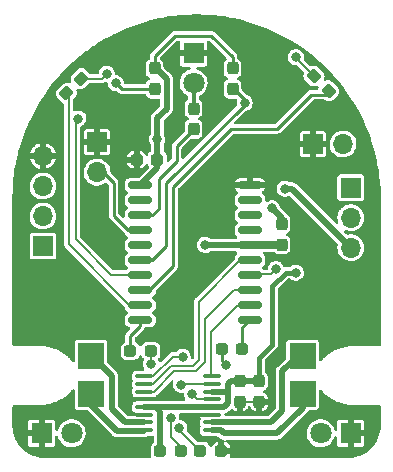
<source format=gbr>
G04 #@! TF.GenerationSoftware,KiCad,Pcbnew,(5.99.0-12170-ge0011fcd93)*
G04 #@! TF.CreationDate,2021-10-18T14:42:09-07:00*
G04 #@! TF.ProjectId,microbug,6d696372-6f62-4756-972e-6b696361645f,rev?*
G04 #@! TF.SameCoordinates,Original*
G04 #@! TF.FileFunction,Copper,L1,Top*
G04 #@! TF.FilePolarity,Positive*
%FSLAX46Y46*%
G04 Gerber Fmt 4.6, Leading zero omitted, Abs format (unit mm)*
G04 Created by KiCad (PCBNEW (5.99.0-12170-ge0011fcd93)) date 2021-10-18 14:42:09*
%MOMM*%
%LPD*%
G01*
G04 APERTURE LIST*
G04 Aperture macros list*
%AMRoundRect*
0 Rectangle with rounded corners*
0 $1 Rounding radius*
0 $2 $3 $4 $5 $6 $7 $8 $9 X,Y pos of 4 corners*
0 Add a 4 corners polygon primitive as box body*
4,1,4,$2,$3,$4,$5,$6,$7,$8,$9,$2,$3,0*
0 Add four circle primitives for the rounded corners*
1,1,$1+$1,$2,$3*
1,1,$1+$1,$4,$5*
1,1,$1+$1,$6,$7*
1,1,$1+$1,$8,$9*
0 Add four rect primitives between the rounded corners*
20,1,$1+$1,$2,$3,$4,$5,0*
20,1,$1+$1,$4,$5,$6,$7,0*
20,1,$1+$1,$6,$7,$8,$9,0*
20,1,$1+$1,$8,$9,$2,$3,0*%
G04 Aperture macros list end*
G04 #@! TA.AperFunction,SMDPad,CuDef*
%ADD10RoundRect,0.237500X-0.237500X0.287500X-0.237500X-0.287500X0.237500X-0.287500X0.237500X0.287500X0*%
G04 #@! TD*
G04 #@! TA.AperFunction,SMDPad,CuDef*
%ADD11RoundRect,0.237500X0.371231X-0.035355X-0.035355X0.371231X-0.371231X0.035355X0.035355X-0.371231X0*%
G04 #@! TD*
G04 #@! TA.AperFunction,SMDPad,CuDef*
%ADD12RoundRect,0.237500X0.237500X-0.287500X0.237500X0.287500X-0.237500X0.287500X-0.237500X-0.287500X0*%
G04 #@! TD*
G04 #@! TA.AperFunction,ComponentPad*
%ADD13R,1.700000X1.700000*%
G04 #@! TD*
G04 #@! TA.AperFunction,ComponentPad*
%ADD14O,1.700000X1.700000*%
G04 #@! TD*
G04 #@! TA.AperFunction,SMDPad,CuDef*
%ADD15RoundRect,0.237500X-0.035355X-0.371231X0.371231X0.035355X0.035355X0.371231X-0.371231X-0.035355X0*%
G04 #@! TD*
G04 #@! TA.AperFunction,SMDPad,CuDef*
%ADD16R,2.200000X2.200000*%
G04 #@! TD*
G04 #@! TA.AperFunction,SMDPad,CuDef*
%ADD17RoundRect,0.150000X-0.875000X-0.150000X0.875000X-0.150000X0.875000X0.150000X-0.875000X0.150000X0*%
G04 #@! TD*
G04 #@! TA.AperFunction,SMDPad,CuDef*
%ADD18RoundRect,0.237500X-0.287500X-0.237500X0.287500X-0.237500X0.287500X0.237500X-0.287500X0.237500X0*%
G04 #@! TD*
G04 #@! TA.AperFunction,SMDPad,CuDef*
%ADD19RoundRect,0.237500X0.287500X0.237500X-0.287500X0.237500X-0.287500X-0.237500X0.287500X-0.237500X0*%
G04 #@! TD*
G04 #@! TA.AperFunction,ComponentPad*
%ADD20R,1.800000X1.800000*%
G04 #@! TD*
G04 #@! TA.AperFunction,ComponentPad*
%ADD21C,1.800000*%
G04 #@! TD*
G04 #@! TA.AperFunction,SMDPad,CuDef*
%ADD22RoundRect,0.100000X-0.637500X-0.100000X0.637500X-0.100000X0.637500X0.100000X-0.637500X0.100000X0*%
G04 #@! TD*
G04 #@! TA.AperFunction,ViaPad*
%ADD23C,0.800000*%
G04 #@! TD*
G04 #@! TA.AperFunction,Conductor*
%ADD24C,0.203200*%
G04 #@! TD*
G04 #@! TA.AperFunction,Conductor*
%ADD25C,0.254000*%
G04 #@! TD*
G04 #@! TA.AperFunction,Conductor*
%ADD26C,0.152400*%
G04 #@! TD*
G04 #@! TA.AperFunction,Conductor*
%ADD27C,0.508000*%
G04 #@! TD*
G04 #@! TA.AperFunction,Conductor*
%ADD28C,0.482600*%
G04 #@! TD*
G04 #@! TA.AperFunction,Conductor*
%ADD29C,0.381000*%
G04 #@! TD*
G04 #@! TA.AperFunction,Conductor*
%ADD30C,0.635000*%
G04 #@! TD*
G04 #@! TA.AperFunction,Conductor*
%ADD31C,0.304800*%
G04 #@! TD*
G04 APERTURE END LIST*
D10*
X70649000Y-41754001D03*
X70649000Y-43504001D03*
D11*
X85381000Y-43631000D03*
X84143564Y-42393564D03*
D10*
X77253000Y-41754000D03*
X77253000Y-43504000D03*
D12*
X73951000Y-46904999D03*
X73951000Y-45154999D03*
D13*
X87259000Y-51839000D03*
D14*
X87259000Y-54379000D03*
X87259000Y-56919000D03*
D15*
X63188564Y-43852436D03*
X64426000Y-42615000D03*
D10*
X79502000Y-68227000D03*
X79502000Y-69977000D03*
X77851000Y-68227000D03*
X77851000Y-69977000D03*
D16*
X65278000Y-66091000D03*
X65278000Y-69291000D03*
X83185000Y-69291000D03*
X83185000Y-66091000D03*
D17*
X69428000Y-51625000D03*
X69428000Y-52895000D03*
X69428000Y-54165000D03*
X69428000Y-55435000D03*
X69428000Y-56705000D03*
X69428000Y-57975000D03*
X69428000Y-59245000D03*
X69428000Y-60515000D03*
X69428000Y-61785000D03*
X69428000Y-63055000D03*
X78728000Y-63055000D03*
X78728000Y-61785000D03*
X78728000Y-60515000D03*
X78728000Y-59245000D03*
X78728000Y-57975000D03*
X78728000Y-56705000D03*
X78728000Y-55435000D03*
X78728000Y-54165000D03*
X78728000Y-52895000D03*
X78728000Y-51625000D03*
D18*
X68594000Y-65659000D03*
X70344000Y-65659000D03*
D19*
X70875000Y-49476000D03*
X69125000Y-49476000D03*
X78091000Y-65532000D03*
X76341000Y-65532000D03*
D13*
X65786000Y-48006000D03*
D14*
X65786000Y-50546000D03*
D20*
X61087000Y-72644000D03*
D21*
X63627000Y-72644000D03*
D20*
X87249000Y-72644000D03*
D21*
X84709000Y-72644000D03*
D22*
X69781500Y-67829000D03*
X69781500Y-68479000D03*
X69781500Y-69129000D03*
X69781500Y-69779000D03*
X69781500Y-70429000D03*
X69781500Y-71079000D03*
X69781500Y-71729000D03*
X69781500Y-72379000D03*
X75506500Y-72379000D03*
X75506500Y-71729000D03*
X75506500Y-71079000D03*
X75506500Y-70429000D03*
X75506500Y-69779000D03*
X75506500Y-69129000D03*
X75506500Y-68479000D03*
X75506500Y-67829000D03*
D13*
X84069000Y-48158400D03*
D14*
X86609000Y-48158400D03*
D10*
X81400000Y-54925000D03*
X81400000Y-56675000D03*
D18*
X71134000Y-74117200D03*
X72884000Y-74117200D03*
D19*
X76287600Y-74117200D03*
X74537600Y-74117200D03*
D13*
X61200000Y-56800000D03*
D14*
X61200000Y-54260000D03*
X61200000Y-51720000D03*
X61200000Y-49180000D03*
D20*
X73951000Y-40456000D03*
D21*
X73951000Y-42996000D03*
D23*
X73914000Y-71475600D03*
X72034400Y-71323200D03*
X72745600Y-72186800D03*
X73812400Y-69342000D03*
X72898000Y-68529200D03*
X74700000Y-53225000D03*
X72644000Y-60325000D03*
X78740000Y-50165000D03*
X76200000Y-44831000D03*
X79908400Y-73964800D03*
X72263000Y-46609000D03*
X71882000Y-69215000D03*
X66550000Y-62600000D03*
X83947000Y-58039000D03*
X82600000Y-59050000D03*
X70866000Y-47752000D03*
X70358000Y-66802000D03*
X74905000Y-56705000D03*
X66600000Y-42200000D03*
X64200000Y-46000000D03*
X67362271Y-43004929D03*
X82600000Y-40800000D03*
X78269000Y-44669000D03*
X73025000Y-66167000D03*
X80925000Y-58750000D03*
X76708000Y-66896405D03*
X80600000Y-53600000D03*
X81661000Y-51943000D03*
D24*
X74371200Y-66446400D02*
X73888600Y-66929000D01*
X70518999Y-68479000D02*
X69781500Y-68479000D01*
X74371200Y-61518800D02*
X74371200Y-66446400D01*
X73888600Y-66929000D02*
X72068999Y-66929000D01*
X72068999Y-66929000D02*
X70518999Y-68479000D01*
X77915000Y-57975000D02*
X74371200Y-61518800D01*
X74930000Y-66598800D02*
X74117200Y-67411600D01*
X74117200Y-67411600D02*
X72288400Y-67411600D01*
X72288400Y-67411600D02*
X70571000Y-69129000D01*
X74930000Y-62992000D02*
X74930000Y-66598800D01*
X77407000Y-60515000D02*
X74930000Y-62992000D01*
X78728000Y-60515000D02*
X77407000Y-60515000D01*
X70571000Y-69129000D02*
X69781500Y-69129000D01*
X75438000Y-64050001D02*
X75438000Y-67760500D01*
X75438000Y-67760500D02*
X75506500Y-67829000D01*
X77703001Y-61785000D02*
X75438000Y-64050001D01*
X78728000Y-61785000D02*
X77703001Y-61785000D01*
D25*
X72237600Y-51765200D02*
X72237600Y-58445400D01*
X72237600Y-58445400D02*
X70168000Y-60515000D01*
X70168000Y-60515000D02*
X69428000Y-60515000D01*
X81026000Y-46863000D02*
X77139800Y-46863000D01*
X83922124Y-43966876D02*
X81026000Y-46863000D01*
X77139800Y-46863000D02*
X72237600Y-51765200D01*
X85045124Y-43966876D02*
X83922124Y-43966876D01*
X85381000Y-43631000D02*
X85045124Y-43966876D01*
X71628000Y-56800000D02*
X70453000Y-57975000D01*
X78269000Y-44393000D02*
X78269000Y-44832100D01*
X71628000Y-51473100D02*
X71628000Y-56800000D01*
X77380000Y-43504000D02*
X78269000Y-44393000D01*
X70453000Y-57975000D02*
X69428000Y-57975000D01*
X77253000Y-43504000D02*
X77380000Y-43504000D01*
X78269000Y-44832100D02*
X71628000Y-51473100D01*
D24*
X66999000Y-59245000D02*
X69428000Y-59245000D01*
X63957200Y-46242800D02*
X63957200Y-56203200D01*
X63957200Y-56203200D02*
X66999000Y-59245000D01*
X64200000Y-46000000D02*
X63957200Y-46242800D01*
D26*
X74523600Y-74117200D02*
X74537600Y-74117200D01*
X72745600Y-72186800D02*
X72745600Y-72339200D01*
X72745600Y-72339200D02*
X74523600Y-74117200D01*
X72034400Y-72948800D02*
X72884000Y-73798400D01*
X72884000Y-73798400D02*
X72884000Y-74117200D01*
X72034400Y-71323200D02*
X72034400Y-72948800D01*
X74249407Y-69779007D02*
X73812400Y-69342000D01*
X75506504Y-69779007D02*
X74249407Y-69779007D01*
X72898000Y-68529200D02*
X72948200Y-68479000D01*
X72948200Y-68479000D02*
X75506500Y-68479000D01*
D27*
X70733800Y-70429000D02*
X75506500Y-70429000D01*
X71134000Y-70829200D02*
X71134000Y-74117200D01*
X70733800Y-70429000D02*
X71134000Y-70829200D01*
X69781500Y-70429000D02*
X70733800Y-70429000D01*
X81432400Y-70764400D02*
X80467800Y-71729000D01*
X81432400Y-67411600D02*
X81432400Y-70764400D01*
X82753000Y-66091000D02*
X81432400Y-67411600D01*
X80467800Y-71729000D02*
X75506500Y-71729000D01*
X83185000Y-66091000D02*
X82753000Y-66091000D01*
X83185000Y-69291000D02*
X83185000Y-70485000D01*
D28*
X76249708Y-72388908D02*
X75506504Y-72388908D01*
D27*
X83185000Y-70485000D02*
X81026000Y-72644000D01*
X81026000Y-72644000D02*
X76504800Y-72644000D01*
D28*
X76504800Y-72644000D02*
X76249708Y-72388908D01*
D27*
X67462400Y-72440800D02*
X65278000Y-70256400D01*
X69729620Y-72440800D02*
X67462400Y-72440800D01*
X65278000Y-70256400D02*
X65278000Y-69291000D01*
X67025000Y-70581000D02*
X68173000Y-71729000D01*
X68173000Y-71729000D02*
X69781500Y-71729000D01*
X65418000Y-66218000D02*
X67025000Y-67825000D01*
X67025000Y-67825000D02*
X67025000Y-70581000D01*
X65278000Y-66218000D02*
X65418000Y-66218000D01*
D26*
X78773000Y-59200000D02*
X78728000Y-59245000D01*
X80925000Y-58750000D02*
X80475000Y-59200000D01*
X80475000Y-59200000D02*
X78773000Y-59200000D01*
X77670000Y-69796000D02*
X77851000Y-69977000D01*
D24*
X69191278Y-69779000D02*
X69781500Y-69779000D01*
D26*
X77851000Y-69977000D02*
X79502000Y-69977000D01*
D25*
X70649000Y-41754001D02*
X70760001Y-41754001D01*
D27*
X70760001Y-41754001D02*
X71665000Y-42659000D01*
X71665000Y-42659000D02*
X71665000Y-45155000D01*
D29*
X80600000Y-60200000D02*
X80600000Y-65175000D01*
D27*
X70875000Y-50178000D02*
X69428000Y-51625000D01*
D29*
X82600000Y-59050000D02*
X81750000Y-59050000D01*
D27*
X79502000Y-68227000D02*
X77851000Y-68227000D01*
X76861000Y-70078000D02*
X76510000Y-70429000D01*
D29*
X81750000Y-59050000D02*
X80600000Y-60200000D01*
D27*
X70875000Y-49476000D02*
X70875000Y-50178000D01*
D25*
X70649000Y-41754001D02*
X70649000Y-40730000D01*
D27*
X70875000Y-45945000D02*
X70875000Y-49476000D01*
D29*
X79502000Y-66273000D02*
X79502000Y-68227000D01*
D27*
X76510000Y-70429000D02*
X75506500Y-70429000D01*
X76671000Y-69129000D02*
X75506500Y-69129000D01*
D25*
X70649000Y-40730000D02*
X72390000Y-38989000D01*
X75438000Y-38989000D02*
X77253000Y-40804000D01*
D27*
X76861000Y-68479000D02*
X77113000Y-68227000D01*
X76861000Y-68479000D02*
X76861000Y-68939000D01*
D29*
X80600000Y-65175000D02*
X79502000Y-66273000D01*
D27*
X71665000Y-45155000D02*
X70875000Y-45945000D01*
X77113000Y-68227000D02*
X77851000Y-68227000D01*
X76861000Y-68939000D02*
X76671000Y-69129000D01*
D25*
X77253000Y-40804000D02*
X77253000Y-41754000D01*
X72390000Y-38989000D02*
X75438000Y-38989000D01*
D27*
X76861000Y-68939000D02*
X76861000Y-70078000D01*
D24*
X70344000Y-66788000D02*
X70358000Y-66802000D01*
X70344000Y-65659000D02*
X70344000Y-66788000D01*
D27*
X74905000Y-56705000D02*
X78728000Y-56705000D01*
D30*
X78758000Y-56675000D02*
X78728000Y-56705000D01*
X81400000Y-56675000D02*
X78758000Y-56675000D01*
D24*
X64426000Y-42615000D02*
X66185000Y-42615000D01*
X66185000Y-42615000D02*
X66600000Y-42200000D01*
X69428000Y-61785000D02*
X68516000Y-61785000D01*
X63373000Y-44036872D02*
X63188564Y-43852436D01*
X68516000Y-61785000D02*
X63373000Y-56642000D01*
X63373000Y-56642000D02*
X63373000Y-44036872D01*
D25*
X67861343Y-43504001D02*
X67362271Y-43004929D01*
X70649000Y-43504001D02*
X67861343Y-43504001D01*
D26*
X82600000Y-40850000D02*
X82600000Y-40800000D01*
X84143564Y-42393564D02*
X82600000Y-40850000D01*
D24*
X77901000Y-57975000D02*
X78728000Y-57975000D01*
X70518999Y-67829000D02*
X69781500Y-67829000D01*
X73025000Y-66167000D02*
X72180999Y-66167000D01*
X72180999Y-66167000D02*
X70518999Y-67829000D01*
D31*
X73951000Y-45154999D02*
X73951000Y-42996000D01*
D25*
X68594000Y-64375000D02*
X68594000Y-65659000D01*
X69428000Y-63055000D02*
X69428000Y-63541000D01*
X69428000Y-63541000D02*
X68594000Y-64375000D01*
X70453000Y-54165000D02*
X69428000Y-54165000D01*
X70993000Y-51114250D02*
X72517000Y-49590250D01*
X70993000Y-51114250D02*
X70993000Y-53625000D01*
X72517000Y-49590250D02*
X72517000Y-48338999D01*
X73951000Y-46904999D02*
X72517000Y-48338999D01*
X70993000Y-53625000D02*
X70453000Y-54165000D01*
X76341000Y-66529405D02*
X76341000Y-65532000D01*
X76708000Y-66896405D02*
X76341000Y-66529405D01*
X78091000Y-65532000D02*
X78091000Y-63692000D01*
X78091000Y-63692000D02*
X78728000Y-63055000D01*
D27*
X81400000Y-54400000D02*
X80600000Y-53600000D01*
X81400000Y-54925000D02*
X81400000Y-54400000D01*
D25*
X67183000Y-54215000D02*
X68403000Y-55435000D01*
X68403000Y-55435000D02*
X69428000Y-55435000D01*
X67183000Y-51435000D02*
X67183000Y-54215000D01*
X65767949Y-50019949D02*
X67183000Y-51435000D01*
D27*
X81661000Y-51943000D02*
X82283000Y-51943000D01*
X82283000Y-51943000D02*
X87259000Y-56919000D01*
G04 #@! TA.AperFunction,Conductor*
G36*
X63857138Y-68922654D02*
G01*
X63893905Y-68983389D01*
X63898100Y-69015630D01*
X63898101Y-69723000D01*
X63898101Y-70432582D01*
X63901004Y-70456990D01*
X63943332Y-70552283D01*
X63951567Y-70560504D01*
X63951568Y-70560505D01*
X63980229Y-70589116D01*
X64017127Y-70625949D01*
X64112494Y-70668111D01*
X64136417Y-70670900D01*
X64885261Y-70670900D01*
X64953382Y-70690902D01*
X64974356Y-70707805D01*
X67074515Y-72807963D01*
X67078168Y-72811772D01*
X67118879Y-72856045D01*
X67126179Y-72860571D01*
X67126180Y-72860572D01*
X67154591Y-72878188D01*
X67164374Y-72884911D01*
X67197842Y-72910315D01*
X67205824Y-72913475D01*
X67205825Y-72913476D01*
X67208296Y-72914454D01*
X67211089Y-72915560D01*
X67231093Y-72925621D01*
X67243201Y-72933128D01*
X67251450Y-72935525D01*
X67251451Y-72935525D01*
X67283548Y-72944850D01*
X67294777Y-72948695D01*
X67325861Y-72961002D01*
X67325865Y-72961003D01*
X67333849Y-72964164D01*
X67342387Y-72965061D01*
X67342390Y-72965062D01*
X67348016Y-72965653D01*
X67369994Y-72969965D01*
X67372869Y-72970800D01*
X67377339Y-72972099D01*
X67377341Y-72972099D01*
X67383673Y-72973939D01*
X67390594Y-72974447D01*
X67391729Y-72974531D01*
X67391740Y-72974531D01*
X67394036Y-72974700D01*
X67427490Y-72974700D01*
X67440660Y-72975390D01*
X67470783Y-72978556D01*
X67470784Y-72978556D01*
X67479328Y-72979454D01*
X67487800Y-72978021D01*
X67487802Y-72978021D01*
X67497000Y-72976465D01*
X67518013Y-72974700D01*
X69766268Y-72974700D01*
X69770514Y-72974118D01*
X69770520Y-72974118D01*
X69846046Y-72963772D01*
X69874546Y-72959868D01*
X69886766Y-72954580D01*
X70000911Y-72905185D01*
X70000913Y-72905184D01*
X70008795Y-72901773D01*
X70027065Y-72886978D01*
X70092591Y-72859653D01*
X70106358Y-72858899D01*
X70455008Y-72858899D01*
X70459565Y-72858228D01*
X70464159Y-72857892D01*
X70464312Y-72859978D01*
X70526114Y-72868684D01*
X70579902Y-72915023D01*
X70600100Y-72983447D01*
X70600100Y-73354574D01*
X70580098Y-73422695D01*
X70550284Y-73454933D01*
X70477204Y-73510404D01*
X70472012Y-73517244D01*
X70467490Y-73523202D01*
X70391496Y-73623319D01*
X70339312Y-73755123D01*
X70329100Y-73839507D01*
X70329101Y-74394892D01*
X70329556Y-74398649D01*
X70329556Y-74398655D01*
X70336189Y-74453471D01*
X70339312Y-74479277D01*
X70342290Y-74486800D01*
X70342291Y-74486802D01*
X70366666Y-74548367D01*
X70373145Y-74619068D01*
X70340372Y-74682047D01*
X70278752Y-74717311D01*
X70249514Y-74720750D01*
X61340348Y-74720750D01*
X61333994Y-74720590D01*
X61314508Y-74719606D01*
X61279257Y-74717826D01*
X61057934Y-74706650D01*
X61045278Y-74705368D01*
X60787759Y-74666065D01*
X60775392Y-74663538D01*
X60527060Y-74599685D01*
X60515130Y-74595978D01*
X60390931Y-74550521D01*
X60277073Y-74508848D01*
X60265716Y-74504047D01*
X60039110Y-74394886D01*
X60028376Y-74389058D01*
X59814517Y-74259134D01*
X59804494Y-74252365D01*
X59635510Y-74126001D01*
X59604685Y-74102950D01*
X59595397Y-74095286D01*
X59411031Y-73927724D01*
X59402533Y-73919226D01*
X59334850Y-73844756D01*
X59234973Y-73734862D01*
X59227325Y-73725595D01*
X59077890Y-73525760D01*
X59071132Y-73515754D01*
X58965757Y-73342299D01*
X58941197Y-73301871D01*
X58935368Y-73291134D01*
X58833580Y-73079836D01*
X58826218Y-73064554D01*
X58821410Y-73053180D01*
X58797667Y-72988308D01*
X58769572Y-72911548D01*
X59933001Y-72911548D01*
X59933001Y-73562828D01*
X59934209Y-73575088D01*
X59945315Y-73630931D01*
X59954633Y-73653427D01*
X59996983Y-73716808D01*
X60014192Y-73734017D01*
X60077575Y-73776368D01*
X60100066Y-73785684D01*
X60155915Y-73796793D01*
X60168170Y-73798000D01*
X60814885Y-73798000D01*
X60830124Y-73793525D01*
X60831329Y-73792135D01*
X60833000Y-73784452D01*
X60833000Y-72916115D01*
X60828525Y-72900876D01*
X60827135Y-72899671D01*
X60819452Y-72898000D01*
X59951116Y-72898000D01*
X59935877Y-72902475D01*
X59934672Y-72903865D01*
X59933001Y-72911548D01*
X58769572Y-72911548D01*
X58750061Y-72858240D01*
X58734278Y-72815118D01*
X58730571Y-72803188D01*
X58666723Y-72554868D01*
X58664196Y-72542501D01*
X58624893Y-72284983D01*
X58623611Y-72272327D01*
X58609672Y-71996267D01*
X58609512Y-71989913D01*
X58609512Y-71725170D01*
X59933000Y-71725170D01*
X59933000Y-72371885D01*
X59937475Y-72387124D01*
X59938865Y-72388329D01*
X59946548Y-72390000D01*
X60814885Y-72390000D01*
X60830124Y-72385525D01*
X60831329Y-72384135D01*
X60833000Y-72376452D01*
X60833000Y-71508116D01*
X60831659Y-71503548D01*
X61341000Y-71503548D01*
X61341000Y-73779884D01*
X61345475Y-73795123D01*
X61346865Y-73796328D01*
X61354548Y-73797999D01*
X62005828Y-73797999D01*
X62018088Y-73796791D01*
X62073931Y-73785685D01*
X62096427Y-73776367D01*
X62159808Y-73734017D01*
X62177017Y-73716808D01*
X62219368Y-73653425D01*
X62228684Y-73630934D01*
X62239793Y-73575085D01*
X62241000Y-73562830D01*
X62241000Y-72988308D01*
X62261002Y-72920187D01*
X62314658Y-72873694D01*
X62384932Y-72863590D01*
X62449512Y-72893084D01*
X62489123Y-72957293D01*
X62510012Y-73039546D01*
X62600799Y-73236477D01*
X62604132Y-73241193D01*
X62720829Y-73406316D01*
X62725953Y-73413567D01*
X62730095Y-73417602D01*
X62836157Y-73520922D01*
X62881284Y-73564883D01*
X62886088Y-73568093D01*
X62947712Y-73609269D01*
X63061588Y-73685359D01*
X63066896Y-73687640D01*
X63066897Y-73687640D01*
X63255526Y-73768681D01*
X63255529Y-73768682D01*
X63260829Y-73770959D01*
X63266459Y-73772233D01*
X63390244Y-73800243D01*
X63472332Y-73818818D01*
X63478101Y-73819045D01*
X63478104Y-73819045D01*
X63559886Y-73822258D01*
X63689016Y-73827331D01*
X63781297Y-73813951D01*
X63897901Y-73797045D01*
X63897906Y-73797044D01*
X63903622Y-73796215D01*
X63909094Y-73794357D01*
X63909096Y-73794357D01*
X64086850Y-73734017D01*
X64108965Y-73726510D01*
X64126289Y-73716808D01*
X64293119Y-73623379D01*
X64293123Y-73623376D01*
X64298166Y-73620552D01*
X64464890Y-73481890D01*
X64603552Y-73315166D01*
X64606376Y-73310123D01*
X64606379Y-73310119D01*
X64706687Y-73131006D01*
X64706687Y-73131005D01*
X64709510Y-73125965D01*
X64760624Y-72975390D01*
X64777357Y-72926096D01*
X64777357Y-72926094D01*
X64779215Y-72920622D01*
X64780044Y-72914906D01*
X64780045Y-72914901D01*
X64801389Y-72767688D01*
X64810331Y-72706016D01*
X64811955Y-72644000D01*
X64792113Y-72428059D01*
X64787472Y-72411603D01*
X64734821Y-72224915D01*
X64734819Y-72224910D01*
X64733251Y-72219350D01*
X64724273Y-72201143D01*
X64639894Y-72030042D01*
X64637340Y-72024863D01*
X64507593Y-71851110D01*
X64411741Y-71762506D01*
X64352595Y-71707831D01*
X64352592Y-71707829D01*
X64348355Y-71703912D01*
X64164958Y-71588197D01*
X63963545Y-71507842D01*
X63750862Y-71465536D01*
X63745088Y-71465460D01*
X63745084Y-71465460D01*
X63634741Y-71464016D01*
X63534030Y-71462698D01*
X63528333Y-71463677D01*
X63528332Y-71463677D01*
X63326008Y-71498442D01*
X63326007Y-71498442D01*
X63320311Y-71499421D01*
X63116864Y-71574477D01*
X63111903Y-71577429D01*
X63111902Y-71577429D01*
X62935469Y-71682395D01*
X62935466Y-71682397D01*
X62930501Y-71685351D01*
X62926161Y-71689157D01*
X62926157Y-71689160D01*
X62771805Y-71824524D01*
X62767464Y-71828331D01*
X62633213Y-71998627D01*
X62630524Y-72003738D01*
X62630522Y-72003741D01*
X62604040Y-72054076D01*
X62532244Y-72190537D01*
X62530531Y-72196055D01*
X62530527Y-72196065D01*
X62487331Y-72335177D01*
X62448028Y-72394303D01*
X62382999Y-72422793D01*
X62312890Y-72411603D01*
X62259960Y-72364286D01*
X62240999Y-72297813D01*
X62240999Y-71725172D01*
X62239791Y-71712912D01*
X62228685Y-71657069D01*
X62219367Y-71634573D01*
X62177017Y-71571192D01*
X62159808Y-71553983D01*
X62096425Y-71511632D01*
X62073934Y-71502316D01*
X62018085Y-71491207D01*
X62005830Y-71490000D01*
X61359115Y-71490000D01*
X61343876Y-71494475D01*
X61342671Y-71495865D01*
X61341000Y-71503548D01*
X60831659Y-71503548D01*
X60828525Y-71492877D01*
X60827135Y-71491672D01*
X60819452Y-71490001D01*
X60168172Y-71490001D01*
X60155912Y-71491209D01*
X60100069Y-71502315D01*
X60077573Y-71511633D01*
X60014192Y-71553983D01*
X59996983Y-71571192D01*
X59954632Y-71634575D01*
X59945316Y-71657066D01*
X59934207Y-71712915D01*
X59933000Y-71725170D01*
X58609512Y-71725170D01*
X58609512Y-70395940D01*
X58629514Y-70327819D01*
X58683170Y-70281326D01*
X58742186Y-70270118D01*
X58751559Y-70270614D01*
X58755164Y-70270883D01*
X58757428Y-70271214D01*
X58772641Y-70271930D01*
X58774863Y-70272055D01*
X58782638Y-70272564D01*
X58782643Y-70272564D01*
X58782521Y-70274421D01*
X58783516Y-70274684D01*
X58783621Y-70272448D01*
X58793770Y-70272926D01*
X58799550Y-70273447D01*
X58799555Y-70273382D01*
X58802612Y-70273640D01*
X58805668Y-70274048D01*
X58834353Y-70275059D01*
X58842039Y-70275330D01*
X58847806Y-70275782D01*
X58847811Y-70275716D01*
X58850889Y-70275939D01*
X58853945Y-70276311D01*
X58877142Y-70276856D01*
X58877440Y-70276863D01*
X58877392Y-70278906D01*
X58877652Y-70278968D01*
X58877701Y-70276869D01*
X58879548Y-70276913D01*
X58894766Y-70277271D01*
X58898380Y-70277434D01*
X58900644Y-70277696D01*
X58903710Y-70277750D01*
X58903727Y-70277751D01*
X58916495Y-70277976D01*
X58918711Y-70278034D01*
X58925981Y-70278290D01*
X58925914Y-70280202D01*
X58926839Y-70280417D01*
X58926879Y-70278158D01*
X58936871Y-70278334D01*
X58943100Y-70278708D01*
X58943102Y-70278668D01*
X58946165Y-70278833D01*
X58949242Y-70279150D01*
X58992559Y-70279366D01*
X58994355Y-70279415D01*
X58995747Y-70279551D01*
X59004980Y-70279551D01*
X59007196Y-70279570D01*
X59021070Y-70279814D01*
X59021040Y-70281529D01*
X59022635Y-70281871D01*
X59022635Y-70279551D01*
X59029391Y-70279551D01*
X59030020Y-70279553D01*
X59067055Y-70279738D01*
X59067060Y-70279738D01*
X59069707Y-70279751D01*
X59070642Y-70279582D01*
X59071346Y-70279551D01*
X60557330Y-70279551D01*
X60569882Y-70280830D01*
X60569886Y-70280770D01*
X60572682Y-70280944D01*
X60572689Y-70280944D01*
X60575747Y-70281134D01*
X60617848Y-70279631D01*
X60622343Y-70279551D01*
X60641100Y-70279551D01*
X60645541Y-70278724D01*
X60648420Y-70278540D01*
X60896534Y-70269682D01*
X60910767Y-70270363D01*
X60915478Y-70271677D01*
X60921350Y-70271620D01*
X60924407Y-70271290D01*
X60924425Y-70271289D01*
X60955953Y-70267886D01*
X60964977Y-70267238D01*
X60976391Y-70266831D01*
X60982060Y-70265564D01*
X60986219Y-70265030D01*
X60993394Y-70263845D01*
X61207007Y-70240791D01*
X61232805Y-70238007D01*
X61247084Y-70237660D01*
X61251952Y-70238645D01*
X61257804Y-70238163D01*
X61261681Y-70237458D01*
X61291959Y-70231954D01*
X61300968Y-70230650D01*
X61303364Y-70230392D01*
X61306440Y-70230060D01*
X61306442Y-70230060D01*
X61312211Y-70229437D01*
X61317775Y-70227767D01*
X61321658Y-70226981D01*
X61328991Y-70225220D01*
X61558389Y-70183513D01*
X61572685Y-70182119D01*
X61577749Y-70182762D01*
X61583550Y-70181853D01*
X61586542Y-70181079D01*
X61586545Y-70181078D01*
X61616932Y-70173214D01*
X61625959Y-70171228D01*
X61631168Y-70170281D01*
X61631176Y-70170279D01*
X61636884Y-70169241D01*
X61642313Y-70167173D01*
X61645720Y-70166223D01*
X61653393Y-70163778D01*
X61771675Y-70133165D01*
X61871743Y-70107266D01*
X61885998Y-70104798D01*
X61891325Y-70105072D01*
X61897042Y-70103730D01*
X61899955Y-70102738D01*
X61899961Y-70102736D01*
X61929358Y-70092722D01*
X61938417Y-70090011D01*
X61943216Y-70088769D01*
X61943222Y-70088767D01*
X61948844Y-70087312D01*
X61954111Y-70084849D01*
X61956860Y-70083860D01*
X61965026Y-70080572D01*
X61970460Y-70078721D01*
X62171314Y-70010304D01*
X62185505Y-70006716D01*
X62191160Y-70006568D01*
X62196755Y-70004788D01*
X62207545Y-70000153D01*
X62227680Y-69991504D01*
X62236781Y-69988005D01*
X62241023Y-69986560D01*
X62241030Y-69986557D01*
X62246522Y-69984686D01*
X62251584Y-69981838D01*
X62253486Y-69980988D01*
X62262304Y-69976630D01*
X62455554Y-69893614D01*
X62469668Y-69888831D01*
X62475717Y-69888183D01*
X62481151Y-69885958D01*
X62510350Y-69870519D01*
X62519494Y-69866146D01*
X62528345Y-69862344D01*
X62533171Y-69859113D01*
X62534136Y-69858589D01*
X62543645Y-69852913D01*
X62551046Y-69849000D01*
X62722942Y-69758107D01*
X62736932Y-69752036D01*
X62743448Y-69750772D01*
X62748674Y-69748095D01*
X62751253Y-69746438D01*
X62751261Y-69746433D01*
X62775730Y-69730707D01*
X62784954Y-69725318D01*
X62787589Y-69723925D01*
X62787595Y-69723921D01*
X62792724Y-69721209D01*
X62797278Y-69717597D01*
X62797284Y-69717593D01*
X62807453Y-69710320D01*
X62971883Y-69604646D01*
X62985719Y-69597144D01*
X62992753Y-69595109D01*
X62997717Y-69591973D01*
X63022282Y-69572862D01*
X63031512Y-69566326D01*
X63033141Y-69565279D01*
X63033149Y-69565273D01*
X63038031Y-69562135D01*
X63043053Y-69557406D01*
X63052046Y-69549705D01*
X63155724Y-69469042D01*
X63200735Y-69434023D01*
X63214378Y-69424889D01*
X63221940Y-69421887D01*
X63226580Y-69418288D01*
X63238870Y-69406667D01*
X63248259Y-69397788D01*
X63257460Y-69389890D01*
X63257977Y-69389488D01*
X63257979Y-69389487D01*
X63262559Y-69385923D01*
X63267987Y-69379802D01*
X63275688Y-69371851D01*
X63307256Y-69342000D01*
X63407758Y-69246964D01*
X63420883Y-69236134D01*
X63421287Y-69235844D01*
X63429173Y-69231725D01*
X63433416Y-69227666D01*
X63435414Y-69225340D01*
X63435422Y-69225332D01*
X63451893Y-69206161D01*
X63459600Y-69198077D01*
X63460300Y-69197281D01*
X63464510Y-69193300D01*
X63470222Y-69185453D01*
X63476507Y-69177511D01*
X63591059Y-69044179D01*
X63602223Y-69032741D01*
X63605021Y-69030217D01*
X63612392Y-69025248D01*
X63616156Y-69020741D01*
X63631184Y-68998682D01*
X63635902Y-68992527D01*
X63638128Y-68989394D01*
X63641904Y-68984999D01*
X63644812Y-68979986D01*
X63644815Y-68979982D01*
X63647632Y-68975126D01*
X63652490Y-68967410D01*
X63667969Y-68944689D01*
X63722853Y-68899653D01*
X63793372Y-68891439D01*
X63857138Y-68922654D01*
G37*
G04 #@! TD.AperFunction*
G04 #@! TA.AperFunction,Conductor*
G36*
X84773411Y-68994257D02*
G01*
X84780648Y-69001668D01*
X84780897Y-69001420D01*
X84788942Y-69009517D01*
X84795131Y-69016215D01*
X84910664Y-69150688D01*
X84920853Y-69164308D01*
X84921130Y-69164736D01*
X84924868Y-69172807D01*
X84928721Y-69177239D01*
X84930964Y-69179360D01*
X84949323Y-69196721D01*
X84957017Y-69204790D01*
X84957785Y-69205533D01*
X84961566Y-69209934D01*
X84966090Y-69213569D01*
X84969118Y-69216002D01*
X84976763Y-69222668D01*
X85109741Y-69348413D01*
X85120834Y-69360510D01*
X85124946Y-69367528D01*
X85129206Y-69371568D01*
X85152240Y-69389488D01*
X85152755Y-69389889D01*
X85161948Y-69397779D01*
X85166650Y-69402226D01*
X85171526Y-69405374D01*
X85171527Y-69405375D01*
X85173528Y-69406667D01*
X85182542Y-69413064D01*
X85331987Y-69529334D01*
X85343660Y-69539897D01*
X85347913Y-69545855D01*
X85352520Y-69549497D01*
X85355119Y-69551167D01*
X85355120Y-69551168D01*
X85378686Y-69566313D01*
X85387931Y-69572860D01*
X85389459Y-69574049D01*
X85389469Y-69574056D01*
X85394048Y-69577618D01*
X85399206Y-69580284D01*
X85400159Y-69580777D01*
X85410422Y-69586709D01*
X85569091Y-69688680D01*
X85575469Y-69692779D01*
X85587625Y-69701984D01*
X85591928Y-69707043D01*
X85596826Y-69710281D01*
X85599541Y-69711716D01*
X85599545Y-69711719D01*
X85625262Y-69725317D01*
X85634486Y-69730707D01*
X85636992Y-69732318D01*
X85636998Y-69732321D01*
X85641876Y-69735456D01*
X85647254Y-69737648D01*
X85647253Y-69737648D01*
X85647274Y-69737657D01*
X85658592Y-69742942D01*
X85838369Y-69838001D01*
X85850943Y-69845979D01*
X85855248Y-69850284D01*
X85860392Y-69853117D01*
X85863210Y-69854328D01*
X85863217Y-69854331D01*
X85890719Y-69866146D01*
X85899878Y-69870525D01*
X85903272Y-69872320D01*
X85903275Y-69872321D01*
X85908398Y-69875030D01*
X85913933Y-69876756D01*
X85914929Y-69877170D01*
X85925354Y-69881023D01*
X85989936Y-69908766D01*
X86118981Y-69964201D01*
X86131915Y-69971039D01*
X86136218Y-69974722D01*
X86141566Y-69977148D01*
X86163695Y-69984686D01*
X86173435Y-69988004D01*
X86182523Y-69991498D01*
X86191982Y-69995561D01*
X86197645Y-69996837D01*
X86199628Y-69997480D01*
X86209103Y-70000153D01*
X86264468Y-70019012D01*
X86415650Y-70070509D01*
X86428926Y-70076281D01*
X86433226Y-70079436D01*
X86438740Y-70081455D01*
X86471812Y-70090014D01*
X86480846Y-70092718D01*
X86491046Y-70096192D01*
X86496792Y-70097026D01*
X86499638Y-70097711D01*
X86508263Y-70099447D01*
X86534759Y-70106305D01*
X86726800Y-70156007D01*
X86740354Y-70160739D01*
X86744684Y-70163450D01*
X86750332Y-70165059D01*
X86753360Y-70165610D01*
X86753375Y-70165613D01*
X86784257Y-70171228D01*
X86793282Y-70173213D01*
X86798407Y-70174539D01*
X86798414Y-70174540D01*
X86804035Y-70175995D01*
X86809831Y-70176396D01*
X86813322Y-70176964D01*
X86821313Y-70177965D01*
X87050833Y-70219694D01*
X87064633Y-70223411D01*
X87069015Y-70225732D01*
X87074764Y-70226929D01*
X87077814Y-70227258D01*
X87077832Y-70227261D01*
X87109259Y-70230653D01*
X87118277Y-70231957D01*
X87123699Y-70232943D01*
X87123707Y-70232944D01*
X87129412Y-70233981D01*
X87135213Y-70233956D01*
X87139166Y-70234304D01*
X87146703Y-70234693D01*
X87386182Y-70260539D01*
X87400166Y-70263242D01*
X87404643Y-70265216D01*
X87410463Y-70265997D01*
X87413523Y-70266106D01*
X87413532Y-70266107D01*
X87430451Y-70266711D01*
X87445243Y-70267239D01*
X87454264Y-70267886D01*
X87465624Y-70269112D01*
X87471413Y-70268668D01*
X87475582Y-70268732D01*
X87482883Y-70268583D01*
X87627061Y-70273730D01*
X87727389Y-70277311D01*
X87739889Y-70279037D01*
X87739895Y-70278978D01*
X87745739Y-70279551D01*
X87787873Y-70279551D01*
X87792368Y-70279631D01*
X87811107Y-70280300D01*
X87815570Y-70279633D01*
X87818469Y-70279551D01*
X89312272Y-70279551D01*
X89315213Y-70279615D01*
X89317133Y-70279794D01*
X89320217Y-70279779D01*
X89320226Y-70279779D01*
X89337364Y-70279693D01*
X89353372Y-70279613D01*
X89359622Y-70279849D01*
X89359623Y-70279809D01*
X89362700Y-70279905D01*
X89365778Y-70280152D01*
X89406685Y-70279431D01*
X89410242Y-70279445D01*
X89412509Y-70279614D01*
X89427367Y-70279265D01*
X89429675Y-70279232D01*
X89436820Y-70279197D01*
X89437601Y-70279193D01*
X89437610Y-70281039D01*
X89438650Y-70281237D01*
X89438598Y-70279001D01*
X89438599Y-70279001D01*
X89448922Y-70278759D01*
X89454708Y-70278872D01*
X89454709Y-70278806D01*
X89457802Y-70278848D01*
X89460864Y-70279040D01*
X89463929Y-70278932D01*
X89463933Y-70278932D01*
X89497234Y-70277758D01*
X89503050Y-70277802D01*
X89503050Y-70277738D01*
X89506125Y-70277743D01*
X89509198Y-70277899D01*
X89532748Y-70276790D01*
X89532829Y-70278504D01*
X89532997Y-70278534D01*
X89532915Y-70276783D01*
X89549949Y-70275981D01*
X89553556Y-70275889D01*
X89555833Y-70275991D01*
X89558891Y-70275829D01*
X89558899Y-70275829D01*
X89571577Y-70275157D01*
X89573795Y-70275059D01*
X89581186Y-70274798D01*
X89581253Y-70276705D01*
X89582197Y-70276856D01*
X89582078Y-70274600D01*
X89591960Y-70274077D01*
X89598097Y-70274013D01*
X89598096Y-70273968D01*
X89601172Y-70273917D01*
X89604251Y-70274017D01*
X89607320Y-70273816D01*
X89607326Y-70273816D01*
X89640918Y-70271617D01*
X89645802Y-70271457D01*
X89645800Y-70271393D01*
X89648885Y-70271311D01*
X89651959Y-70271379D01*
X89665199Y-70270378D01*
X89734633Y-70285182D01*
X89785042Y-70335177D01*
X89800704Y-70396018D01*
X89800704Y-71989912D01*
X89800544Y-71996266D01*
X89786604Y-72272326D01*
X89785322Y-72284982D01*
X89746020Y-72542501D01*
X89743492Y-72554869D01*
X89679639Y-72803198D01*
X89675933Y-72815127D01*
X89588808Y-73053172D01*
X89584004Y-73064538D01*
X89474836Y-73291159D01*
X89469019Y-73301871D01*
X89341963Y-73511012D01*
X89339089Y-73515742D01*
X89332316Y-73525771D01*
X89290728Y-73581386D01*
X89182905Y-73725575D01*
X89175241Y-73734863D01*
X89007679Y-73919229D01*
X88999181Y-73927727D01*
X88814822Y-74095283D01*
X88805539Y-74102943D01*
X88674565Y-74200884D01*
X88605732Y-74252357D01*
X88595696Y-74259135D01*
X88543777Y-74290677D01*
X88381839Y-74389058D01*
X88381832Y-74389062D01*
X88371107Y-74394886D01*
X88144495Y-74504051D01*
X88133138Y-74508851D01*
X88073042Y-74530846D01*
X87895076Y-74595981D01*
X87883147Y-74599688D01*
X87634829Y-74663537D01*
X87622462Y-74666064D01*
X87364937Y-74705368D01*
X87352281Y-74706650D01*
X87130958Y-74717826D01*
X87095708Y-74719606D01*
X87076221Y-74720590D01*
X87069867Y-74720750D01*
X77144616Y-74720750D01*
X77076495Y-74700748D01*
X77030002Y-74647092D01*
X77019898Y-74576818D01*
X77026634Y-74550520D01*
X77057297Y-74468727D01*
X77060925Y-74453471D01*
X77066231Y-74404624D01*
X77066600Y-74397807D01*
X77066600Y-74389315D01*
X77062125Y-74374076D01*
X77060735Y-74372871D01*
X77053052Y-74371200D01*
X76159600Y-74371200D01*
X76091479Y-74351198D01*
X76044986Y-74297542D01*
X76033600Y-74245200D01*
X76033600Y-73406316D01*
X76029125Y-73391077D01*
X76027735Y-73389872D01*
X76020052Y-73388201D01*
X75956995Y-73388201D01*
X75950174Y-73388571D01*
X75901327Y-73393876D01*
X75886076Y-73397502D01*
X75770047Y-73440999D01*
X75754461Y-73449533D01*
X75656163Y-73523202D01*
X75643602Y-73535763D01*
X75569933Y-73634061D01*
X75561399Y-73649647D01*
X75544433Y-73694905D01*
X75501791Y-73751669D01*
X75435230Y-73776369D01*
X75365881Y-73761162D01*
X75315763Y-73710876D01*
X75309299Y-73697058D01*
X75283268Y-73631311D01*
X75280104Y-73623319D01*
X75204110Y-73523202D01*
X75199588Y-73517244D01*
X75194396Y-73510404D01*
X75081481Y-73424696D01*
X74949677Y-73372512D01*
X74865293Y-73362300D01*
X74825156Y-73362300D01*
X74324493Y-73362301D01*
X74256372Y-73342299D01*
X74235397Y-73325396D01*
X73427854Y-72517852D01*
X73393829Y-72455540D01*
X73400043Y-72381761D01*
X73407157Y-72364064D01*
X73424388Y-72242991D01*
X73429763Y-72205226D01*
X73429763Y-72205225D01*
X73430344Y-72201143D01*
X73430494Y-72186800D01*
X73415234Y-72060693D01*
X73411637Y-72030973D01*
X73411637Y-72030971D01*
X73410724Y-72023430D01*
X73400460Y-71996266D01*
X73355241Y-71876596D01*
X73355240Y-71876594D01*
X73352556Y-71869491D01*
X73259347Y-71733871D01*
X73253676Y-71728818D01*
X73142150Y-71629453D01*
X73142147Y-71629451D01*
X73136478Y-71624400D01*
X73038417Y-71572479D01*
X72997759Y-71550951D01*
X72997756Y-71550950D01*
X72991044Y-71547396D01*
X72983678Y-71545546D01*
X72983676Y-71545545D01*
X72931878Y-71532535D01*
X72831440Y-71507307D01*
X72824137Y-71507269D01*
X72759173Y-71478936D01*
X72719772Y-71419877D01*
X72715299Y-71364558D01*
X72718563Y-71341624D01*
X72719144Y-71337543D01*
X72719294Y-71323200D01*
X72718788Y-71319012D01*
X72700437Y-71167373D01*
X72700437Y-71167371D01*
X72699524Y-71159830D01*
X72689551Y-71133437D01*
X72684183Y-71062644D01*
X72717941Y-71000187D01*
X72780107Y-70965895D01*
X72807417Y-70962900D01*
X75330856Y-70962900D01*
X75398977Y-70982902D01*
X75445470Y-71036558D01*
X75455574Y-71106832D01*
X75426080Y-71171412D01*
X75366271Y-71209289D01*
X75361574Y-71209932D01*
X75353690Y-71213344D01*
X75353689Y-71213344D01*
X75295008Y-71238738D01*
X75244967Y-71249101D01*
X74832992Y-71249101D01*
X74758322Y-71260092D01*
X74749530Y-71264409D01*
X74749529Y-71264409D01*
X74746079Y-71266103D01*
X74690548Y-71279000D01*
X74542896Y-71279000D01*
X74529434Y-71282953D01*
X74528696Y-71288148D01*
X74529558Y-71290921D01*
X74543350Y-71319012D01*
X74555418Y-71388976D01*
X74543447Y-71429877D01*
X74499899Y-71518966D01*
X74498488Y-71528641D01*
X74498487Y-71528643D01*
X74490112Y-71586057D01*
X74489100Y-71592991D01*
X74489101Y-71865008D01*
X74500092Y-71939678D01*
X74504409Y-71948470D01*
X74504409Y-71948471D01*
X74528954Y-71998463D01*
X74541022Y-72068427D01*
X74529051Y-72109328D01*
X74499899Y-72168966D01*
X74498488Y-72178641D01*
X74498487Y-72178643D01*
X74492549Y-72219350D01*
X74489100Y-72242991D01*
X74489101Y-72515008D01*
X74500092Y-72589678D01*
X74504409Y-72598470D01*
X74504409Y-72598471D01*
X74540804Y-72672597D01*
X74555832Y-72703206D01*
X74563202Y-72710563D01*
X74620427Y-72767688D01*
X74645341Y-72792559D01*
X74758966Y-72848101D01*
X74768641Y-72849512D01*
X74768643Y-72849513D01*
X74828464Y-72858240D01*
X74828470Y-72858240D01*
X74832991Y-72858900D01*
X75244742Y-72858900D01*
X75291370Y-72868811D01*
X75292520Y-72869524D01*
X75373614Y-72893084D01*
X75396287Y-72899671D01*
X75429650Y-72909364D01*
X75436553Y-72909871D01*
X75437474Y-72909939D01*
X75437485Y-72909939D01*
X75439781Y-72910108D01*
X75968999Y-72910108D01*
X76037120Y-72930110D01*
X76060781Y-72952934D01*
X76062266Y-72951569D01*
X76155462Y-73052920D01*
X76155466Y-73052923D01*
X76161279Y-73059245D01*
X76168581Y-73063773D01*
X76168583Y-73063774D01*
X76278296Y-73131799D01*
X76285601Y-73136328D01*
X76426073Y-73177139D01*
X76432994Y-73177647D01*
X76434129Y-73177731D01*
X76434140Y-73177731D01*
X76436436Y-73177900D01*
X76454678Y-73177900D01*
X76522799Y-73197902D01*
X76569292Y-73251558D01*
X76579396Y-73321832D01*
X76549902Y-73386413D01*
X76543271Y-73394065D01*
X76541600Y-73401748D01*
X76541600Y-73845085D01*
X76546075Y-73860324D01*
X76547465Y-73861529D01*
X76555148Y-73863200D01*
X77048484Y-73863200D01*
X77063723Y-73858725D01*
X77064928Y-73857335D01*
X77066599Y-73849652D01*
X77066599Y-73836595D01*
X77066229Y-73829774D01*
X77060924Y-73780927D01*
X77057298Y-73765676D01*
X77013801Y-73649647D01*
X77005267Y-73634061D01*
X76931598Y-73535763D01*
X76919037Y-73523202D01*
X76820739Y-73449533D01*
X76805153Y-73440999D01*
X76754158Y-73421882D01*
X76697394Y-73379240D01*
X76672694Y-73312678D01*
X76687902Y-73243330D01*
X76738188Y-73193212D01*
X76798388Y-73177900D01*
X81011366Y-73177900D01*
X81016643Y-73178011D01*
X81076717Y-73180529D01*
X81117640Y-73170930D01*
X81129306Y-73168769D01*
X81162416Y-73164234D01*
X81162418Y-73164233D01*
X81170926Y-73163068D01*
X81178809Y-73159657D01*
X81178811Y-73159656D01*
X81183995Y-73157413D01*
X81205258Y-73150381D01*
X81210761Y-73149090D01*
X81210768Y-73149087D01*
X81219131Y-73147126D01*
X81226657Y-73142989D01*
X81226664Y-73142986D01*
X81255965Y-73126878D01*
X81266622Y-73121657D01*
X81297289Y-73108386D01*
X81297291Y-73108385D01*
X81305175Y-73104973D01*
X81316251Y-73096004D01*
X81334833Y-73083519D01*
X81341532Y-73079836D01*
X81347318Y-73076655D01*
X81355184Y-73069865D01*
X81378842Y-73046207D01*
X81388643Y-73037382D01*
X81412179Y-73018323D01*
X81418856Y-73012916D01*
X81423832Y-73005914D01*
X81423834Y-73005912D01*
X81429243Y-72998301D01*
X81442854Y-72982195D01*
X81812068Y-72612981D01*
X83524451Y-72612981D01*
X83538634Y-72829368D01*
X83592012Y-73039546D01*
X83682799Y-73236477D01*
X83686132Y-73241193D01*
X83802829Y-73406316D01*
X83807953Y-73413567D01*
X83812095Y-73417602D01*
X83918157Y-73520922D01*
X83963284Y-73564883D01*
X83968088Y-73568093D01*
X84029712Y-73609269D01*
X84143588Y-73685359D01*
X84148896Y-73687640D01*
X84148897Y-73687640D01*
X84337526Y-73768681D01*
X84337529Y-73768682D01*
X84342829Y-73770959D01*
X84348459Y-73772233D01*
X84472244Y-73800243D01*
X84554332Y-73818818D01*
X84560101Y-73819045D01*
X84560104Y-73819045D01*
X84641886Y-73822258D01*
X84771016Y-73827331D01*
X84863297Y-73813951D01*
X84979901Y-73797045D01*
X84979906Y-73797044D01*
X84985622Y-73796215D01*
X84991094Y-73794357D01*
X84991096Y-73794357D01*
X85168850Y-73734017D01*
X85190965Y-73726510D01*
X85208289Y-73716808D01*
X85375119Y-73623379D01*
X85375123Y-73623376D01*
X85380166Y-73620552D01*
X85546890Y-73481890D01*
X85685552Y-73315166D01*
X85688376Y-73310123D01*
X85688379Y-73310119D01*
X85788687Y-73131006D01*
X85788687Y-73131005D01*
X85791510Y-73125965D01*
X85820170Y-73041537D01*
X85849688Y-72954580D01*
X85890525Y-72896504D01*
X85956278Y-72869726D01*
X86026071Y-72882747D01*
X86077744Y-72931434D01*
X86095001Y-72995082D01*
X86095001Y-73562828D01*
X86096209Y-73575088D01*
X86107315Y-73630931D01*
X86116633Y-73653427D01*
X86158983Y-73716808D01*
X86176192Y-73734017D01*
X86239575Y-73776368D01*
X86262066Y-73785684D01*
X86317915Y-73796793D01*
X86330170Y-73798000D01*
X86976885Y-73798000D01*
X86992124Y-73793525D01*
X86993329Y-73792135D01*
X86995000Y-73784452D01*
X86995000Y-72911548D01*
X87503000Y-72911548D01*
X87503000Y-73779884D01*
X87507475Y-73795123D01*
X87508865Y-73796328D01*
X87516548Y-73797999D01*
X88167828Y-73797999D01*
X88180088Y-73796791D01*
X88235931Y-73785685D01*
X88258427Y-73776367D01*
X88321808Y-73734017D01*
X88339017Y-73716808D01*
X88381368Y-73653425D01*
X88390684Y-73630934D01*
X88401793Y-73575085D01*
X88403000Y-73562830D01*
X88403000Y-72916115D01*
X88398525Y-72900876D01*
X88397135Y-72899671D01*
X88389452Y-72898000D01*
X87521115Y-72898000D01*
X87505876Y-72902475D01*
X87504671Y-72903865D01*
X87503000Y-72911548D01*
X86995000Y-72911548D01*
X86995000Y-71508116D01*
X86993659Y-71503548D01*
X87503000Y-71503548D01*
X87503000Y-72371885D01*
X87507475Y-72387124D01*
X87508865Y-72388329D01*
X87516548Y-72390000D01*
X88384884Y-72390000D01*
X88400123Y-72385525D01*
X88401328Y-72384135D01*
X88402999Y-72376452D01*
X88402999Y-71725172D01*
X88401791Y-71712912D01*
X88390685Y-71657069D01*
X88381367Y-71634573D01*
X88339017Y-71571192D01*
X88321808Y-71553983D01*
X88258425Y-71511632D01*
X88235934Y-71502316D01*
X88180085Y-71491207D01*
X88167830Y-71490000D01*
X87521115Y-71490000D01*
X87505876Y-71494475D01*
X87504671Y-71495865D01*
X87503000Y-71503548D01*
X86993659Y-71503548D01*
X86990525Y-71492877D01*
X86989135Y-71491672D01*
X86981452Y-71490001D01*
X86330172Y-71490001D01*
X86317912Y-71491209D01*
X86262069Y-71502315D01*
X86239573Y-71511633D01*
X86176192Y-71553983D01*
X86158983Y-71571192D01*
X86116632Y-71634575D01*
X86107316Y-71657066D01*
X86096207Y-71712915D01*
X86095000Y-71725170D01*
X86095000Y-72300316D01*
X86074998Y-72368437D01*
X86021342Y-72414930D01*
X85951068Y-72425034D01*
X85886488Y-72395540D01*
X85847731Y-72334517D01*
X85840518Y-72308940D01*
X85815251Y-72219350D01*
X85806273Y-72201143D01*
X85721894Y-72030042D01*
X85719340Y-72024863D01*
X85589593Y-71851110D01*
X85493741Y-71762506D01*
X85434595Y-71707831D01*
X85434592Y-71707829D01*
X85430355Y-71703912D01*
X85246958Y-71588197D01*
X85045545Y-71507842D01*
X84832862Y-71465536D01*
X84827088Y-71465460D01*
X84827084Y-71465460D01*
X84716741Y-71464016D01*
X84616030Y-71462698D01*
X84610333Y-71463677D01*
X84610332Y-71463677D01*
X84408008Y-71498442D01*
X84408007Y-71498442D01*
X84402311Y-71499421D01*
X84198864Y-71574477D01*
X84193903Y-71577429D01*
X84193902Y-71577429D01*
X84017469Y-71682395D01*
X84017466Y-71682397D01*
X84012501Y-71685351D01*
X84008161Y-71689157D01*
X84008157Y-71689160D01*
X83853805Y-71824524D01*
X83849464Y-71828331D01*
X83715213Y-71998627D01*
X83712524Y-72003738D01*
X83712522Y-72003741D01*
X83686040Y-72054076D01*
X83614244Y-72190537D01*
X83597957Y-72242991D01*
X83554131Y-72384135D01*
X83549939Y-72397634D01*
X83524451Y-72612981D01*
X81812068Y-72612981D01*
X83552163Y-70872885D01*
X83555972Y-70869232D01*
X83571596Y-70854865D01*
X83600245Y-70828521D01*
X83604772Y-70821220D01*
X83622388Y-70792809D01*
X83629111Y-70783026D01*
X83635721Y-70774318D01*
X83654515Y-70749558D01*
X83657678Y-70741569D01*
X83661353Y-70735047D01*
X83712219Y-70685517D01*
X83771127Y-70670899D01*
X84326582Y-70670899D01*
X84330279Y-70670459D01*
X84330284Y-70670459D01*
X84336073Y-70669770D01*
X84350990Y-70667996D01*
X84446283Y-70625668D01*
X84519949Y-70551873D01*
X84562111Y-70456506D01*
X84564900Y-70432583D01*
X84564899Y-69089481D01*
X84584901Y-69021361D01*
X84638557Y-68974868D01*
X84708831Y-68964764D01*
X84773411Y-68994257D01*
G37*
G04 #@! TD.AperFunction*
G04 #@! TA.AperFunction,Conductor*
G36*
X75004725Y-37199864D02*
G01*
X75011093Y-37200187D01*
X75555795Y-37241606D01*
X75796844Y-37259936D01*
X75803156Y-37260576D01*
X76066691Y-37294063D01*
X76577363Y-37358955D01*
X76583631Y-37359912D01*
X77101961Y-37452476D01*
X77345346Y-37495940D01*
X77351512Y-37497201D01*
X78099860Y-37669918D01*
X78105933Y-37671481D01*
X78279123Y-37720661D01*
X78839853Y-37879892D01*
X78845819Y-37881747D01*
X79564455Y-38124907D01*
X79570287Y-38127042D01*
X80272652Y-38403975D01*
X80278341Y-38406381D01*
X80963482Y-38716128D01*
X80969006Y-38718789D01*
X81635954Y-39060379D01*
X81641322Y-39063295D01*
X82289118Y-39435770D01*
X82294315Y-39438927D01*
X82921976Y-39841313D01*
X82926993Y-39844703D01*
X82929111Y-39846209D01*
X83473789Y-40233537D01*
X83533537Y-40276025D01*
X83538361Y-40279632D01*
X84109064Y-40728115D01*
X84122810Y-40738917D01*
X84127449Y-40742745D01*
X84175409Y-40784289D01*
X84688848Y-41229041D01*
X84693297Y-41233085D01*
X85230624Y-41745378D01*
X85234873Y-41749626D01*
X85747178Y-42286966D01*
X85751221Y-42291415D01*
X85877703Y-42437431D01*
X86232659Y-42847205D01*
X86237506Y-42852801D01*
X86241318Y-42857419D01*
X86700652Y-43441930D01*
X86704233Y-43446719D01*
X86808513Y-43593362D01*
X87135548Y-44053255D01*
X87138938Y-44058272D01*
X87541329Y-44685940D01*
X87544486Y-44691137D01*
X87916963Y-45338936D01*
X87919879Y-45344304D01*
X88261478Y-46011270D01*
X88264141Y-46016798D01*
X88573885Y-46701936D01*
X88576278Y-46707595D01*
X88848935Y-47399110D01*
X88853223Y-47409986D01*
X88855356Y-47415812D01*
X89098515Y-48134450D01*
X89100367Y-48140406D01*
X89287615Y-48799799D01*
X89308778Y-48874325D01*
X89310342Y-48880402D01*
X89468779Y-49566879D01*
X89483054Y-49628732D01*
X89484317Y-49634907D01*
X89521216Y-49841531D01*
X89620347Y-50396633D01*
X89621304Y-50402901D01*
X89686172Y-50913387D01*
X89718769Y-51169907D01*
X89719681Y-51177088D01*
X89720322Y-51183407D01*
X89742380Y-51473485D01*
X89780071Y-51969158D01*
X89780394Y-51975527D01*
X89800664Y-52777115D01*
X89800704Y-52780300D01*
X89800704Y-65104362D01*
X89780702Y-65172483D01*
X89727046Y-65218976D01*
X89668030Y-65230184D01*
X89658657Y-65229688D01*
X89655052Y-65229419D01*
X89652788Y-65229088D01*
X89637575Y-65228372D01*
X89635353Y-65228247D01*
X89627578Y-65227738D01*
X89627573Y-65227738D01*
X89627695Y-65225881D01*
X89626700Y-65225618D01*
X89626595Y-65227854D01*
X89616446Y-65227376D01*
X89610666Y-65226855D01*
X89610661Y-65226920D01*
X89607604Y-65226662D01*
X89604548Y-65226254D01*
X89575073Y-65225215D01*
X89568177Y-65224972D01*
X89562410Y-65224520D01*
X89562405Y-65224586D01*
X89559327Y-65224363D01*
X89556271Y-65223991D01*
X89532776Y-65223439D01*
X89532824Y-65221396D01*
X89532564Y-65221334D01*
X89532515Y-65223433D01*
X89530668Y-65223389D01*
X89515450Y-65223031D01*
X89511836Y-65222868D01*
X89509572Y-65222606D01*
X89506506Y-65222552D01*
X89506489Y-65222551D01*
X89493721Y-65222326D01*
X89491505Y-65222268D01*
X89484235Y-65222012D01*
X89484302Y-65220100D01*
X89483377Y-65219885D01*
X89483337Y-65222144D01*
X89473345Y-65221968D01*
X89467116Y-65221594D01*
X89467114Y-65221634D01*
X89464051Y-65221469D01*
X89460974Y-65221152D01*
X89417657Y-65220936D01*
X89415861Y-65220887D01*
X89414469Y-65220751D01*
X89405236Y-65220751D01*
X89403020Y-65220732D01*
X89389146Y-65220488D01*
X89389176Y-65218773D01*
X89387581Y-65218431D01*
X89387581Y-65220751D01*
X89380826Y-65220751D01*
X89380197Y-65220749D01*
X89343162Y-65220564D01*
X89343157Y-65220564D01*
X89340510Y-65220551D01*
X89339575Y-65220720D01*
X89338871Y-65220751D01*
X87852888Y-65220751D01*
X87840333Y-65219472D01*
X87840329Y-65219532D01*
X87837533Y-65219358D01*
X87837526Y-65219358D01*
X87834469Y-65219168D01*
X87792368Y-65220671D01*
X87787873Y-65220751D01*
X87769116Y-65220751D01*
X87764675Y-65221578D01*
X87761796Y-65221762D01*
X87513682Y-65230620D01*
X87499449Y-65229939D01*
X87494738Y-65228625D01*
X87488866Y-65228682D01*
X87485808Y-65229012D01*
X87485791Y-65229013D01*
X87454263Y-65232416D01*
X87445241Y-65233063D01*
X87433825Y-65233471D01*
X87428162Y-65234737D01*
X87424002Y-65235271D01*
X87416814Y-65236458D01*
X87177406Y-65262295D01*
X87163130Y-65262642D01*
X87158264Y-65261657D01*
X87152412Y-65262139D01*
X87133327Y-65265609D01*
X87118283Y-65268344D01*
X87109265Y-65269648D01*
X87103783Y-65270240D01*
X87103777Y-65270241D01*
X87098006Y-65270864D01*
X87092453Y-65272531D01*
X87088557Y-65273319D01*
X87081218Y-65275083D01*
X86851824Y-65316790D01*
X86837532Y-65318183D01*
X86832468Y-65317540D01*
X86826667Y-65318449D01*
X86793270Y-65327093D01*
X86784268Y-65329073D01*
X86773332Y-65331061D01*
X86767913Y-65333125D01*
X86764496Y-65334078D01*
X86756821Y-65336526D01*
X86538471Y-65393036D01*
X86524217Y-65395504D01*
X86518890Y-65395230D01*
X86513173Y-65396572D01*
X86480844Y-65407584D01*
X86471797Y-65410291D01*
X86466999Y-65411533D01*
X86461373Y-65412989D01*
X86456111Y-65415449D01*
X86453371Y-65416435D01*
X86445190Y-65419729D01*
X86248627Y-65486685D01*
X86238907Y-65489996D01*
X86224710Y-65493586D01*
X86219056Y-65493734D01*
X86213461Y-65495514D01*
X86210629Y-65496731D01*
X86210628Y-65496731D01*
X86182547Y-65508794D01*
X86173445Y-65512294D01*
X86169187Y-65513744D01*
X86169180Y-65513747D01*
X86163693Y-65515616D01*
X86158639Y-65518459D01*
X86156733Y-65519311D01*
X86147905Y-65523675D01*
X85954657Y-65606690D01*
X85940546Y-65611472D01*
X85934498Y-65612120D01*
X85929064Y-65614345D01*
X85899872Y-65629781D01*
X85890722Y-65634156D01*
X85881871Y-65637958D01*
X85877052Y-65641184D01*
X85876097Y-65641703D01*
X85866559Y-65647396D01*
X85687281Y-65742191D01*
X85673283Y-65748266D01*
X85666768Y-65749530D01*
X85661542Y-65752207D01*
X85658960Y-65753867D01*
X85658945Y-65753875D01*
X85634472Y-65769603D01*
X85625253Y-65774990D01*
X85617492Y-65779094D01*
X85612948Y-65782698D01*
X85612942Y-65782702D01*
X85612941Y-65782703D01*
X85602767Y-65789980D01*
X85438335Y-65895655D01*
X85424497Y-65903159D01*
X85417463Y-65905193D01*
X85412499Y-65908329D01*
X85410074Y-65910216D01*
X85410065Y-65910222D01*
X85387940Y-65927436D01*
X85378696Y-65933982D01*
X85377081Y-65935020D01*
X85377073Y-65935027D01*
X85372186Y-65938167D01*
X85367177Y-65942884D01*
X85358183Y-65950588D01*
X85252637Y-66032703D01*
X85209483Y-66066277D01*
X85195837Y-66075414D01*
X85188276Y-66078415D01*
X85183636Y-66082014D01*
X85161941Y-66102529D01*
X85152756Y-66110412D01*
X85147657Y-66114379D01*
X85143803Y-66118725D01*
X85143801Y-66118727D01*
X85142233Y-66120495D01*
X85134534Y-66128444D01*
X85002456Y-66253338D01*
X84989336Y-66264165D01*
X84988932Y-66264455D01*
X84981042Y-66268576D01*
X84976799Y-66272636D01*
X84974800Y-66274963D01*
X84974795Y-66274968D01*
X84958320Y-66294144D01*
X84950634Y-66302205D01*
X84949923Y-66303013D01*
X84945707Y-66307000D01*
X84942291Y-66311693D01*
X84942289Y-66311695D01*
X84939994Y-66314847D01*
X84933699Y-66322800D01*
X84819155Y-66456122D01*
X84807993Y-66467559D01*
X84805189Y-66470089D01*
X84797824Y-66475054D01*
X84794060Y-66479561D01*
X84792334Y-66482094D01*
X84791441Y-66483277D01*
X84786561Y-66486897D01*
X84785523Y-66487834D01*
X84785433Y-66487734D01*
X84734422Y-66525578D01*
X84663585Y-66530337D01*
X84601420Y-66496042D01*
X84567665Y-66433584D01*
X84564900Y-66407333D01*
X84564899Y-64953144D01*
X84564899Y-64949418D01*
X84561996Y-64925010D01*
X84519668Y-64829717D01*
X84506713Y-64816784D01*
X84473344Y-64783474D01*
X84445873Y-64756051D01*
X84350506Y-64713889D01*
X84326583Y-64711100D01*
X83194734Y-64711100D01*
X82043418Y-64711101D01*
X82039721Y-64711541D01*
X82039716Y-64711541D01*
X82033927Y-64712230D01*
X82019010Y-64714004D01*
X81923717Y-64756332D01*
X81850051Y-64830127D01*
X81807889Y-64925494D01*
X81805100Y-64949417D01*
X81805101Y-65615782D01*
X81805101Y-66231661D01*
X81785099Y-66299782D01*
X81768196Y-66320756D01*
X81065237Y-67023715D01*
X81061428Y-67027368D01*
X81017155Y-67068079D01*
X81012629Y-67075379D01*
X81012628Y-67075380D01*
X80995012Y-67103791D01*
X80988289Y-67113574D01*
X80962885Y-67147042D01*
X80959725Y-67155024D01*
X80959724Y-67155025D01*
X80957641Y-67160287D01*
X80947579Y-67180293D01*
X80940072Y-67192401D01*
X80937675Y-67200650D01*
X80937675Y-67200651D01*
X80928350Y-67232748D01*
X80924505Y-67243977D01*
X80912198Y-67275061D01*
X80912197Y-67275065D01*
X80909036Y-67283049D01*
X80908139Y-67291587D01*
X80908138Y-67291590D01*
X80907547Y-67297216D01*
X80903235Y-67319194D01*
X80899261Y-67332873D01*
X80898500Y-67343236D01*
X80898500Y-67376690D01*
X80897810Y-67389860D01*
X80895861Y-67408409D01*
X80893746Y-67428528D01*
X80895179Y-67437000D01*
X80895179Y-67437002D01*
X80896735Y-67446200D01*
X80898500Y-67467213D01*
X80898500Y-70491060D01*
X80878498Y-70559181D01*
X80861596Y-70580155D01*
X80283557Y-71158195D01*
X80221244Y-71192220D01*
X80194461Y-71195100D01*
X76685643Y-71195100D01*
X76617522Y-71175098D01*
X76571029Y-71121442D01*
X76560925Y-71051168D01*
X76590419Y-70986588D01*
X76650228Y-70948712D01*
X76654926Y-70948068D01*
X76662809Y-70944657D01*
X76662811Y-70944656D01*
X76667995Y-70942413D01*
X76689258Y-70935381D01*
X76694761Y-70934090D01*
X76694768Y-70934087D01*
X76703131Y-70932126D01*
X76710657Y-70927989D01*
X76710664Y-70927986D01*
X76739965Y-70911878D01*
X76750622Y-70906657D01*
X76781289Y-70893386D01*
X76781291Y-70893385D01*
X76789175Y-70889973D01*
X76800251Y-70881004D01*
X76818833Y-70868519D01*
X76825532Y-70864836D01*
X76831318Y-70861655D01*
X76839184Y-70854865D01*
X76862842Y-70831207D01*
X76872643Y-70822382D01*
X76896179Y-70803323D01*
X76902856Y-70797916D01*
X76907832Y-70790914D01*
X76907834Y-70790912D01*
X76913243Y-70783301D01*
X76926854Y-70767195D01*
X77082212Y-70611837D01*
X77144524Y-70577811D01*
X77215339Y-70582876D01*
X77260402Y-70611837D01*
X77269563Y-70620998D01*
X77367861Y-70694667D01*
X77383447Y-70703201D01*
X77499473Y-70746697D01*
X77514729Y-70750325D01*
X77563576Y-70755631D01*
X77570393Y-70756000D01*
X77578885Y-70756000D01*
X77594124Y-70751525D01*
X77595329Y-70750135D01*
X77597000Y-70742452D01*
X77597000Y-69849000D01*
X77617002Y-69780879D01*
X77670658Y-69734386D01*
X77723000Y-69723000D01*
X77979000Y-69723000D01*
X78047121Y-69743002D01*
X78093614Y-69796658D01*
X78105000Y-69849000D01*
X78105000Y-70737884D01*
X78109475Y-70753123D01*
X78110865Y-70754328D01*
X78118548Y-70755999D01*
X78131605Y-70755999D01*
X78138426Y-70755629D01*
X78187273Y-70750324D01*
X78202524Y-70746698D01*
X78318553Y-70703201D01*
X78334139Y-70694667D01*
X78432437Y-70620998D01*
X78444998Y-70608437D01*
X78518667Y-70510139D01*
X78527201Y-70494553D01*
X78558518Y-70411015D01*
X78601160Y-70354251D01*
X78667722Y-70329551D01*
X78737070Y-70344759D01*
X78787188Y-70395045D01*
X78794482Y-70411015D01*
X78825799Y-70494553D01*
X78834333Y-70510139D01*
X78908002Y-70608437D01*
X78920563Y-70620998D01*
X79018861Y-70694667D01*
X79034447Y-70703201D01*
X79150473Y-70746697D01*
X79165729Y-70750325D01*
X79214576Y-70755631D01*
X79221393Y-70756000D01*
X79229885Y-70756000D01*
X79245124Y-70751525D01*
X79246329Y-70750135D01*
X79248000Y-70742452D01*
X79248000Y-70244548D01*
X79756000Y-70244548D01*
X79756000Y-70737884D01*
X79760475Y-70753123D01*
X79761865Y-70754328D01*
X79769548Y-70755999D01*
X79782605Y-70755999D01*
X79789426Y-70755629D01*
X79838273Y-70750324D01*
X79853524Y-70746698D01*
X79969553Y-70703201D01*
X79985139Y-70694667D01*
X80083437Y-70620998D01*
X80095998Y-70608437D01*
X80169667Y-70510139D01*
X80178201Y-70494553D01*
X80221697Y-70378527D01*
X80225325Y-70363271D01*
X80230631Y-70314424D01*
X80231000Y-70307607D01*
X80231000Y-70249115D01*
X80226525Y-70233876D01*
X80225135Y-70232671D01*
X80217452Y-70231000D01*
X79774115Y-70231000D01*
X79758876Y-70235475D01*
X79757671Y-70236865D01*
X79756000Y-70244548D01*
X79248000Y-70244548D01*
X79248000Y-69849000D01*
X79268002Y-69780879D01*
X79321658Y-69734386D01*
X79374000Y-69723000D01*
X80212884Y-69723000D01*
X80228123Y-69718525D01*
X80229328Y-69717135D01*
X80230999Y-69709452D01*
X80230999Y-69646395D01*
X80230629Y-69639574D01*
X80225324Y-69590727D01*
X80221698Y-69575476D01*
X80178201Y-69459447D01*
X80169667Y-69443861D01*
X80095998Y-69345563D01*
X80083437Y-69333002D01*
X79985139Y-69259333D01*
X79969553Y-69250799D01*
X79924295Y-69233833D01*
X79867531Y-69191191D01*
X79842831Y-69124630D01*
X79858038Y-69055281D01*
X79908324Y-69005163D01*
X79922142Y-68998699D01*
X79981681Y-68975126D01*
X79995881Y-68969504D01*
X80108796Y-68883796D01*
X80194504Y-68770881D01*
X80246688Y-68639077D01*
X80256900Y-68554693D01*
X80256899Y-67899308D01*
X80255442Y-67887261D01*
X80247660Y-67822956D01*
X80246688Y-67814923D01*
X80239482Y-67796721D01*
X80209429Y-67720815D01*
X80194504Y-67683119D01*
X80108796Y-67570204D01*
X80022218Y-67504487D01*
X79980053Y-67447372D01*
X79972400Y-67404127D01*
X79972400Y-66520036D01*
X79992402Y-66451915D01*
X80009305Y-66430941D01*
X80885383Y-65554863D01*
X80893984Y-65547989D01*
X80893584Y-65547519D01*
X80900421Y-65541700D01*
X80908011Y-65536911D01*
X80940782Y-65499805D01*
X80946128Y-65494118D01*
X80956505Y-65483741D01*
X80962076Y-65476307D01*
X80968455Y-65468472D01*
X80991266Y-65442644D01*
X80991269Y-65442639D01*
X80997207Y-65435916D01*
X81001021Y-65427792D01*
X81004796Y-65422045D01*
X81008163Y-65416441D01*
X81011469Y-65410402D01*
X81016852Y-65403220D01*
X81032094Y-65362562D01*
X81036018Y-65353249D01*
X81054471Y-65313946D01*
X81055852Y-65305073D01*
X81057870Y-65298474D01*
X81059520Y-65292184D01*
X81060999Y-65285459D01*
X81064151Y-65277051D01*
X81067227Y-65235660D01*
X81067368Y-65233757D01*
X81068522Y-65223708D01*
X81069650Y-65216461D01*
X81070400Y-65211646D01*
X81070400Y-65197636D01*
X81070746Y-65188299D01*
X81073471Y-65151625D01*
X81074136Y-65142677D01*
X81072263Y-65133902D01*
X81071652Y-65124943D01*
X81071778Y-65124934D01*
X81070400Y-65111875D01*
X81070400Y-60447036D01*
X81090402Y-60378915D01*
X81107305Y-60357941D01*
X81907941Y-59557305D01*
X81970253Y-59523279D01*
X81997036Y-59520400D01*
X82057934Y-59520400D01*
X82126055Y-59540402D01*
X82142732Y-59553205D01*
X82203254Y-59608276D01*
X82242819Y-59629758D01*
X82331011Y-59677642D01*
X82347874Y-59686798D01*
X82507049Y-59728557D01*
X82592389Y-59729898D01*
X82663993Y-59731023D01*
X82663996Y-59731023D01*
X82671591Y-59731142D01*
X82678996Y-59729446D01*
X82678997Y-59729446D01*
X82770592Y-59708468D01*
X82832000Y-59694404D01*
X82979015Y-59620463D01*
X83104148Y-59513588D01*
X83200177Y-59379950D01*
X83261557Y-59227264D01*
X83284744Y-59064343D01*
X83284894Y-59050000D01*
X83284124Y-59043632D01*
X83266037Y-58894173D01*
X83266037Y-58894171D01*
X83265124Y-58886630D01*
X83248826Y-58843498D01*
X83209641Y-58739796D01*
X83209640Y-58739794D01*
X83206956Y-58732691D01*
X83113747Y-58597071D01*
X83108076Y-58592018D01*
X82996550Y-58492653D01*
X82996547Y-58492651D01*
X82990878Y-58487600D01*
X82900589Y-58439794D01*
X82852159Y-58414151D01*
X82852156Y-58414150D01*
X82845444Y-58410596D01*
X82838078Y-58408746D01*
X82838076Y-58408745D01*
X82693211Y-58372358D01*
X82693208Y-58372358D01*
X82685840Y-58370507D01*
X82678241Y-58370467D01*
X82678239Y-58370467D01*
X82610312Y-58370111D01*
X82521280Y-58369645D01*
X82513900Y-58371417D01*
X82513898Y-58371417D01*
X82368644Y-58406289D01*
X82368640Y-58406290D01*
X82361265Y-58408061D01*
X82215032Y-58483537D01*
X82209313Y-58488526D01*
X82140508Y-58548549D01*
X82076026Y-58578257D01*
X82057678Y-58579600D01*
X81816805Y-58579600D01*
X81805866Y-58578378D01*
X81805816Y-58578994D01*
X81796869Y-58578274D01*
X81788113Y-58576293D01*
X81738707Y-58579358D01*
X81730905Y-58579600D01*
X81716225Y-58579600D01*
X81711795Y-58580235D01*
X81711789Y-58580235D01*
X81707037Y-58580916D01*
X81696988Y-58581946D01*
X81683637Y-58582775D01*
X81614411Y-58567026D01*
X81564688Y-58516350D01*
X81557977Y-58501554D01*
X81534640Y-58439794D01*
X81531956Y-58432691D01*
X81485351Y-58364881D01*
X81443049Y-58303330D01*
X81443048Y-58303328D01*
X81438747Y-58297071D01*
X81432737Y-58291716D01*
X81321550Y-58192653D01*
X81321547Y-58192651D01*
X81315878Y-58187600D01*
X81247901Y-58151608D01*
X81177159Y-58114151D01*
X81177156Y-58114150D01*
X81170444Y-58110596D01*
X81163078Y-58108746D01*
X81163076Y-58108745D01*
X81018211Y-58072358D01*
X81018208Y-58072358D01*
X81010840Y-58070507D01*
X81003241Y-58070467D01*
X81003239Y-58070467D01*
X80935312Y-58070111D01*
X80846280Y-58069645D01*
X80838900Y-58071417D01*
X80838898Y-58071417D01*
X80693644Y-58106289D01*
X80693640Y-58106290D01*
X80686265Y-58108061D01*
X80540032Y-58183537D01*
X80416025Y-58291716D01*
X80321401Y-58426353D01*
X80318642Y-58433428D01*
X80318641Y-58433431D01*
X80280505Y-58531244D01*
X80261623Y-58579674D01*
X80260631Y-58587207D01*
X80260631Y-58587208D01*
X80258509Y-58603330D01*
X80244364Y-58710778D01*
X80241261Y-58734346D01*
X80212539Y-58799273D01*
X80153274Y-58838365D01*
X80116339Y-58843900D01*
X80015595Y-58843900D01*
X79947474Y-58823898D01*
X79923272Y-58801219D01*
X79922674Y-58801817D01*
X79916016Y-58795159D01*
X79910419Y-58787581D01*
X79807212Y-58711352D01*
X79764301Y-58654791D01*
X79758781Y-58584009D01*
X79792404Y-58521479D01*
X79807212Y-58508648D01*
X79819020Y-58499927D01*
X79910419Y-58432419D01*
X79929719Y-58406289D01*
X79981626Y-58336012D01*
X79981627Y-58336010D01*
X79987222Y-58328435D01*
X79992376Y-58313761D01*
X80027510Y-58213713D01*
X80027511Y-58213711D01*
X80030055Y-58206465D01*
X80032900Y-58176369D01*
X80032899Y-57773632D01*
X80030055Y-57743535D01*
X80016907Y-57706095D01*
X79990344Y-57630454D01*
X79990343Y-57630452D01*
X79987222Y-57621565D01*
X79910419Y-57517581D01*
X79902848Y-57511989D01*
X79902845Y-57511986D01*
X79886281Y-57499752D01*
X79843369Y-57443191D01*
X79837849Y-57372410D01*
X79871472Y-57309880D01*
X79933564Y-57275454D01*
X79961139Y-57272400D01*
X80685573Y-57272400D01*
X80753694Y-57292402D01*
X80785934Y-57322218D01*
X80793204Y-57331796D01*
X80906119Y-57417504D01*
X81037923Y-57469688D01*
X81122307Y-57479900D01*
X81399816Y-57479900D01*
X81677692Y-57479899D01*
X81681449Y-57479444D01*
X81681455Y-57479444D01*
X81754044Y-57470660D01*
X81762077Y-57469688D01*
X81769600Y-57466710D01*
X81769602Y-57466709D01*
X81839704Y-57438954D01*
X81893881Y-57417504D01*
X82006796Y-57331796D01*
X82092504Y-57218881D01*
X82144688Y-57087077D01*
X82154900Y-57002693D01*
X82154899Y-56347308D01*
X82144688Y-56262923D01*
X82141612Y-56255152D01*
X82102270Y-56155786D01*
X82092504Y-56131119D01*
X82006796Y-56018204D01*
X81893881Y-55932496D01*
X81855126Y-55917152D01*
X81799152Y-55873478D01*
X81775675Y-55806475D01*
X81792150Y-55737416D01*
X81843346Y-55688228D01*
X81855126Y-55682848D01*
X81870290Y-55676844D01*
X81893881Y-55667504D01*
X82006796Y-55581796D01*
X82092504Y-55468881D01*
X82144688Y-55337077D01*
X82154900Y-55252693D01*
X82154899Y-54597308D01*
X82154444Y-54593543D01*
X82145660Y-54520956D01*
X82144688Y-54512923D01*
X82138896Y-54498292D01*
X82103961Y-54410057D01*
X82092504Y-54381119D01*
X82014854Y-54278820D01*
X82011988Y-54275044D01*
X82006796Y-54268204D01*
X81910947Y-54195450D01*
X81871493Y-54145133D01*
X81860973Y-54120825D01*
X81852004Y-54109749D01*
X81839519Y-54091167D01*
X81835836Y-54084468D01*
X81832655Y-54078682D01*
X81825865Y-54070816D01*
X81802207Y-54047158D01*
X81793382Y-54037357D01*
X81774323Y-54013821D01*
X81768916Y-54007144D01*
X81761914Y-54002168D01*
X81761912Y-54002166D01*
X81754301Y-53996757D01*
X81738195Y-53983146D01*
X81306001Y-53550952D01*
X81271975Y-53488640D01*
X81270009Y-53476995D01*
X81266037Y-53444174D01*
X81265124Y-53436630D01*
X81237556Y-53363673D01*
X81209641Y-53289796D01*
X81209640Y-53289794D01*
X81206956Y-53282691D01*
X81130872Y-53171988D01*
X81118049Y-53153330D01*
X81118048Y-53153328D01*
X81113747Y-53147071D01*
X81107737Y-53141716D01*
X80996550Y-53042653D01*
X80996547Y-53042651D01*
X80990878Y-53037600D01*
X80922901Y-53001608D01*
X80852159Y-52964151D01*
X80852156Y-52964150D01*
X80845444Y-52960596D01*
X80838078Y-52958746D01*
X80838076Y-52958745D01*
X80693211Y-52922358D01*
X80693208Y-52922358D01*
X80685840Y-52920507D01*
X80678241Y-52920467D01*
X80678239Y-52920467D01*
X80610312Y-52920111D01*
X80521280Y-52919645D01*
X80513900Y-52921417D01*
X80513898Y-52921417D01*
X80368644Y-52956289D01*
X80368640Y-52956290D01*
X80361265Y-52958061D01*
X80354523Y-52961541D01*
X80354517Y-52961543D01*
X80216689Y-53032681D01*
X80146982Y-53046150D01*
X80081059Y-53019794D01*
X80039849Y-52961982D01*
X80032900Y-52920716D01*
X80032899Y-52696600D01*
X80032899Y-52693632D01*
X80030055Y-52663535D01*
X80000649Y-52579798D01*
X79990344Y-52550454D01*
X79990343Y-52550452D01*
X79987222Y-52541565D01*
X79975781Y-52526074D01*
X79916011Y-52445152D01*
X79910419Y-52437581D01*
X79806435Y-52360778D01*
X79797547Y-52357657D01*
X79792125Y-52354786D01*
X79741280Y-52305234D01*
X79725297Y-52236060D01*
X79749249Y-52169226D01*
X79793877Y-52131164D01*
X79834590Y-52110419D01*
X79850436Y-52098906D01*
X79926906Y-52022436D01*
X79938417Y-52006593D01*
X79974474Y-51935828D01*
X80976144Y-51935828D01*
X80994202Y-52099396D01*
X80996812Y-52106528D01*
X81044214Y-52236060D01*
X81050755Y-52253935D01*
X81054991Y-52260238D01*
X81054991Y-52260239D01*
X81138305Y-52384224D01*
X81138308Y-52384227D01*
X81142539Y-52390524D01*
X81264254Y-52501276D01*
X81408874Y-52579798D01*
X81568049Y-52621557D01*
X81653389Y-52622898D01*
X81724993Y-52624023D01*
X81724996Y-52624023D01*
X81732591Y-52624142D01*
X81739996Y-52622446D01*
X81739997Y-52622446D01*
X81847468Y-52597832D01*
X81893000Y-52587404D01*
X81997538Y-52534827D01*
X82067381Y-52522087D01*
X82133026Y-52549131D01*
X82143247Y-52558296D01*
X86123445Y-56538494D01*
X86157471Y-56600806D01*
X86154682Y-56664955D01*
X86149056Y-56683074D01*
X86124648Y-56889296D01*
X86138230Y-57096513D01*
X86189346Y-57297784D01*
X86215175Y-57353812D01*
X86271935Y-57476933D01*
X86276285Y-57486370D01*
X86396136Y-57655955D01*
X86544884Y-57800859D01*
X86717548Y-57916230D01*
X86722851Y-57918508D01*
X86722854Y-57918510D01*
X86903039Y-57995923D01*
X86908346Y-57998203D01*
X86982568Y-58014998D01*
X87105250Y-58042758D01*
X87105255Y-58042759D01*
X87110887Y-58044033D01*
X87116658Y-58044260D01*
X87116660Y-58044260D01*
X87178876Y-58046704D01*
X87318388Y-58052186D01*
X87439422Y-58034637D01*
X87518178Y-58023218D01*
X87518182Y-58023217D01*
X87523900Y-58022388D01*
X87529372Y-58020530D01*
X87529374Y-58020530D01*
X87715077Y-57957492D01*
X87715079Y-57957491D01*
X87720541Y-57955637D01*
X87901724Y-57854170D01*
X88061383Y-57721383D01*
X88144401Y-57621565D01*
X88190479Y-57566162D01*
X88194170Y-57561724D01*
X88295637Y-57380541D01*
X88304711Y-57353812D01*
X88360530Y-57189374D01*
X88360530Y-57189372D01*
X88362388Y-57183900D01*
X88366601Y-57154848D01*
X88380580Y-57058435D01*
X88392186Y-56978388D01*
X88393741Y-56919000D01*
X88380642Y-56776446D01*
X88375269Y-56717964D01*
X88375268Y-56717961D01*
X88374740Y-56712210D01*
X88325747Y-56538494D01*
X88319940Y-56517904D01*
X88319939Y-56517902D01*
X88318372Y-56512345D01*
X88314076Y-56503632D01*
X88229081Y-56331280D01*
X88226526Y-56326099D01*
X88102277Y-56159710D01*
X87957098Y-56025507D01*
X87954032Y-56022673D01*
X87949787Y-56018749D01*
X87944904Y-56015668D01*
X87944900Y-56015665D01*
X87780727Y-55912080D01*
X87774162Y-55907938D01*
X87581284Y-55830988D01*
X87377613Y-55790475D01*
X87371838Y-55790399D01*
X87371834Y-55790399D01*
X87268045Y-55789041D01*
X87169969Y-55787757D01*
X87164272Y-55788736D01*
X87164271Y-55788736D01*
X86989212Y-55818816D01*
X86918687Y-55810639D01*
X86878779Y-55783731D01*
X86749528Y-55654480D01*
X86715502Y-55592168D01*
X86720567Y-55521353D01*
X86763114Y-55464517D01*
X86829634Y-55439706D01*
X86888360Y-55449617D01*
X86903035Y-55455922D01*
X86903042Y-55455924D01*
X86908346Y-55458203D01*
X86982568Y-55474998D01*
X87105250Y-55502758D01*
X87105255Y-55502759D01*
X87110887Y-55504033D01*
X87116658Y-55504260D01*
X87116660Y-55504260D01*
X87178876Y-55506704D01*
X87318388Y-55512186D01*
X87439422Y-55494637D01*
X87518178Y-55483218D01*
X87518182Y-55483217D01*
X87523900Y-55482388D01*
X87529372Y-55480530D01*
X87529374Y-55480530D01*
X87715077Y-55417492D01*
X87715079Y-55417491D01*
X87720541Y-55415637D01*
X87901724Y-55314170D01*
X88061383Y-55181383D01*
X88144401Y-55081565D01*
X88190479Y-55026162D01*
X88194170Y-55021724D01*
X88295637Y-54840541D01*
X88301889Y-54822125D01*
X88360530Y-54649374D01*
X88360530Y-54649372D01*
X88362388Y-54643900D01*
X88366601Y-54614848D01*
X88381428Y-54512586D01*
X88392186Y-54438388D01*
X88393741Y-54379000D01*
X88377388Y-54201025D01*
X88375269Y-54177964D01*
X88375268Y-54177961D01*
X88374740Y-54172210D01*
X88354662Y-54101020D01*
X88319940Y-53977904D01*
X88319939Y-53977902D01*
X88318372Y-53972345D01*
X88307487Y-53950271D01*
X88229081Y-53791280D01*
X88226526Y-53786099D01*
X88102277Y-53619710D01*
X87949787Y-53478749D01*
X87944904Y-53475668D01*
X87944900Y-53475665D01*
X87779045Y-53371019D01*
X87774162Y-53367938D01*
X87581284Y-53290988D01*
X87377613Y-53250475D01*
X87371838Y-53250399D01*
X87371834Y-53250399D01*
X87268045Y-53249041D01*
X87169969Y-53247757D01*
X87164272Y-53248736D01*
X87164271Y-53248736D01*
X86971004Y-53281945D01*
X86971003Y-53281945D01*
X86965307Y-53282924D01*
X86770481Y-53354799D01*
X86765520Y-53357751D01*
X86765519Y-53357751D01*
X86596984Y-53458019D01*
X86596981Y-53458021D01*
X86592016Y-53460975D01*
X86587676Y-53464781D01*
X86587672Y-53464784D01*
X86489417Y-53550952D01*
X86435888Y-53597896D01*
X86432313Y-53602431D01*
X86432312Y-53602432D01*
X86418691Y-53619710D01*
X86307326Y-53760976D01*
X86304637Y-53766087D01*
X86304635Y-53766090D01*
X86258728Y-53853345D01*
X86210636Y-53944753D01*
X86149056Y-54143074D01*
X86124648Y-54349296D01*
X86138230Y-54556513D01*
X86147635Y-54593545D01*
X86186074Y-54744899D01*
X86188911Y-54756071D01*
X86188911Y-54756072D01*
X86189346Y-54757784D01*
X86189010Y-54757869D01*
X86192723Y-54825662D01*
X86157663Y-54887397D01*
X86094791Y-54920378D01*
X86024070Y-54914133D01*
X85980971Y-54885923D01*
X82670886Y-51575838D01*
X82667233Y-51572029D01*
X82662278Y-51566640D01*
X82626521Y-51527755D01*
X82619220Y-51523228D01*
X82590809Y-51505612D01*
X82581026Y-51498889D01*
X82557682Y-51481170D01*
X82547558Y-51473485D01*
X82539576Y-51470325D01*
X82539575Y-51470324D01*
X82537104Y-51469346D01*
X82534311Y-51468240D01*
X82514305Y-51458178D01*
X82502199Y-51450672D01*
X82461853Y-51438950D01*
X82450623Y-51435105D01*
X82419539Y-51422798D01*
X82419535Y-51422797D01*
X82411551Y-51419636D01*
X82403013Y-51418739D01*
X82403010Y-51418738D01*
X82397384Y-51418147D01*
X82375405Y-51413835D01*
X82368061Y-51411701D01*
X82368059Y-51411701D01*
X82361727Y-51409861D01*
X82354806Y-51409353D01*
X82353671Y-51409269D01*
X82353660Y-51409269D01*
X82351364Y-51409100D01*
X82317910Y-51409100D01*
X82304740Y-51408410D01*
X82274617Y-51405244D01*
X82274616Y-51405244D01*
X82266072Y-51404346D01*
X82257600Y-51405779D01*
X82257598Y-51405779D01*
X82248400Y-51407335D01*
X82227387Y-51409100D01*
X82130772Y-51409100D01*
X82058864Y-51386566D01*
X82057546Y-51385650D01*
X82051878Y-51380600D01*
X81935356Y-51318904D01*
X81913159Y-51307151D01*
X81913156Y-51307150D01*
X81906444Y-51303596D01*
X81899078Y-51301746D01*
X81899076Y-51301745D01*
X81754211Y-51265358D01*
X81754208Y-51265358D01*
X81746840Y-51263507D01*
X81739241Y-51263467D01*
X81739239Y-51263467D01*
X81671312Y-51263111D01*
X81582280Y-51262645D01*
X81574900Y-51264417D01*
X81574898Y-51264417D01*
X81429644Y-51299289D01*
X81429640Y-51299290D01*
X81422265Y-51301061D01*
X81276032Y-51376537D01*
X81152025Y-51484716D01*
X81057401Y-51619353D01*
X81054642Y-51626428D01*
X81054641Y-51626431D01*
X81018160Y-51720000D01*
X80997623Y-51772674D01*
X80996631Y-51780207D01*
X80996631Y-51780208D01*
X80977545Y-51925188D01*
X80976144Y-51935828D01*
X79974474Y-51935828D01*
X79987516Y-51910231D01*
X79992479Y-51894955D01*
X79990962Y-51883212D01*
X79976988Y-51879000D01*
X77478552Y-51879000D01*
X77465316Y-51882887D01*
X77463625Y-51895273D01*
X77468486Y-51910234D01*
X77517583Y-52006593D01*
X77529094Y-52022436D01*
X77605564Y-52098906D01*
X77621410Y-52110419D01*
X77662123Y-52131164D01*
X77713738Y-52179912D01*
X77730803Y-52248827D01*
X77707902Y-52316029D01*
X77663875Y-52354786D01*
X77658453Y-52357657D01*
X77649565Y-52360778D01*
X77545581Y-52437581D01*
X77539989Y-52445152D01*
X77480220Y-52526074D01*
X77468778Y-52541565D01*
X77465657Y-52550452D01*
X77465656Y-52550454D01*
X77428491Y-52656285D01*
X77425945Y-52663535D01*
X77423100Y-52693631D01*
X77423101Y-53096368D01*
X77425945Y-53126465D01*
X77428491Y-53133715D01*
X77464341Y-53235799D01*
X77468778Y-53248435D01*
X77474373Y-53256010D01*
X77474374Y-53256012D01*
X77499327Y-53289796D01*
X77545581Y-53352419D01*
X77553152Y-53358011D01*
X77648788Y-53428648D01*
X77691699Y-53485209D01*
X77697219Y-53555991D01*
X77663596Y-53618521D01*
X77648789Y-53631351D01*
X77545581Y-53707581D01*
X77539989Y-53715152D01*
X77483761Y-53791280D01*
X77468778Y-53811565D01*
X77465657Y-53820452D01*
X77465656Y-53820454D01*
X77428490Y-53926287D01*
X77425945Y-53933535D01*
X77425222Y-53941179D01*
X77425222Y-53941181D01*
X77424481Y-53949022D01*
X77423100Y-53963631D01*
X77423101Y-54366368D01*
X77423380Y-54369316D01*
X77423380Y-54369325D01*
X77425222Y-54388816D01*
X77425945Y-54396465D01*
X77428491Y-54403715D01*
X77464200Y-54505398D01*
X77468778Y-54518435D01*
X77474373Y-54526010D01*
X77474374Y-54526012D01*
X77527033Y-54597307D01*
X77545581Y-54622419D01*
X77553152Y-54628011D01*
X77648788Y-54698648D01*
X77691699Y-54755209D01*
X77697219Y-54825991D01*
X77663596Y-54888521D01*
X77648789Y-54901351D01*
X77545581Y-54977581D01*
X77539989Y-54985152D01*
X77480220Y-55066074D01*
X77468778Y-55081565D01*
X77465657Y-55090452D01*
X77465656Y-55090454D01*
X77428491Y-55196285D01*
X77425945Y-55203535D01*
X77423100Y-55233631D01*
X77423101Y-55636368D01*
X77425945Y-55666465D01*
X77428491Y-55673715D01*
X77461891Y-55768823D01*
X77468778Y-55788435D01*
X77474373Y-55796010D01*
X77474374Y-55796012D01*
X77534001Y-55876741D01*
X77545581Y-55892419D01*
X77553152Y-55898011D01*
X77553155Y-55898014D01*
X77615075Y-55943748D01*
X77657987Y-56000309D01*
X77663507Y-56071091D01*
X77629884Y-56133620D01*
X77567792Y-56168046D01*
X77540217Y-56171100D01*
X75374772Y-56171100D01*
X75302864Y-56148566D01*
X75301546Y-56147650D01*
X75295878Y-56142600D01*
X75207850Y-56095991D01*
X75157159Y-56069151D01*
X75157156Y-56069150D01*
X75150444Y-56065596D01*
X75143078Y-56063746D01*
X75143076Y-56063745D01*
X74998211Y-56027358D01*
X74998208Y-56027358D01*
X74990840Y-56025507D01*
X74983241Y-56025467D01*
X74983239Y-56025467D01*
X74915312Y-56025111D01*
X74826280Y-56024645D01*
X74818900Y-56026417D01*
X74818898Y-56026417D01*
X74673644Y-56061289D01*
X74673640Y-56061290D01*
X74666265Y-56063061D01*
X74520032Y-56138537D01*
X74396025Y-56246716D01*
X74301401Y-56381353D01*
X74241623Y-56534674D01*
X74240631Y-56542207D01*
X74240631Y-56542208D01*
X74224472Y-56664955D01*
X74220144Y-56697828D01*
X74238202Y-56861396D01*
X74240812Y-56868528D01*
X74291287Y-57006457D01*
X74294755Y-57015935D01*
X74298991Y-57022238D01*
X74298991Y-57022239D01*
X74382305Y-57146224D01*
X74382308Y-57146227D01*
X74386539Y-57152524D01*
X74508254Y-57263276D01*
X74571810Y-57297784D01*
X74634453Y-57331796D01*
X74652874Y-57341798D01*
X74812049Y-57383557D01*
X74897389Y-57384898D01*
X74968993Y-57386023D01*
X74968996Y-57386023D01*
X74976591Y-57386142D01*
X74983996Y-57384446D01*
X74983997Y-57384446D01*
X75064576Y-57365991D01*
X75137000Y-57349404D01*
X75220207Y-57307555D01*
X75277230Y-57278876D01*
X75277233Y-57278874D01*
X75284015Y-57275463D01*
X75291479Y-57269088D01*
X75292958Y-57268425D01*
X75296116Y-57266327D01*
X75296466Y-57266854D01*
X75356269Y-57240057D01*
X75373308Y-57238900D01*
X77540217Y-57238900D01*
X77608338Y-57258902D01*
X77654831Y-57312558D01*
X77664935Y-57382832D01*
X77635441Y-57447412D01*
X77615075Y-57466252D01*
X77553155Y-57511986D01*
X77553152Y-57511989D01*
X77545581Y-57517581D01*
X77468778Y-57621565D01*
X77465657Y-57630452D01*
X77465656Y-57630454D01*
X77433724Y-57721383D01*
X77425945Y-57743535D01*
X77423100Y-57773631D01*
X77423100Y-57875188D01*
X77403098Y-57943309D01*
X77386195Y-57964283D01*
X75760931Y-59589546D01*
X74139721Y-61210756D01*
X74120705Y-61226115D01*
X74119644Y-61227081D01*
X74110896Y-61232729D01*
X74104450Y-61240906D01*
X74089971Y-61259272D01*
X74085994Y-61263747D01*
X74086065Y-61263808D01*
X74082712Y-61267765D01*
X74079029Y-61271448D01*
X74076003Y-61275683D01*
X74076001Y-61275685D01*
X74067747Y-61287236D01*
X74064182Y-61291985D01*
X74040529Y-61321989D01*
X74032266Y-61332470D01*
X74029215Y-61341157D01*
X74023866Y-61348643D01*
X74020883Y-61358619D01*
X74020882Y-61358620D01*
X74009102Y-61398011D01*
X74007272Y-61403643D01*
X73990184Y-61452302D01*
X73989700Y-61457891D01*
X73989700Y-61460602D01*
X73989585Y-61463269D01*
X73989566Y-61463332D01*
X73989392Y-61463325D01*
X73989345Y-61464071D01*
X73987475Y-61470324D01*
X73987884Y-61480728D01*
X73989603Y-61524478D01*
X73989700Y-61529425D01*
X73989700Y-66236187D01*
X73969698Y-66304308D01*
X73952795Y-66325282D01*
X73912580Y-66365497D01*
X73850268Y-66399523D01*
X73779453Y-66394458D01*
X73722617Y-66351911D01*
X73697806Y-66285391D01*
X73698742Y-66258649D01*
X73709163Y-66185426D01*
X73709163Y-66185425D01*
X73709744Y-66181343D01*
X73709894Y-66167000D01*
X73708200Y-66152996D01*
X73691037Y-66011173D01*
X73691037Y-66011171D01*
X73690124Y-66003630D01*
X73679588Y-65975746D01*
X73634641Y-65856796D01*
X73634640Y-65856794D01*
X73631956Y-65849691D01*
X73578897Y-65772490D01*
X73543049Y-65720330D01*
X73543048Y-65720328D01*
X73538747Y-65714071D01*
X73532737Y-65708716D01*
X73421550Y-65609653D01*
X73421547Y-65609651D01*
X73415878Y-65604600D01*
X73321942Y-65554863D01*
X73277159Y-65531151D01*
X73277156Y-65531150D01*
X73270444Y-65527596D01*
X73263078Y-65525746D01*
X73263076Y-65525745D01*
X73118211Y-65489358D01*
X73118208Y-65489358D01*
X73110840Y-65487507D01*
X73103241Y-65487467D01*
X73103239Y-65487467D01*
X73035312Y-65487111D01*
X72946280Y-65486645D01*
X72938900Y-65488417D01*
X72938898Y-65488417D01*
X72793644Y-65523289D01*
X72793640Y-65523290D01*
X72786265Y-65525061D01*
X72640032Y-65600537D01*
X72516025Y-65708716D01*
X72511655Y-65714934D01*
X72499696Y-65731950D01*
X72444162Y-65776182D01*
X72396609Y-65785500D01*
X72235139Y-65785500D01*
X72210823Y-65782913D01*
X72209400Y-65782846D01*
X72199219Y-65780654D01*
X72165680Y-65784624D01*
X72165651Y-65784627D01*
X72159677Y-65784979D01*
X72159685Y-65785072D01*
X72154507Y-65785500D01*
X72149307Y-65785500D01*
X72144178Y-65786354D01*
X72144175Y-65786354D01*
X72130164Y-65788686D01*
X72124285Y-65789523D01*
X72083432Y-65794358D01*
X72083431Y-65794358D01*
X72073092Y-65795582D01*
X72064793Y-65799567D01*
X72055716Y-65801078D01*
X72010348Y-65825558D01*
X72005085Y-65828239D01*
X71965749Y-65847127D01*
X71965745Y-65847130D01*
X71958601Y-65850560D01*
X71954307Y-65854170D01*
X71952375Y-65856102D01*
X71950426Y-65857889D01*
X71950373Y-65857918D01*
X71950254Y-65857788D01*
X71949686Y-65858289D01*
X71943942Y-65861388D01*
X71936875Y-65869033D01*
X71907133Y-65901208D01*
X71903703Y-65904774D01*
X71201346Y-66607131D01*
X71139034Y-66641157D01*
X71068219Y-66636092D01*
X71011383Y-66593545D01*
X70994385Y-66562574D01*
X70967640Y-66491794D01*
X70964956Y-66484691D01*
X70946456Y-66457773D01*
X70924357Y-66390306D01*
X70942242Y-66321599D01*
X70974116Y-66286048D01*
X71000796Y-66265796D01*
X71086504Y-66152881D01*
X71138688Y-66021077D01*
X71148900Y-65936693D01*
X71148899Y-65381308D01*
X71148444Y-65377543D01*
X71139660Y-65304956D01*
X71138688Y-65296923D01*
X71133305Y-65283325D01*
X71089668Y-65173111D01*
X71086504Y-65165119D01*
X71000796Y-65052204D01*
X70887881Y-64966496D01*
X70756077Y-64914312D01*
X70671693Y-64904100D01*
X70344217Y-64904100D01*
X70016308Y-64904101D01*
X70012551Y-64904556D01*
X70012545Y-64904556D01*
X69946265Y-64912577D01*
X69931923Y-64914312D01*
X69924400Y-64917290D01*
X69924398Y-64917291D01*
X69879910Y-64934905D01*
X69800119Y-64966496D01*
X69687204Y-65052204D01*
X69601496Y-65165119D01*
X69598332Y-65173111D01*
X69586152Y-65203874D01*
X69542478Y-65259848D01*
X69475475Y-65283325D01*
X69406416Y-65266850D01*
X69357228Y-65215654D01*
X69351848Y-65203874D01*
X69339668Y-65173111D01*
X69336504Y-65165119D01*
X69250796Y-65052204D01*
X69137881Y-64966496D01*
X69080516Y-64943784D01*
X69024543Y-64900110D01*
X69000900Y-64826632D01*
X69000900Y-64595733D01*
X69020902Y-64527612D01*
X69037805Y-64506638D01*
X69761292Y-63783151D01*
X69771510Y-63763096D01*
X69781840Y-63746241D01*
X69789239Y-63736057D01*
X69795070Y-63728032D01*
X69798135Y-63718599D01*
X69802637Y-63709764D01*
X69804674Y-63710802D01*
X69837112Y-63663360D01*
X69902507Y-63635721D01*
X69916875Y-63634899D01*
X70354368Y-63634899D01*
X70357316Y-63634620D01*
X70357325Y-63634620D01*
X70376816Y-63632778D01*
X70376818Y-63632778D01*
X70384465Y-63632055D01*
X70397282Y-63627554D01*
X70497546Y-63592344D01*
X70497548Y-63592343D01*
X70506435Y-63589222D01*
X70514010Y-63583627D01*
X70514012Y-63583626D01*
X70602848Y-63518011D01*
X70610419Y-63512419D01*
X70636289Y-63477393D01*
X70681626Y-63416012D01*
X70681627Y-63416010D01*
X70687222Y-63408435D01*
X70713788Y-63332788D01*
X70727510Y-63293713D01*
X70727511Y-63293711D01*
X70730055Y-63286465D01*
X70732900Y-63256369D01*
X70732899Y-62853632D01*
X70730960Y-62833105D01*
X70730778Y-62831184D01*
X70730778Y-62831182D01*
X70730055Y-62823535D01*
X70687222Y-62701565D01*
X70610419Y-62597581D01*
X70507212Y-62521352D01*
X70464301Y-62464791D01*
X70458781Y-62394009D01*
X70492404Y-62331479D01*
X70507212Y-62318648D01*
X70602848Y-62248011D01*
X70610419Y-62242419D01*
X70636289Y-62207393D01*
X70681626Y-62146012D01*
X70681627Y-62146010D01*
X70687222Y-62138435D01*
X70730055Y-62016465D01*
X70732900Y-61986369D01*
X70732899Y-61583632D01*
X70730055Y-61553535D01*
X70704487Y-61480728D01*
X70690344Y-61440454D01*
X70690343Y-61440452D01*
X70687222Y-61431565D01*
X70625976Y-61348643D01*
X70616011Y-61335152D01*
X70610419Y-61327581D01*
X70507212Y-61251352D01*
X70464301Y-61194791D01*
X70458781Y-61124009D01*
X70492404Y-61061479D01*
X70507212Y-61048648D01*
X70602848Y-60978011D01*
X70610419Y-60972419D01*
X70636289Y-60937393D01*
X70681626Y-60876012D01*
X70681627Y-60876010D01*
X70687222Y-60868435D01*
X70730055Y-60746465D01*
X70732900Y-60716369D01*
X70732900Y-60577734D01*
X70752902Y-60509613D01*
X70769805Y-60488639D01*
X72547966Y-58710478D01*
X72547969Y-58710474D01*
X72570892Y-58687551D01*
X72581112Y-58667493D01*
X72591440Y-58650640D01*
X72598838Y-58640457D01*
X72604669Y-58632432D01*
X72611623Y-58611031D01*
X72619188Y-58592765D01*
X72624909Y-58581538D01*
X72624909Y-58581537D01*
X72629409Y-58572706D01*
X72630960Y-58562915D01*
X72630961Y-58562911D01*
X72632933Y-58550463D01*
X72637547Y-58531244D01*
X72638323Y-58528855D01*
X72644499Y-58509847D01*
X72644499Y-58477430D01*
X72644500Y-58477424D01*
X72644500Y-51985933D01*
X72664502Y-51917812D01*
X72681405Y-51896838D01*
X73223198Y-51355045D01*
X77463521Y-51355045D01*
X77465038Y-51366788D01*
X77479012Y-51371000D01*
X78455885Y-51371000D01*
X78471124Y-51366525D01*
X78472329Y-51365135D01*
X78474000Y-51357452D01*
X78474000Y-51089116D01*
X78472659Y-51084548D01*
X78982000Y-51084548D01*
X78982000Y-51352885D01*
X78986475Y-51368124D01*
X78987865Y-51369329D01*
X78995548Y-51371000D01*
X79977448Y-51371000D01*
X79990684Y-51367113D01*
X79992375Y-51354727D01*
X79987514Y-51339766D01*
X79938417Y-51243407D01*
X79926906Y-51227564D01*
X79850436Y-51151094D01*
X79834593Y-51139583D01*
X79738232Y-51090485D01*
X79719608Y-51084433D01*
X79639685Y-51071775D01*
X79629842Y-51071000D01*
X79000115Y-51071000D01*
X78984876Y-51075475D01*
X78983671Y-51076865D01*
X78982000Y-51084548D01*
X78472659Y-51084548D01*
X78469525Y-51073877D01*
X78468135Y-51072672D01*
X78460452Y-51071001D01*
X77826160Y-51071001D01*
X77816313Y-51071776D01*
X77736393Y-51084433D01*
X77717767Y-51090485D01*
X77621407Y-51139583D01*
X77605564Y-51151094D01*
X77529094Y-51227564D01*
X77517583Y-51243407D01*
X77468484Y-51339769D01*
X77463521Y-51355045D01*
X73223198Y-51355045D01*
X73630826Y-50947417D01*
X86129100Y-50947417D01*
X86129101Y-52730582D01*
X86132004Y-52754990D01*
X86174332Y-52850283D01*
X86248127Y-52923949D01*
X86343494Y-52966111D01*
X86367417Y-52968900D01*
X87251398Y-52968900D01*
X88150582Y-52968899D01*
X88154279Y-52968459D01*
X88154284Y-52968459D01*
X88160073Y-52967770D01*
X88174990Y-52965996D01*
X88270283Y-52923668D01*
X88343949Y-52849873D01*
X88386111Y-52754506D01*
X88388900Y-52730583D01*
X88388899Y-50947418D01*
X88385996Y-50923010D01*
X88343668Y-50827717D01*
X88269873Y-50754051D01*
X88174506Y-50711889D01*
X88150583Y-50709100D01*
X87266602Y-50709100D01*
X86367418Y-50709101D01*
X86363721Y-50709541D01*
X86363716Y-50709541D01*
X86357927Y-50710230D01*
X86343010Y-50712004D01*
X86247717Y-50754332D01*
X86174051Y-50828127D01*
X86131889Y-50923494D01*
X86129100Y-50947417D01*
X73630826Y-50947417D01*
X76152295Y-48425948D01*
X82965001Y-48425948D01*
X82965001Y-49027228D01*
X82966209Y-49039488D01*
X82977315Y-49095331D01*
X82986633Y-49117827D01*
X83028983Y-49181208D01*
X83046192Y-49198417D01*
X83109575Y-49240768D01*
X83132066Y-49250084D01*
X83187915Y-49261193D01*
X83200170Y-49262400D01*
X83796885Y-49262400D01*
X83812124Y-49257925D01*
X83813329Y-49256535D01*
X83815000Y-49248852D01*
X83815000Y-48430515D01*
X83813659Y-48425948D01*
X84323000Y-48425948D01*
X84323000Y-49244284D01*
X84327475Y-49259523D01*
X84328865Y-49260728D01*
X84336548Y-49262399D01*
X84937828Y-49262399D01*
X84950088Y-49261191D01*
X85005931Y-49250085D01*
X85028427Y-49240767D01*
X85091808Y-49198417D01*
X85109017Y-49181208D01*
X85151368Y-49117825D01*
X85160684Y-49095334D01*
X85171793Y-49039485D01*
X85173000Y-49027230D01*
X85173000Y-48430515D01*
X85168525Y-48415276D01*
X85167135Y-48414071D01*
X85159452Y-48412400D01*
X84341115Y-48412400D01*
X84325876Y-48416875D01*
X84324671Y-48418265D01*
X84323000Y-48425948D01*
X83813659Y-48425948D01*
X83810525Y-48415276D01*
X83809135Y-48414071D01*
X83801452Y-48412400D01*
X82983116Y-48412400D01*
X82967877Y-48416875D01*
X82966672Y-48418265D01*
X82965001Y-48425948D01*
X76152295Y-48425948D01*
X76449547Y-48128696D01*
X85474648Y-48128696D01*
X85488230Y-48335913D01*
X85539346Y-48537184D01*
X85626285Y-48725770D01*
X85746136Y-48895355D01*
X85894884Y-49040259D01*
X86067548Y-49155630D01*
X86072851Y-49157908D01*
X86072854Y-49157910D01*
X86222029Y-49222000D01*
X86258346Y-49237603D01*
X86308060Y-49248852D01*
X86455250Y-49282158D01*
X86455255Y-49282159D01*
X86460887Y-49283433D01*
X86466658Y-49283660D01*
X86466660Y-49283660D01*
X86528876Y-49286104D01*
X86668388Y-49291586D01*
X86789422Y-49274037D01*
X86868178Y-49262618D01*
X86868182Y-49262617D01*
X86873900Y-49261788D01*
X86879372Y-49259930D01*
X86879374Y-49259930D01*
X87065077Y-49196892D01*
X87065079Y-49196891D01*
X87070541Y-49195037D01*
X87251724Y-49093570D01*
X87411383Y-48960783D01*
X87544170Y-48801124D01*
X87645637Y-48619941D01*
X87673730Y-48537184D01*
X87710530Y-48428774D01*
X87710530Y-48428772D01*
X87712388Y-48423300D01*
X87713552Y-48415276D01*
X87732517Y-48284472D01*
X87742186Y-48217788D01*
X87743741Y-48158400D01*
X87724740Y-47951610D01*
X87709771Y-47898535D01*
X87669940Y-47757304D01*
X87669939Y-47757302D01*
X87668372Y-47751745D01*
X87665606Y-47746135D01*
X87579081Y-47570680D01*
X87576526Y-47565499D01*
X87568653Y-47554955D01*
X87479399Y-47435431D01*
X87452277Y-47399110D01*
X87309183Y-47266835D01*
X87304032Y-47262073D01*
X87299787Y-47258149D01*
X87294904Y-47255068D01*
X87294900Y-47255065D01*
X87129045Y-47150419D01*
X87124162Y-47147338D01*
X86931284Y-47070388D01*
X86727613Y-47029875D01*
X86721838Y-47029799D01*
X86721834Y-47029799D01*
X86618045Y-47028441D01*
X86519969Y-47027157D01*
X86514272Y-47028136D01*
X86514271Y-47028136D01*
X86321004Y-47061345D01*
X86321003Y-47061345D01*
X86315307Y-47062324D01*
X86120481Y-47134199D01*
X86115520Y-47137151D01*
X86115519Y-47137151D01*
X85946984Y-47237419D01*
X85946981Y-47237421D01*
X85942016Y-47240375D01*
X85937676Y-47244181D01*
X85937672Y-47244184D01*
X85790229Y-47373489D01*
X85785888Y-47377296D01*
X85657326Y-47540376D01*
X85654637Y-47545487D01*
X85654635Y-47545490D01*
X85646057Y-47561795D01*
X85560636Y-47724153D01*
X85499056Y-47922474D01*
X85474648Y-48128696D01*
X76449547Y-48128696D01*
X77271438Y-47306805D01*
X77303001Y-47289570D01*
X82965000Y-47289570D01*
X82965000Y-47886285D01*
X82969475Y-47901524D01*
X82970865Y-47902729D01*
X82978548Y-47904400D01*
X83796885Y-47904400D01*
X83812124Y-47899925D01*
X83813329Y-47898535D01*
X83815000Y-47890852D01*
X83815000Y-47072516D01*
X83813659Y-47067948D01*
X84323000Y-47067948D01*
X84323000Y-47886285D01*
X84327475Y-47901524D01*
X84328865Y-47902729D01*
X84336548Y-47904400D01*
X85154884Y-47904400D01*
X85170123Y-47899925D01*
X85171328Y-47898535D01*
X85172999Y-47890852D01*
X85172999Y-47289572D01*
X85171791Y-47277312D01*
X85160685Y-47221469D01*
X85151367Y-47198973D01*
X85109017Y-47135592D01*
X85091808Y-47118383D01*
X85028425Y-47076032D01*
X85005934Y-47066716D01*
X84950085Y-47055607D01*
X84937830Y-47054400D01*
X84341115Y-47054400D01*
X84325876Y-47058875D01*
X84324671Y-47060265D01*
X84323000Y-47067948D01*
X83813659Y-47067948D01*
X83810525Y-47057277D01*
X83809135Y-47056072D01*
X83801452Y-47054401D01*
X83200172Y-47054401D01*
X83187912Y-47055609D01*
X83132069Y-47066715D01*
X83109573Y-47076033D01*
X83046192Y-47118383D01*
X83028983Y-47135592D01*
X82986632Y-47198975D01*
X82977316Y-47221466D01*
X82966207Y-47277315D01*
X82965000Y-47289570D01*
X77303001Y-47289570D01*
X77333750Y-47272779D01*
X77360533Y-47269900D01*
X81090446Y-47269900D01*
X81111848Y-47262946D01*
X81131074Y-47258330D01*
X81143513Y-47256360D01*
X81153306Y-47254809D01*
X81173359Y-47244592D01*
X81191620Y-47237028D01*
X81203597Y-47233136D01*
X81203599Y-47233135D01*
X81213032Y-47230070D01*
X81231241Y-47216840D01*
X81248096Y-47206510D01*
X81268151Y-47196292D01*
X84053762Y-44410681D01*
X84116074Y-44376655D01*
X84142857Y-44373776D01*
X85006421Y-44373776D01*
X85074542Y-44393778D01*
X85084157Y-44400614D01*
X85145809Y-44448956D01*
X85275908Y-44505256D01*
X85416355Y-44524494D01*
X85556803Y-44505256D01*
X85686902Y-44448956D01*
X85705782Y-44434153D01*
X85750805Y-44398851D01*
X85753792Y-44396509D01*
X86146507Y-44003792D01*
X86198956Y-43936902D01*
X86255256Y-43806803D01*
X86274494Y-43666355D01*
X86255256Y-43525908D01*
X86198956Y-43395809D01*
X86146509Y-43328919D01*
X85683081Y-42865493D01*
X85616191Y-42813044D01*
X85486092Y-42756744D01*
X85345645Y-42737506D01*
X85205197Y-42756744D01*
X85166943Y-42773298D01*
X85096483Y-42781995D01*
X85032504Y-42751218D01*
X84995322Y-42690737D01*
X84996740Y-42619754D01*
X85001263Y-42607628D01*
X85017820Y-42569367D01*
X85037058Y-42428919D01*
X85017820Y-42288472D01*
X84961520Y-42158373D01*
X84909073Y-42091483D01*
X84445645Y-41628057D01*
X84378755Y-41575608D01*
X84248656Y-41519308D01*
X84108209Y-41500070D01*
X83967761Y-41519308D01*
X83910348Y-41544153D01*
X83839888Y-41552850D01*
X83771212Y-41517611D01*
X83302251Y-41048649D01*
X83268226Y-40986337D01*
X83266604Y-40941800D01*
X83272761Y-40898543D01*
X83284744Y-40814343D01*
X83284894Y-40800000D01*
X83277967Y-40742753D01*
X83266037Y-40644173D01*
X83266037Y-40644171D01*
X83265124Y-40636630D01*
X83261260Y-40626403D01*
X83209641Y-40489796D01*
X83209640Y-40489794D01*
X83206956Y-40482691D01*
X83113747Y-40347071D01*
X83107737Y-40341716D01*
X82996550Y-40242653D01*
X82996547Y-40242651D01*
X82990878Y-40237600D01*
X82912565Y-40196135D01*
X82852159Y-40164151D01*
X82852156Y-40164150D01*
X82845444Y-40160596D01*
X82838078Y-40158746D01*
X82838076Y-40158745D01*
X82693211Y-40122358D01*
X82693208Y-40122358D01*
X82685840Y-40120507D01*
X82678241Y-40120467D01*
X82678239Y-40120467D01*
X82610312Y-40120111D01*
X82521280Y-40119645D01*
X82513900Y-40121417D01*
X82513898Y-40121417D01*
X82368644Y-40156289D01*
X82368640Y-40156290D01*
X82361265Y-40158061D01*
X82215032Y-40233537D01*
X82091025Y-40341716D01*
X81996401Y-40476353D01*
X81993642Y-40483428D01*
X81993641Y-40483431D01*
X81954960Y-40582642D01*
X81936623Y-40629674D01*
X81935631Y-40637207D01*
X81935631Y-40637208D01*
X81916531Y-40782296D01*
X81915144Y-40792828D01*
X81933202Y-40956396D01*
X81935812Y-40963528D01*
X81984731Y-41097205D01*
X81989755Y-41110935D01*
X81993991Y-41117238D01*
X81993991Y-41117239D01*
X82077305Y-41241224D01*
X82077308Y-41241227D01*
X82081539Y-41247524D01*
X82087153Y-41252632D01*
X82194113Y-41349958D01*
X82203254Y-41358276D01*
X82254544Y-41386124D01*
X82328556Y-41426309D01*
X82347874Y-41436798D01*
X82507049Y-41478557D01*
X82671591Y-41481142D01*
X82671560Y-41483088D01*
X82731466Y-41494048D01*
X82763886Y-41517487D01*
X83267611Y-42021212D01*
X83301637Y-42083524D01*
X83294153Y-42160348D01*
X83288418Y-42173601D01*
X83269308Y-42217761D01*
X83250070Y-42358209D01*
X83269308Y-42498656D01*
X83325608Y-42628755D01*
X83378055Y-42695645D01*
X83841483Y-43159071D01*
X83908373Y-43211520D01*
X84038472Y-43267820D01*
X84178919Y-43287058D01*
X84319367Y-43267820D01*
X84357621Y-43251266D01*
X84428081Y-43242569D01*
X84492060Y-43273346D01*
X84529242Y-43333827D01*
X84527824Y-43404810D01*
X84523301Y-43416936D01*
X84506744Y-43455197D01*
X84505578Y-43463709D01*
X84504420Y-43467857D01*
X84466837Y-43528090D01*
X84402656Y-43558443D01*
X84383061Y-43559976D01*
X83857678Y-43559976D01*
X83848245Y-43563041D01*
X83836276Y-43566930D01*
X83817050Y-43571546D01*
X83794818Y-43575067D01*
X83785985Y-43579568D01*
X83785984Y-43579568D01*
X83774766Y-43585284D01*
X83756504Y-43592848D01*
X83744527Y-43596740D01*
X83744525Y-43596741D01*
X83735092Y-43599806D01*
X83727067Y-43605637D01*
X83716883Y-43613036D01*
X83700028Y-43623366D01*
X83679973Y-43633584D01*
X80894362Y-46419195D01*
X80832050Y-46453221D01*
X80805267Y-46456100D01*
X77524634Y-46456100D01*
X77456513Y-46436098D01*
X77410020Y-46382442D01*
X77399916Y-46312168D01*
X77429410Y-46247588D01*
X77435539Y-46241005D01*
X78296554Y-45379990D01*
X78357520Y-45346265D01*
X78436645Y-45328143D01*
X78501000Y-45313404D01*
X78648015Y-45239463D01*
X78773148Y-45132588D01*
X78869177Y-44998950D01*
X78930557Y-44846264D01*
X78948884Y-44717491D01*
X78953163Y-44687426D01*
X78953163Y-44687425D01*
X78953744Y-44683343D01*
X78953894Y-44669000D01*
X78948000Y-44620289D01*
X78935037Y-44513173D01*
X78935037Y-44513171D01*
X78934124Y-44505630D01*
X78914173Y-44452830D01*
X78878641Y-44358796D01*
X78878640Y-44358794D01*
X78875956Y-44351691D01*
X78790885Y-44227912D01*
X78787049Y-44222330D01*
X78787048Y-44222328D01*
X78782747Y-44216071D01*
X78777076Y-44211018D01*
X78665550Y-44111653D01*
X78665547Y-44111651D01*
X78659878Y-44106600D01*
X78548980Y-44047882D01*
X78521159Y-44033151D01*
X78521156Y-44033150D01*
X78514444Y-44029596D01*
X78507079Y-44027746D01*
X78507071Y-44027743D01*
X78503606Y-44026873D01*
X78501095Y-44025450D01*
X78499984Y-44025023D01*
X78500048Y-44024856D01*
X78445208Y-43993765D01*
X78044805Y-43593362D01*
X78010779Y-43531050D01*
X78007900Y-43504267D01*
X78007899Y-43180102D01*
X78007899Y-43176308D01*
X78007444Y-43172543D01*
X77998660Y-43099956D01*
X77997688Y-43091923D01*
X77990378Y-43073458D01*
X77961342Y-43000121D01*
X77945504Y-42960119D01*
X77859796Y-42847204D01*
X77746881Y-42761496D01*
X77716303Y-42749389D01*
X77708126Y-42746152D01*
X77652152Y-42702478D01*
X77628675Y-42635475D01*
X77645150Y-42566416D01*
X77696346Y-42517228D01*
X77708126Y-42511848D01*
X77716303Y-42508611D01*
X77746881Y-42496504D01*
X77859796Y-42410796D01*
X77945504Y-42297881D01*
X77997688Y-42166077D01*
X78007900Y-42081693D01*
X78007899Y-41426308D01*
X78007444Y-41422543D01*
X77998660Y-41349956D01*
X77997688Y-41341923D01*
X77994710Y-41334400D01*
X77994709Y-41334398D01*
X77954597Y-41233085D01*
X77945504Y-41210119D01*
X77873867Y-41115742D01*
X77864988Y-41104044D01*
X77859796Y-41097204D01*
X77746881Y-41011496D01*
X77738887Y-41008331D01*
X77731409Y-41004117D01*
X77732137Y-41002824D01*
X77683539Y-40964901D01*
X77659900Y-40891428D01*
X77659900Y-40739554D01*
X77652946Y-40718152D01*
X77648330Y-40698926D01*
X77646360Y-40686487D01*
X77644809Y-40676694D01*
X77634592Y-40656641D01*
X77627028Y-40638380D01*
X77623136Y-40626403D01*
X77623135Y-40626401D01*
X77620070Y-40616968D01*
X77606840Y-40598759D01*
X77596508Y-40581900D01*
X77590795Y-40570687D01*
X77586292Y-40561849D01*
X75680151Y-38655708D01*
X75660096Y-38645490D01*
X75643241Y-38635160D01*
X75633057Y-38627761D01*
X75625032Y-38621930D01*
X75615599Y-38618865D01*
X75615597Y-38618864D01*
X75603620Y-38614972D01*
X75585358Y-38607408D01*
X75574140Y-38601692D01*
X75574139Y-38601692D01*
X75565306Y-38597191D01*
X75543074Y-38593670D01*
X75523848Y-38589054D01*
X75511879Y-38585165D01*
X75502446Y-38582100D01*
X72325554Y-38582100D01*
X72316121Y-38585165D01*
X72304152Y-38589054D01*
X72284926Y-38593670D01*
X72262694Y-38597191D01*
X72253861Y-38601692D01*
X72253860Y-38601692D01*
X72242642Y-38607408D01*
X72224380Y-38614972D01*
X72212403Y-38618864D01*
X72212401Y-38618865D01*
X72202968Y-38621930D01*
X72194943Y-38627761D01*
X72184759Y-38635160D01*
X72167904Y-38645490D01*
X72147849Y-38655708D01*
X70315708Y-40487849D01*
X70311205Y-40496687D01*
X70305492Y-40507900D01*
X70295160Y-40524759D01*
X70281930Y-40542968D01*
X70278865Y-40552401D01*
X70278864Y-40552403D01*
X70274972Y-40564380D01*
X70267408Y-40582641D01*
X70257191Y-40602694D01*
X70255640Y-40612487D01*
X70253670Y-40624926D01*
X70249054Y-40644152D01*
X70242100Y-40665554D01*
X70242100Y-40891429D01*
X70222098Y-40959550D01*
X70169743Y-41002613D01*
X70170591Y-41004118D01*
X70163113Y-41008332D01*
X70155119Y-41011497D01*
X70042204Y-41097205D01*
X69956496Y-41210120D01*
X69904312Y-41341924D01*
X69894100Y-41426308D01*
X69894101Y-42081693D01*
X69894556Y-42085450D01*
X69894556Y-42085456D01*
X69895647Y-42094470D01*
X69904312Y-42166078D01*
X69907290Y-42173601D01*
X69907291Y-42173603D01*
X69923421Y-42214343D01*
X69956496Y-42297882D01*
X70042204Y-42410797D01*
X70155119Y-42496505D01*
X70169059Y-42502024D01*
X70193874Y-42511849D01*
X70249848Y-42555523D01*
X70273325Y-42622526D01*
X70256850Y-42691585D01*
X70205654Y-42740773D01*
X70193874Y-42746153D01*
X70155119Y-42761497D01*
X70042204Y-42847205D01*
X70037013Y-42854044D01*
X70037012Y-42854045D01*
X70034443Y-42857429D01*
X69956496Y-42960120D01*
X69941923Y-42996928D01*
X69933784Y-43017485D01*
X69890110Y-43073458D01*
X69816632Y-43097101D01*
X68169990Y-43097101D01*
X68101869Y-43077099D01*
X68055376Y-43023443D01*
X68044903Y-42986238D01*
X68044619Y-42983886D01*
X68036997Y-42920902D01*
X68028308Y-42849102D01*
X68028308Y-42849100D01*
X68027395Y-42841559D01*
X68006332Y-42785816D01*
X67971912Y-42694725D01*
X67971911Y-42694723D01*
X67969227Y-42687620D01*
X67914244Y-42607619D01*
X67880320Y-42558259D01*
X67880319Y-42558257D01*
X67876018Y-42552000D01*
X67858453Y-42536350D01*
X67758821Y-42447582D01*
X67758818Y-42447580D01*
X67753149Y-42442529D01*
X67649617Y-42387711D01*
X67614430Y-42369080D01*
X67614427Y-42369079D01*
X67607715Y-42365525D01*
X67600349Y-42363675D01*
X67600347Y-42363674D01*
X67455482Y-42327287D01*
X67455479Y-42327287D01*
X67448111Y-42325436D01*
X67440512Y-42325396D01*
X67440510Y-42325396D01*
X67415703Y-42325266D01*
X67410113Y-42325237D01*
X67342098Y-42304879D01*
X67295887Y-42250980D01*
X67284964Y-42206170D01*
X67284851Y-42204116D01*
X67284894Y-42200000D01*
X67284027Y-42192828D01*
X67266037Y-42044173D01*
X67266037Y-42044171D01*
X67265124Y-42036630D01*
X67229850Y-41943278D01*
X67209641Y-41889796D01*
X67209640Y-41889794D01*
X67206956Y-41882691D01*
X67160226Y-41814698D01*
X67118049Y-41753330D01*
X67118048Y-41753328D01*
X67113747Y-41747071D01*
X67105337Y-41739578D01*
X66996550Y-41642653D01*
X66996547Y-41642651D01*
X66990878Y-41637600D01*
X66915492Y-41597685D01*
X66852159Y-41564151D01*
X66852156Y-41564150D01*
X66845444Y-41560596D01*
X66838078Y-41558746D01*
X66838076Y-41558745D01*
X66693211Y-41522358D01*
X66693208Y-41522358D01*
X66685840Y-41520507D01*
X66678241Y-41520467D01*
X66678239Y-41520467D01*
X66610312Y-41520111D01*
X66521280Y-41519645D01*
X66513900Y-41521417D01*
X66513898Y-41521417D01*
X66368644Y-41556289D01*
X66368640Y-41556290D01*
X66361265Y-41558061D01*
X66215032Y-41633537D01*
X66091025Y-41741716D01*
X65996401Y-41876353D01*
X65993642Y-41883428D01*
X65993641Y-41883431D01*
X65977637Y-41924479D01*
X65936623Y-42029674D01*
X65935631Y-42037207D01*
X65935631Y-42037208D01*
X65924212Y-42123946D01*
X65895490Y-42188873D01*
X65836225Y-42227965D01*
X65799290Y-42233500D01*
X65234992Y-42233500D01*
X65166871Y-42213498D01*
X65145897Y-42196596D01*
X64801478Y-41852179D01*
X64798792Y-41849493D01*
X64731902Y-41797044D01*
X64601803Y-41740744D01*
X64461355Y-41721506D01*
X64320908Y-41740744D01*
X64190809Y-41797044D01*
X64123919Y-41849491D01*
X63660493Y-42312919D01*
X63608044Y-42379809D01*
X63551744Y-42509908D01*
X63532506Y-42650355D01*
X63551744Y-42790803D01*
X63568298Y-42829057D01*
X63576995Y-42899517D01*
X63546218Y-42963496D01*
X63485737Y-43000678D01*
X63414754Y-42999260D01*
X63402628Y-42994737D01*
X63364367Y-42978180D01*
X63223919Y-42958942D01*
X63083472Y-42978180D01*
X62953373Y-43034480D01*
X62947007Y-43039471D01*
X62947006Y-43039472D01*
X62918670Y-43061690D01*
X62886483Y-43086927D01*
X62423057Y-43550355D01*
X62370608Y-43617245D01*
X62314308Y-43747344D01*
X62295070Y-43887791D01*
X62314308Y-44028239D01*
X62370608Y-44158338D01*
X62423055Y-44225228D01*
X62815772Y-44617943D01*
X62882662Y-44670392D01*
X62903060Y-44679219D01*
X62915541Y-44684620D01*
X62970115Y-44730031D01*
X62991500Y-44800257D01*
X62991500Y-56587865D01*
X62988914Y-56612164D01*
X62988846Y-56613602D01*
X62986655Y-56623780D01*
X62987879Y-56634120D01*
X62990627Y-56657342D01*
X62990979Y-56663320D01*
X62991072Y-56663312D01*
X62991500Y-56668490D01*
X62991500Y-56673692D01*
X62994017Y-56688811D01*
X62994686Y-56692832D01*
X62995522Y-56698704D01*
X63001582Y-56749907D01*
X63005567Y-56758206D01*
X63007078Y-56767283D01*
X63031558Y-56812651D01*
X63034239Y-56817914D01*
X63053127Y-56857250D01*
X63053130Y-56857254D01*
X63056560Y-56864398D01*
X63060170Y-56868692D01*
X63062102Y-56870624D01*
X63063889Y-56872573D01*
X63063918Y-56872626D01*
X63063788Y-56872745D01*
X63064289Y-56873313D01*
X63067388Y-56879057D01*
X63075033Y-56886124D01*
X63107209Y-56915867D01*
X63110775Y-56919297D01*
X68086196Y-61894719D01*
X68120222Y-61957031D01*
X68122739Y-61980442D01*
X68122961Y-61980432D01*
X68123101Y-61983403D01*
X68123101Y-61986368D01*
X68125945Y-62016465D01*
X68168778Y-62138435D01*
X68174373Y-62146010D01*
X68174374Y-62146012D01*
X68219711Y-62207393D01*
X68245581Y-62242419D01*
X68253152Y-62248011D01*
X68348788Y-62318648D01*
X68391699Y-62375209D01*
X68397219Y-62445991D01*
X68363596Y-62508521D01*
X68348789Y-62521351D01*
X68245581Y-62597581D01*
X68168778Y-62701565D01*
X68165657Y-62710452D01*
X68165656Y-62710454D01*
X68128491Y-62816285D01*
X68125945Y-62823535D01*
X68123100Y-62853631D01*
X68123101Y-63256368D01*
X68125945Y-63286465D01*
X68128491Y-63293715D01*
X68142213Y-63332788D01*
X68168778Y-63408435D01*
X68174373Y-63416010D01*
X68174374Y-63416012D01*
X68219711Y-63477393D01*
X68245581Y-63512419D01*
X68253152Y-63518011D01*
X68341988Y-63583626D01*
X68341990Y-63583627D01*
X68349565Y-63589222D01*
X68358452Y-63592343D01*
X68358454Y-63592344D01*
X68464287Y-63629510D01*
X68464289Y-63629511D01*
X68471535Y-63632055D01*
X68479180Y-63632778D01*
X68485202Y-63634099D01*
X68547452Y-63668237D01*
X68581365Y-63730610D01*
X68576172Y-63801417D01*
X68547291Y-63846266D01*
X68260708Y-64132849D01*
X68256205Y-64141687D01*
X68250492Y-64152900D01*
X68240160Y-64169759D01*
X68226930Y-64187968D01*
X68223865Y-64197401D01*
X68223864Y-64197403D01*
X68219972Y-64209380D01*
X68212408Y-64227641D01*
X68202191Y-64247694D01*
X68200640Y-64257487D01*
X68198670Y-64269926D01*
X68194054Y-64289152D01*
X68187100Y-64310554D01*
X68187100Y-64826632D01*
X68167098Y-64894753D01*
X68107484Y-64943784D01*
X68050119Y-64966496D01*
X67937204Y-65052204D01*
X67851496Y-65165119D01*
X67799312Y-65296923D01*
X67789100Y-65381307D01*
X67789101Y-65936692D01*
X67789556Y-65940449D01*
X67789556Y-65940455D01*
X67792437Y-65964260D01*
X67799312Y-66021077D01*
X67802290Y-66028600D01*
X67802291Y-66028602D01*
X67820215Y-66073872D01*
X67851496Y-66152881D01*
X67937204Y-66265796D01*
X67944044Y-66270988D01*
X67952380Y-66277315D01*
X68050119Y-66351504D01*
X68181923Y-66403688D01*
X68266307Y-66413900D01*
X68593783Y-66413900D01*
X68921692Y-66413899D01*
X68925449Y-66413444D01*
X68925455Y-66413444D01*
X68998044Y-66404660D01*
X69006077Y-66403688D01*
X69013600Y-66400710D01*
X69013602Y-66400709D01*
X69103902Y-66364957D01*
X69137881Y-66351504D01*
X69235620Y-66277315D01*
X69243956Y-66270988D01*
X69250796Y-66265796D01*
X69336504Y-66152881D01*
X69351848Y-66114126D01*
X69395522Y-66058152D01*
X69462525Y-66034675D01*
X69531584Y-66051150D01*
X69580772Y-66102346D01*
X69586152Y-66114126D01*
X69601496Y-66152881D01*
X69687204Y-66265796D01*
X69731695Y-66299567D01*
X69773859Y-66356682D01*
X69778452Y-66427530D01*
X69761802Y-66465144D01*
X69762359Y-66465443D01*
X69758771Y-66472136D01*
X69754401Y-66478353D01*
X69694623Y-66631674D01*
X69693631Y-66639207D01*
X69693631Y-66639208D01*
X69676208Y-66771556D01*
X69673144Y-66794828D01*
X69691202Y-66958396D01*
X69693812Y-66965528D01*
X69744409Y-67103791D01*
X69747755Y-67112935D01*
X69751992Y-67119240D01*
X69774559Y-67152823D01*
X69795952Y-67220520D01*
X69777349Y-67289036D01*
X69724656Y-67336618D01*
X69669978Y-67349100D01*
X69121653Y-67349101D01*
X69107992Y-67349101D01*
X69033322Y-67360092D01*
X69024530Y-67364409D01*
X69024529Y-67364409D01*
X68929142Y-67411242D01*
X68929141Y-67411243D01*
X68919794Y-67415832D01*
X68903343Y-67432312D01*
X68841594Y-67494169D01*
X68830441Y-67505341D01*
X68774899Y-67618966D01*
X68773488Y-67628641D01*
X68773487Y-67628643D01*
X68765201Y-67685447D01*
X68764100Y-67692991D01*
X68764101Y-67965008D01*
X68775092Y-68039678D01*
X68779409Y-68048470D01*
X68779409Y-68048471D01*
X68803954Y-68098463D01*
X68816022Y-68168427D01*
X68804051Y-68209328D01*
X68774899Y-68268966D01*
X68773488Y-68278641D01*
X68773487Y-68278643D01*
X68764801Y-68338189D01*
X68764100Y-68342991D01*
X68764101Y-68615008D01*
X68775092Y-68689678D01*
X68779409Y-68698470D01*
X68779409Y-68698471D01*
X68803954Y-68748463D01*
X68816022Y-68818427D01*
X68804051Y-68859328D01*
X68774899Y-68918966D01*
X68773488Y-68928641D01*
X68773487Y-68928643D01*
X68765266Y-68984999D01*
X68764100Y-68992991D01*
X68764101Y-69265008D01*
X68775092Y-69339678D01*
X68779409Y-69348470D01*
X68779409Y-69348471D01*
X68786846Y-69363618D01*
X68816518Y-69424051D01*
X68818402Y-69427889D01*
X68830470Y-69497852D01*
X68818498Y-69538755D01*
X68804359Y-69567680D01*
X68803594Y-69570154D01*
X68804281Y-69574995D01*
X68817872Y-69579000D01*
X68965742Y-69579000D01*
X69021077Y-69591801D01*
X69025179Y-69593806D01*
X69025180Y-69593806D01*
X69033966Y-69598101D01*
X69043641Y-69599512D01*
X69043643Y-69599513D01*
X69103464Y-69608240D01*
X69103470Y-69608240D01*
X69107991Y-69608900D01*
X69779005Y-69608900D01*
X70455008Y-69608899D01*
X70529678Y-69597908D01*
X70541921Y-69591897D01*
X70597452Y-69579000D01*
X70745104Y-69579000D01*
X70758566Y-69575047D01*
X70760344Y-69562532D01*
X70759408Y-69502776D01*
X70795662Y-69443536D01*
X70797692Y-69441830D01*
X70799625Y-69439897D01*
X70801571Y-69438112D01*
X70801619Y-69438086D01*
X70801740Y-69438217D01*
X70802314Y-69437711D01*
X70808057Y-69434612D01*
X70844867Y-69394791D01*
X70848296Y-69391226D01*
X72036201Y-68203322D01*
X72098513Y-68169296D01*
X72169329Y-68174361D01*
X72226164Y-68216908D01*
X72250975Y-68283428D01*
X72242688Y-68338189D01*
X72239033Y-68347564D01*
X72234623Y-68358874D01*
X72233631Y-68366407D01*
X72233631Y-68366408D01*
X72218340Y-68482561D01*
X72213144Y-68522028D01*
X72231202Y-68685596D01*
X72233812Y-68692728D01*
X72278589Y-68815087D01*
X72287755Y-68840135D01*
X72291991Y-68846438D01*
X72291991Y-68846439D01*
X72375305Y-68970424D01*
X72375308Y-68970427D01*
X72379539Y-68976724D01*
X72501254Y-69087476D01*
X72507929Y-69091100D01*
X72636089Y-69160685D01*
X72645874Y-69165998D01*
X72805049Y-69207757D01*
X72890389Y-69209098D01*
X72961993Y-69210223D01*
X72961996Y-69210223D01*
X72969591Y-69210342D01*
X72976996Y-69208646D01*
X72984551Y-69207852D01*
X72984764Y-69209882D01*
X73045215Y-69213541D01*
X73102514Y-69255462D01*
X73128052Y-69321707D01*
X73128313Y-69328983D01*
X73127544Y-69334828D01*
X73145602Y-69498396D01*
X73148212Y-69505528D01*
X73197266Y-69639574D01*
X73202155Y-69652935D01*
X73206391Y-69659238D01*
X73206391Y-69659239D01*
X73232991Y-69698824D01*
X73254383Y-69766521D01*
X73235779Y-69835037D01*
X73183086Y-69882618D01*
X73128409Y-69895100D01*
X70768710Y-69895100D01*
X70755540Y-69894410D01*
X70725417Y-69891244D01*
X70725416Y-69891244D01*
X70716872Y-69890346D01*
X70708400Y-69891779D01*
X70708398Y-69891779D01*
X70699200Y-69893335D01*
X70678187Y-69895100D01*
X69744852Y-69895100D01*
X69740606Y-69895682D01*
X69740600Y-69895682D01*
X69665074Y-69906028D01*
X69636574Y-69909932D01*
X69628690Y-69913344D01*
X69628689Y-69913344D01*
X69570008Y-69938738D01*
X69519967Y-69949101D01*
X69107992Y-69949101D01*
X69033322Y-69960092D01*
X69024530Y-69964409D01*
X69024529Y-69964409D01*
X69021079Y-69966103D01*
X68965548Y-69979000D01*
X68817896Y-69979000D01*
X68804434Y-69982953D01*
X68803696Y-69988148D01*
X68804558Y-69990921D01*
X68818350Y-70019012D01*
X68830418Y-70088976D01*
X68818447Y-70129877D01*
X68774899Y-70218966D01*
X68773488Y-70228641D01*
X68773487Y-70228643D01*
X68765802Y-70281326D01*
X68764100Y-70292991D01*
X68764101Y-70565008D01*
X68775092Y-70639678D01*
X68779409Y-70648470D01*
X68779409Y-70648471D01*
X68818402Y-70727889D01*
X68830470Y-70797852D01*
X68818498Y-70838755D01*
X68804359Y-70867680D01*
X68803594Y-70870154D01*
X68804281Y-70874995D01*
X68817872Y-70879000D01*
X68965742Y-70879000D01*
X69021077Y-70891801D01*
X69025179Y-70893806D01*
X69025180Y-70893806D01*
X69033966Y-70898101D01*
X69043641Y-70899512D01*
X69043643Y-70899513D01*
X69103464Y-70908240D01*
X69103470Y-70908240D01*
X69107991Y-70908900D01*
X69510471Y-70908900D01*
X69558837Y-70919180D01*
X69562301Y-70921328D01*
X69654461Y-70948103D01*
X69714296Y-70986316D01*
X69743974Y-71050812D01*
X69734071Y-71121115D01*
X69687731Y-71174903D01*
X69619308Y-71195100D01*
X68446340Y-71195100D01*
X68378219Y-71175098D01*
X68357245Y-71158196D01*
X67595805Y-70396757D01*
X67561780Y-70334444D01*
X67558900Y-70307661D01*
X67558900Y-67839618D01*
X67559011Y-67834342D01*
X67559666Y-67818706D01*
X67561528Y-67774283D01*
X67551933Y-67733375D01*
X67549770Y-67721702D01*
X67545234Y-67688588D01*
X67544068Y-67680074D01*
X67538411Y-67667001D01*
X67531379Y-67645738D01*
X67530087Y-67640231D01*
X67530086Y-67640228D01*
X67528125Y-67631868D01*
X67507882Y-67595046D01*
X67502660Y-67584386D01*
X67489384Y-67553707D01*
X67489384Y-67553706D01*
X67485973Y-67545825D01*
X67477008Y-67534754D01*
X67464515Y-67516161D01*
X67460835Y-67509467D01*
X67460832Y-67509463D01*
X67457654Y-67503682D01*
X67450865Y-67495816D01*
X67427207Y-67472158D01*
X67418382Y-67462357D01*
X67399323Y-67438821D01*
X67393916Y-67432144D01*
X67386914Y-67427168D01*
X67386912Y-67427166D01*
X67379301Y-67421757D01*
X67363195Y-67408146D01*
X66694805Y-66739756D01*
X66660779Y-66677444D01*
X66657900Y-66650661D01*
X66657899Y-64953144D01*
X66657899Y-64949418D01*
X66654996Y-64925010D01*
X66612668Y-64829717D01*
X66599713Y-64816784D01*
X66566344Y-64783474D01*
X66538873Y-64756051D01*
X66443506Y-64713889D01*
X66419583Y-64711100D01*
X65287734Y-64711100D01*
X64136418Y-64711101D01*
X64132721Y-64711541D01*
X64132716Y-64711541D01*
X64126927Y-64712230D01*
X64112010Y-64714004D01*
X64016717Y-64756332D01*
X63943051Y-64830127D01*
X63900889Y-64925494D01*
X63898100Y-64949417D01*
X63898101Y-65946951D01*
X63898101Y-66482060D01*
X63878099Y-66550181D01*
X63824443Y-66596674D01*
X63754169Y-66606778D01*
X63689589Y-66577285D01*
X63661902Y-66541899D01*
X63660512Y-66537842D01*
X63657139Y-66533036D01*
X63639747Y-66512792D01*
X63635020Y-66506625D01*
X63632584Y-66503674D01*
X63629318Y-66498881D01*
X63621277Y-66490788D01*
X63615087Y-66484091D01*
X63610230Y-66478437D01*
X63505043Y-66356005D01*
X63499549Y-66349610D01*
X63489355Y-66335980D01*
X63489083Y-66335560D01*
X63485347Y-66327493D01*
X63481495Y-66323061D01*
X63460892Y-66303578D01*
X63453195Y-66295506D01*
X63452431Y-66294766D01*
X63448651Y-66290367D01*
X63444132Y-66286736D01*
X63444124Y-66286728D01*
X63441081Y-66284283D01*
X63433448Y-66277627D01*
X63300484Y-66151897D01*
X63289378Y-66139784D01*
X63285270Y-66132774D01*
X63281010Y-66128733D01*
X63278580Y-66126843D01*
X63278569Y-66126833D01*
X63257463Y-66110413D01*
X63248257Y-66102512D01*
X63243565Y-66098075D01*
X63236693Y-66093638D01*
X63227664Y-66087230D01*
X63200733Y-66066277D01*
X63078229Y-65970968D01*
X63066558Y-65960407D01*
X63062303Y-65954447D01*
X63057696Y-65950805D01*
X63048394Y-65944827D01*
X63031513Y-65933978D01*
X63022267Y-65927430D01*
X63016167Y-65922684D01*
X63010057Y-65919526D01*
X62999797Y-65913595D01*
X62834747Y-65807522D01*
X62822589Y-65798315D01*
X62818288Y-65793259D01*
X62813390Y-65790021D01*
X62810669Y-65788582D01*
X62810662Y-65788578D01*
X62784950Y-65774982D01*
X62775739Y-65769600D01*
X62773229Y-65767987D01*
X62773223Y-65767984D01*
X62768340Y-65764846D01*
X62762959Y-65762652D01*
X62762956Y-65762651D01*
X62751626Y-65757362D01*
X62571851Y-65662303D01*
X62559272Y-65654321D01*
X62554968Y-65650018D01*
X62549825Y-65647185D01*
X62547001Y-65645972D01*
X62546987Y-65645965D01*
X62519491Y-65634154D01*
X62510340Y-65629778D01*
X62501817Y-65625272D01*
X62496271Y-65623543D01*
X62495263Y-65623123D01*
X62484867Y-65619280D01*
X62291243Y-65536104D01*
X62278292Y-65529257D01*
X62273998Y-65525581D01*
X62268651Y-65523154D01*
X62236782Y-65512298D01*
X62227694Y-65508805D01*
X62218234Y-65504741D01*
X62212569Y-65503465D01*
X62210591Y-65502823D01*
X62201113Y-65500148D01*
X61994565Y-65429791D01*
X61981288Y-65424018D01*
X61976989Y-65420865D01*
X61971475Y-65418846D01*
X61938424Y-65410292D01*
X61929372Y-65407583D01*
X61924664Y-65405980D01*
X61924663Y-65405980D01*
X61919171Y-65404109D01*
X61913425Y-65403275D01*
X61910597Y-65402594D01*
X61901957Y-65400854D01*
X61811884Y-65377543D01*
X61683413Y-65344294D01*
X61669859Y-65339563D01*
X61665531Y-65336852D01*
X61659884Y-65335243D01*
X61625958Y-65329075D01*
X61616933Y-65327089D01*
X61606180Y-65324306D01*
X61600379Y-65323904D01*
X61596876Y-65323335D01*
X61588903Y-65322338D01*
X61407730Y-65289398D01*
X61359384Y-65280608D01*
X61345583Y-65276891D01*
X61341201Y-65274570D01*
X61335453Y-65273373D01*
X61332401Y-65273044D01*
X61332378Y-65273040D01*
X61300958Y-65269649D01*
X61291945Y-65268346D01*
X61286516Y-65267359D01*
X61286510Y-65267358D01*
X61280804Y-65266321D01*
X61274998Y-65266346D01*
X61271055Y-65265999D01*
X61263513Y-65265609D01*
X61091306Y-65247025D01*
X61024046Y-65239766D01*
X61010049Y-65237060D01*
X61005573Y-65235086D01*
X60999753Y-65234305D01*
X60975562Y-65233442D01*
X60964961Y-65233063D01*
X60955948Y-65232417D01*
X60944592Y-65231191D01*
X60938808Y-65231635D01*
X60934629Y-65231570D01*
X60927337Y-65231719D01*
X60810210Y-65227538D01*
X60682825Y-65222990D01*
X60670327Y-65221264D01*
X60670321Y-65221324D01*
X60664477Y-65220751D01*
X60622343Y-65220751D01*
X60617848Y-65220671D01*
X60616700Y-65220630D01*
X60599109Y-65220002D01*
X60594646Y-65220669D01*
X60591747Y-65220751D01*
X59097944Y-65220751D01*
X59095003Y-65220687D01*
X59093083Y-65220508D01*
X59089999Y-65220523D01*
X59089990Y-65220523D01*
X59071874Y-65220614D01*
X59056839Y-65220689D01*
X59050588Y-65220454D01*
X59050587Y-65220493D01*
X59047500Y-65220396D01*
X59044444Y-65220151D01*
X59003553Y-65220870D01*
X58999978Y-65220855D01*
X58997700Y-65220686D01*
X58994630Y-65220758D01*
X58994624Y-65220758D01*
X58987062Y-65220936D01*
X58982756Y-65221037D01*
X58980450Y-65221070D01*
X58973280Y-65221106D01*
X58972617Y-65221109D01*
X58972608Y-65219263D01*
X58971576Y-65219066D01*
X58971628Y-65221299D01*
X58971627Y-65221299D01*
X58961281Y-65221542D01*
X58955508Y-65221429D01*
X58955507Y-65221496D01*
X58952414Y-65221454D01*
X58949352Y-65221262D01*
X58946287Y-65221370D01*
X58946283Y-65221370D01*
X58912982Y-65222544D01*
X58907166Y-65222500D01*
X58907166Y-65222564D01*
X58904091Y-65222559D01*
X58901018Y-65222403D01*
X58877432Y-65223513D01*
X58877325Y-65221233D01*
X58877189Y-65221211D01*
X58877298Y-65223520D01*
X58860269Y-65224321D01*
X58856661Y-65224413D01*
X58854383Y-65224311D01*
X58851325Y-65224473D01*
X58851317Y-65224473D01*
X58838639Y-65225145D01*
X58836422Y-65225243D01*
X58829030Y-65225504D01*
X58828963Y-65223597D01*
X58828019Y-65223446D01*
X58828138Y-65225702D01*
X58818256Y-65226225D01*
X58812119Y-65226289D01*
X58812120Y-65226334D01*
X58809044Y-65226385D01*
X58805965Y-65226285D01*
X58802896Y-65226486D01*
X58802890Y-65226486D01*
X58769299Y-65228685D01*
X58764417Y-65228845D01*
X58764419Y-65228909D01*
X58761331Y-65228991D01*
X58758258Y-65228923D01*
X58745012Y-65229924D01*
X58675579Y-65215118D01*
X58625172Y-65165121D01*
X58609512Y-65104284D01*
X58609512Y-55908417D01*
X60070100Y-55908417D01*
X60070101Y-57691582D01*
X60073004Y-57715990D01*
X60115332Y-57811283D01*
X60189127Y-57884949D01*
X60284494Y-57927111D01*
X60308417Y-57929900D01*
X61192398Y-57929900D01*
X62091582Y-57929899D01*
X62095279Y-57929459D01*
X62095284Y-57929459D01*
X62101073Y-57928770D01*
X62115990Y-57926996D01*
X62211283Y-57884668D01*
X62220747Y-57875188D01*
X62276727Y-57819109D01*
X62284949Y-57810873D01*
X62327111Y-57715506D01*
X62329900Y-57691583D01*
X62329899Y-55908418D01*
X62326996Y-55884010D01*
X62284668Y-55788717D01*
X62210873Y-55715051D01*
X62115506Y-55672889D01*
X62091583Y-55670100D01*
X61207602Y-55670100D01*
X60308418Y-55670101D01*
X60304721Y-55670541D01*
X60304716Y-55670541D01*
X60298927Y-55671230D01*
X60284010Y-55673004D01*
X60188717Y-55715332D01*
X60180496Y-55723567D01*
X60180495Y-55723568D01*
X60151884Y-55752229D01*
X60115051Y-55789127D01*
X60072889Y-55884494D01*
X60070100Y-55908417D01*
X58609512Y-55908417D01*
X58609512Y-54230296D01*
X60065648Y-54230296D01*
X60079230Y-54437513D01*
X60130346Y-54638784D01*
X60217285Y-54827370D01*
X60337136Y-54996955D01*
X60341270Y-55000982D01*
X60423991Y-55081565D01*
X60485884Y-55141859D01*
X60658548Y-55257230D01*
X60663851Y-55259508D01*
X60663854Y-55259510D01*
X60825700Y-55329044D01*
X60849346Y-55339203D01*
X60923568Y-55355998D01*
X61046250Y-55383758D01*
X61046255Y-55383759D01*
X61051887Y-55385033D01*
X61057658Y-55385260D01*
X61057660Y-55385260D01*
X61119876Y-55387704D01*
X61259388Y-55393186D01*
X61380422Y-55375637D01*
X61459178Y-55364218D01*
X61459182Y-55364217D01*
X61464900Y-55363388D01*
X61470372Y-55361530D01*
X61470374Y-55361530D01*
X61656077Y-55298492D01*
X61656079Y-55298491D01*
X61661541Y-55296637D01*
X61842724Y-55195170D01*
X62002383Y-55062383D01*
X62135170Y-54902724D01*
X62236637Y-54721541D01*
X62244214Y-54699222D01*
X62301530Y-54530374D01*
X62301530Y-54530372D01*
X62303388Y-54524900D01*
X62304326Y-54518435D01*
X62323119Y-54388816D01*
X62333186Y-54319388D01*
X62334741Y-54260000D01*
X62317622Y-54073687D01*
X62316269Y-54058964D01*
X62316268Y-54058961D01*
X62315740Y-54053210D01*
X62314033Y-54047158D01*
X62260940Y-53858904D01*
X62260939Y-53858902D01*
X62259372Y-53853345D01*
X62248487Y-53831271D01*
X62170081Y-53672280D01*
X62167526Y-53667099D01*
X62043277Y-53500710D01*
X61890787Y-53359749D01*
X61885904Y-53356668D01*
X61885900Y-53356665D01*
X61720045Y-53252019D01*
X61715162Y-53248938D01*
X61522284Y-53171988D01*
X61318613Y-53131475D01*
X61312838Y-53131399D01*
X61312834Y-53131399D01*
X61209045Y-53130041D01*
X61110969Y-53128757D01*
X61105272Y-53129736D01*
X61105271Y-53129736D01*
X60912004Y-53162945D01*
X60912003Y-53162945D01*
X60906307Y-53163924D01*
X60711481Y-53235799D01*
X60706520Y-53238751D01*
X60706519Y-53238751D01*
X60537984Y-53339019D01*
X60537981Y-53339021D01*
X60533016Y-53341975D01*
X60528676Y-53345781D01*
X60528672Y-53345784D01*
X60397323Y-53460975D01*
X60376888Y-53478896D01*
X60248326Y-53641976D01*
X60245637Y-53647087D01*
X60245635Y-53647090D01*
X60213809Y-53707581D01*
X60151636Y-53825753D01*
X60090056Y-54024074D01*
X60065648Y-54230296D01*
X58609512Y-54230296D01*
X58609512Y-52780296D01*
X58609552Y-52777111D01*
X58629820Y-51975536D01*
X58630143Y-51969168D01*
X58651349Y-51690296D01*
X60065648Y-51690296D01*
X60079230Y-51897513D01*
X60130346Y-52098784D01*
X60179266Y-52204900D01*
X60199517Y-52248827D01*
X60217285Y-52287370D01*
X60337136Y-52456955D01*
X60341270Y-52460982D01*
X60472786Y-52589099D01*
X60485884Y-52601859D01*
X60658548Y-52717230D01*
X60663851Y-52719508D01*
X60663854Y-52719510D01*
X60805348Y-52780300D01*
X60849346Y-52799203D01*
X60923568Y-52815998D01*
X61046250Y-52843758D01*
X61046255Y-52843759D01*
X61051887Y-52845033D01*
X61057658Y-52845260D01*
X61057660Y-52845260D01*
X61119876Y-52847704D01*
X61259388Y-52853186D01*
X61380422Y-52835637D01*
X61459178Y-52824218D01*
X61459182Y-52824217D01*
X61464900Y-52823388D01*
X61470372Y-52821530D01*
X61470374Y-52821530D01*
X61656077Y-52758492D01*
X61656079Y-52758491D01*
X61661541Y-52756637D01*
X61842724Y-52655170D01*
X62002383Y-52522383D01*
X62135170Y-52362724D01*
X62236637Y-52181541D01*
X62240818Y-52169226D01*
X62301530Y-51990374D01*
X62301530Y-51990372D01*
X62303388Y-51984900D01*
X62304326Y-51978435D01*
X62326374Y-51826368D01*
X62333186Y-51779388D01*
X62334741Y-51720000D01*
X62321145Y-51572029D01*
X62316269Y-51518964D01*
X62316268Y-51518961D01*
X62315740Y-51513210D01*
X62311701Y-51498889D01*
X62260940Y-51318904D01*
X62260939Y-51318902D01*
X62259372Y-51313345D01*
X62256586Y-51307694D01*
X62170081Y-51132280D01*
X62167526Y-51127099D01*
X62144583Y-51096374D01*
X62104144Y-51042221D01*
X62043277Y-50960710D01*
X61890787Y-50819749D01*
X61885904Y-50816668D01*
X61885900Y-50816665D01*
X61720045Y-50712019D01*
X61715162Y-50708938D01*
X61522284Y-50631988D01*
X61318613Y-50591475D01*
X61312838Y-50591399D01*
X61312834Y-50591399D01*
X61209045Y-50590041D01*
X61110969Y-50588757D01*
X61105272Y-50589736D01*
X61105271Y-50589736D01*
X60912004Y-50622945D01*
X60912003Y-50622945D01*
X60906307Y-50623924D01*
X60711481Y-50695799D01*
X60706520Y-50698751D01*
X60706519Y-50698751D01*
X60537984Y-50799019D01*
X60537981Y-50799021D01*
X60533016Y-50801975D01*
X60528676Y-50805781D01*
X60528672Y-50805784D01*
X60392980Y-50924784D01*
X60376888Y-50938896D01*
X60373313Y-50943431D01*
X60373312Y-50943432D01*
X60370170Y-50947418D01*
X60248326Y-51101976D01*
X60245637Y-51107087D01*
X60245635Y-51107090D01*
X60204206Y-51185834D01*
X60151636Y-51285753D01*
X60090056Y-51484074D01*
X60065648Y-51690296D01*
X58651349Y-51690296D01*
X58675755Y-51369329D01*
X58689892Y-51183417D01*
X58690533Y-51177095D01*
X58691445Y-51169922D01*
X58738200Y-50801975D01*
X58788911Y-50402899D01*
X58789868Y-50396631D01*
X58904685Y-49753692D01*
X58925896Y-49634915D01*
X58927159Y-49628740D01*
X58927908Y-49625497D01*
X58969113Y-49446962D01*
X60128671Y-49446962D01*
X60153443Y-49544502D01*
X60157284Y-49555348D01*
X60237394Y-49729120D01*
X60243145Y-49739081D01*
X60353579Y-49895343D01*
X60361057Y-49904098D01*
X60498114Y-50037612D01*
X60507058Y-50044855D01*
X60666156Y-50151161D01*
X60676266Y-50156651D01*
X60852077Y-50232185D01*
X60863020Y-50235740D01*
X60928332Y-50250519D01*
X60942405Y-50249630D01*
X60946000Y-50240232D01*
X60946000Y-49452115D01*
X60944659Y-49447548D01*
X61454000Y-49447548D01*
X61454000Y-50240681D01*
X61457966Y-50254187D01*
X61466672Y-50255433D01*
X61645497Y-50194730D01*
X61655994Y-50190056D01*
X61822958Y-50096552D01*
X61832430Y-50090042D01*
X61979553Y-49967682D01*
X61987682Y-49959553D01*
X62110042Y-49812430D01*
X62116552Y-49802958D01*
X62210056Y-49635994D01*
X62214730Y-49625497D01*
X62275443Y-49446644D01*
X62274210Y-49437993D01*
X62260642Y-49434000D01*
X61472115Y-49434000D01*
X61456876Y-49438475D01*
X61455671Y-49439865D01*
X61454000Y-49447548D01*
X60944659Y-49447548D01*
X60941525Y-49436876D01*
X60940135Y-49435671D01*
X60932452Y-49434000D01*
X60143494Y-49434000D01*
X60129963Y-49437973D01*
X60128671Y-49446962D01*
X58969113Y-49446962D01*
X59090088Y-48922799D01*
X60127943Y-48922799D01*
X60134675Y-48926000D01*
X60927885Y-48926000D01*
X60943124Y-48921525D01*
X60944329Y-48920135D01*
X60946000Y-48912452D01*
X60946000Y-48124658D01*
X61454000Y-48124658D01*
X61454000Y-48907885D01*
X61458475Y-48923124D01*
X61459865Y-48924329D01*
X61467548Y-48926000D01*
X62257398Y-48926000D01*
X62270929Y-48922027D01*
X62272098Y-48913892D01*
X62236658Y-48788231D01*
X62232533Y-48777484D01*
X62147903Y-48605871D01*
X62141893Y-48596063D01*
X62027400Y-48442739D01*
X62019710Y-48434199D01*
X61879192Y-48304304D01*
X61870067Y-48297303D01*
X61708236Y-48195195D01*
X61697989Y-48189974D01*
X61520260Y-48119068D01*
X61509232Y-48115801D01*
X61471769Y-48108350D01*
X61458894Y-48109502D01*
X61454000Y-48124658D01*
X60946000Y-48124658D01*
X60946000Y-48121500D01*
X60942194Y-48108538D01*
X60927279Y-48106602D01*
X60918732Y-48108071D01*
X60907620Y-48111048D01*
X60728095Y-48177279D01*
X60717717Y-48182229D01*
X60553273Y-48280063D01*
X60543961Y-48286829D01*
X60400097Y-48412994D01*
X60392180Y-48421337D01*
X60273718Y-48571605D01*
X60267450Y-48581256D01*
X60178358Y-48750592D01*
X60173953Y-48761227D01*
X60128162Y-48908698D01*
X60127943Y-48922799D01*
X59090088Y-48922799D01*
X59099873Y-48880404D01*
X59101437Y-48874326D01*
X59102892Y-48869204D01*
X59184660Y-48581256D01*
X59309848Y-48140406D01*
X59311703Y-48134440D01*
X59554860Y-47415813D01*
X59556995Y-47409981D01*
X59697196Y-47054400D01*
X59833935Y-46707602D01*
X59836338Y-46701920D01*
X59897998Y-46565532D01*
X60007690Y-46322897D01*
X60146074Y-46016798D01*
X60148739Y-46011265D01*
X60490336Y-45344304D01*
X60493252Y-45338936D01*
X60776532Y-44846264D01*
X60865733Y-44691130D01*
X60868884Y-44685942D01*
X60868886Y-44685940D01*
X61054436Y-44396509D01*
X61271271Y-44058280D01*
X61274661Y-44053263D01*
X61705983Y-43446719D01*
X61709597Y-43441885D01*
X62168890Y-42857429D01*
X62172722Y-42852786D01*
X62658989Y-42291421D01*
X62663032Y-42286972D01*
X63175347Y-41749621D01*
X63179578Y-41745390D01*
X63716921Y-41233082D01*
X63721361Y-41229047D01*
X64282757Y-40742753D01*
X64287401Y-40738921D01*
X64301152Y-40728115D01*
X64871860Y-40279627D01*
X64876687Y-40276018D01*
X64923607Y-40242653D01*
X65457158Y-39863236D01*
X65483209Y-39844711D01*
X65488226Y-39841321D01*
X65962641Y-39537179D01*
X66115911Y-39438920D01*
X66121089Y-39435775D01*
X66350731Y-39303733D01*
X66768893Y-39063295D01*
X66774261Y-39060379D01*
X67247616Y-38817941D01*
X67441221Y-38718783D01*
X67446740Y-38716124D01*
X68131874Y-38406381D01*
X68137556Y-38403978D01*
X68839948Y-38127035D01*
X68845781Y-38124900D01*
X69564413Y-37881742D01*
X69570378Y-37879887D01*
X70132664Y-37720215D01*
X70304286Y-37671480D01*
X70310359Y-37669917D01*
X71058695Y-37497203D01*
X71064861Y-37495942D01*
X71307947Y-37452531D01*
X71826586Y-37359912D01*
X71832854Y-37358955D01*
X72343340Y-37294087D01*
X72607052Y-37260577D01*
X72613360Y-37259937D01*
X72950513Y-37234299D01*
X73399109Y-37200188D01*
X73405478Y-37199865D01*
X74201925Y-37179726D01*
X74208295Y-37179726D01*
X75004725Y-37199864D01*
G37*
G04 #@! TD.AperFunction*
G04 #@! TA.AperFunction,Conductor*
G36*
X66554222Y-42879298D02*
G01*
X66622020Y-42900367D01*
X66667664Y-42954747D01*
X66676454Y-42997863D01*
X66677415Y-42997757D01*
X66695473Y-43161325D01*
X66698083Y-43168457D01*
X66741485Y-43287058D01*
X66752026Y-43315864D01*
X66756262Y-43322167D01*
X66756262Y-43322168D01*
X66839576Y-43446153D01*
X66839579Y-43446156D01*
X66843810Y-43452453D01*
X66965525Y-43563205D01*
X67110145Y-43641727D01*
X67269320Y-43683486D01*
X67358579Y-43684888D01*
X67417485Y-43685814D01*
X67485284Y-43706883D01*
X67504601Y-43722703D01*
X67596265Y-43814367D01*
X67596269Y-43814370D01*
X67619192Y-43837293D01*
X67639250Y-43847513D01*
X67656102Y-43857841D01*
X67674311Y-43871070D01*
X67695711Y-43878023D01*
X67713976Y-43885588D01*
X67734037Y-43895810D01*
X67743828Y-43897361D01*
X67743832Y-43897362D01*
X67756280Y-43899334D01*
X67775500Y-43903948D01*
X67796896Y-43910900D01*
X67829315Y-43910900D01*
X67829319Y-43910901D01*
X69816632Y-43910901D01*
X69884753Y-43930903D01*
X69933784Y-43990517D01*
X69956496Y-44047882D01*
X70042204Y-44160797D01*
X70155119Y-44246505D01*
X70286923Y-44298689D01*
X70371307Y-44308901D01*
X70648816Y-44308901D01*
X70926692Y-44308900D01*
X70930449Y-44308445D01*
X70930455Y-44308445D01*
X70989964Y-44301244D01*
X71059994Y-44312919D01*
X71112596Y-44360601D01*
X71131100Y-44426332D01*
X71131100Y-44881662D01*
X71111098Y-44949783D01*
X71094195Y-44970757D01*
X70507838Y-45557114D01*
X70504029Y-45560767D01*
X70459755Y-45601479D01*
X70455229Y-45608779D01*
X70455228Y-45608780D01*
X70437612Y-45637191D01*
X70430889Y-45646974D01*
X70405485Y-45680442D01*
X70402325Y-45688424D01*
X70402324Y-45688425D01*
X70400241Y-45693687D01*
X70390179Y-45713693D01*
X70382672Y-45725801D01*
X70380275Y-45734050D01*
X70380275Y-45734051D01*
X70370950Y-45766148D01*
X70367105Y-45777377D01*
X70354798Y-45808461D01*
X70354797Y-45808465D01*
X70351636Y-45816449D01*
X70350739Y-45824987D01*
X70350738Y-45824990D01*
X70350147Y-45830616D01*
X70345835Y-45852594D01*
X70341861Y-45866273D01*
X70341100Y-45876636D01*
X70341100Y-45910090D01*
X70340410Y-45923260D01*
X70337633Y-45949687D01*
X70336346Y-45961928D01*
X70337779Y-45970400D01*
X70337779Y-45970402D01*
X70339335Y-45979600D01*
X70341100Y-46000613D01*
X70341100Y-47276527D01*
X70318187Y-47348977D01*
X70262401Y-47428353D01*
X70259642Y-47435428D01*
X70259641Y-47435431D01*
X70216731Y-47545490D01*
X70202623Y-47581674D01*
X70201631Y-47589207D01*
X70201631Y-47589208D01*
X70182585Y-47733885D01*
X70181144Y-47744828D01*
X70199202Y-47908396D01*
X70204354Y-47922474D01*
X70231428Y-47996457D01*
X70255755Y-48062935D01*
X70259991Y-48069238D01*
X70259991Y-48069239D01*
X70319682Y-48158069D01*
X70341100Y-48228345D01*
X70341100Y-48713374D01*
X70321098Y-48781495D01*
X70291284Y-48813733D01*
X70218204Y-48869204D01*
X70132496Y-48982119D01*
X70129332Y-48990111D01*
X70103301Y-49055858D01*
X70059627Y-49111832D01*
X69992624Y-49135309D01*
X69923565Y-49118834D01*
X69874377Y-49067638D01*
X69868167Y-49053705D01*
X69851201Y-49008447D01*
X69842667Y-48992861D01*
X69768998Y-48894563D01*
X69756437Y-48882002D01*
X69658139Y-48808333D01*
X69642553Y-48799799D01*
X69526527Y-48756303D01*
X69511271Y-48752675D01*
X69462424Y-48747369D01*
X69455607Y-48747000D01*
X69397115Y-48747000D01*
X69381876Y-48751475D01*
X69380671Y-48752865D01*
X69379000Y-48760548D01*
X69379000Y-50186884D01*
X69383475Y-50202123D01*
X69384865Y-50203328D01*
X69392548Y-50204999D01*
X69455605Y-50204999D01*
X69462426Y-50204629D01*
X69511273Y-50199324D01*
X69526524Y-50195698D01*
X69642553Y-50152201D01*
X69658139Y-50143667D01*
X69756437Y-50069998D01*
X69768998Y-50057437D01*
X69842667Y-49959139D01*
X69851201Y-49943553D01*
X69868167Y-49898295D01*
X69910809Y-49841531D01*
X69977370Y-49816831D01*
X70046719Y-49832038D01*
X70096837Y-49882324D01*
X70103301Y-49896142D01*
X70106451Y-49904098D01*
X70132496Y-49969881D01*
X70137687Y-49976720D01*
X70137690Y-49976725D01*
X70150432Y-49993512D01*
X70175685Y-50059865D01*
X70161056Y-50129339D01*
X70139165Y-50158786D01*
X69289756Y-51008196D01*
X69227443Y-51042221D01*
X69200660Y-51045101D01*
X68501632Y-51045101D01*
X68498684Y-51045380D01*
X68498675Y-51045380D01*
X68479184Y-51047222D01*
X68479182Y-51047222D01*
X68471535Y-51047945D01*
X68464285Y-51050491D01*
X68358454Y-51087656D01*
X68358452Y-51087657D01*
X68349565Y-51090778D01*
X68341990Y-51096373D01*
X68341988Y-51096374D01*
X68267903Y-51151094D01*
X68245581Y-51167581D01*
X68239989Y-51175152D01*
X68174730Y-51263507D01*
X68168778Y-51271565D01*
X68165657Y-51280452D01*
X68165656Y-51280454D01*
X68131914Y-51376537D01*
X68125945Y-51393535D01*
X68125222Y-51401179D01*
X68125222Y-51401181D01*
X68124640Y-51407335D01*
X68123100Y-51423631D01*
X68123101Y-51826368D01*
X68125945Y-51856465D01*
X68128491Y-51863715D01*
X68165524Y-51969168D01*
X68168778Y-51978435D01*
X68174373Y-51986010D01*
X68174374Y-51986012D01*
X68201277Y-52022436D01*
X68245581Y-52082419D01*
X68253152Y-52088011D01*
X68348788Y-52158648D01*
X68391699Y-52215209D01*
X68397219Y-52285991D01*
X68363596Y-52348521D01*
X68348789Y-52361351D01*
X68245581Y-52437581D01*
X68239989Y-52445152D01*
X68180220Y-52526074D01*
X68168778Y-52541565D01*
X68165657Y-52550452D01*
X68165656Y-52550454D01*
X68128491Y-52656285D01*
X68125945Y-52663535D01*
X68123100Y-52693631D01*
X68123101Y-53096368D01*
X68125945Y-53126465D01*
X68128491Y-53133715D01*
X68164341Y-53235799D01*
X68168778Y-53248435D01*
X68174373Y-53256010D01*
X68174374Y-53256012D01*
X68199327Y-53289796D01*
X68245581Y-53352419D01*
X68253152Y-53358011D01*
X68348788Y-53428648D01*
X68391699Y-53485209D01*
X68397219Y-53555991D01*
X68363596Y-53618521D01*
X68348789Y-53631351D01*
X68245581Y-53707581D01*
X68239989Y-53715152D01*
X68183761Y-53791280D01*
X68168778Y-53811565D01*
X68165657Y-53820452D01*
X68165656Y-53820454D01*
X68128490Y-53926287D01*
X68125945Y-53933535D01*
X68125222Y-53941179D01*
X68125222Y-53941181D01*
X68124481Y-53949022D01*
X68123100Y-53963631D01*
X68123101Y-54164836D01*
X68123101Y-54275468D01*
X68103099Y-54343588D01*
X68049444Y-54390081D01*
X67979170Y-54400186D01*
X67914589Y-54370693D01*
X67908006Y-54364563D01*
X67626805Y-54083362D01*
X67592779Y-54021050D01*
X67589900Y-53994267D01*
X67589900Y-51402976D01*
X67589899Y-51402970D01*
X67589899Y-51370553D01*
X67582945Y-51349149D01*
X67578331Y-51329930D01*
X67576360Y-51317486D01*
X67574809Y-51307694D01*
X67564591Y-51287640D01*
X67557025Y-51269375D01*
X67555119Y-51263507D01*
X67550070Y-51247968D01*
X67536833Y-51229748D01*
X67526511Y-51212905D01*
X67516292Y-51192849D01*
X67493379Y-51169936D01*
X67493352Y-51169907D01*
X66957460Y-50634015D01*
X66923434Y-50571703D01*
X66920654Y-50549307D01*
X66920741Y-50546000D01*
X66907303Y-50399749D01*
X66902269Y-50344964D01*
X66902268Y-50344961D01*
X66901740Y-50339210D01*
X66887789Y-50289743D01*
X66846940Y-50144904D01*
X66846939Y-50144902D01*
X66845372Y-50139345D01*
X66834487Y-50117271D01*
X66756081Y-49958280D01*
X66753526Y-49953099D01*
X66629277Y-49786710D01*
X66582585Y-49743548D01*
X68346001Y-49743548D01*
X68346001Y-49756605D01*
X68346371Y-49763426D01*
X68351676Y-49812273D01*
X68355302Y-49827524D01*
X68398799Y-49943553D01*
X68407333Y-49959139D01*
X68481002Y-50057437D01*
X68493563Y-50069998D01*
X68591861Y-50143667D01*
X68607447Y-50152201D01*
X68723473Y-50195697D01*
X68738729Y-50199325D01*
X68787576Y-50204631D01*
X68794393Y-50205000D01*
X68852885Y-50205000D01*
X68868124Y-50200525D01*
X68869329Y-50199135D01*
X68871000Y-50191452D01*
X68871000Y-49748115D01*
X68866525Y-49732876D01*
X68865135Y-49731671D01*
X68857452Y-49730000D01*
X68364116Y-49730000D01*
X68348877Y-49734475D01*
X68347672Y-49735865D01*
X68346001Y-49743548D01*
X66582585Y-49743548D01*
X66476787Y-49645749D01*
X66471904Y-49642668D01*
X66471900Y-49642665D01*
X66306045Y-49538019D01*
X66301162Y-49534938D01*
X66108284Y-49457988D01*
X65904613Y-49417475D01*
X65898838Y-49417399D01*
X65898834Y-49417399D01*
X65795045Y-49416041D01*
X65696969Y-49414757D01*
X65691272Y-49415736D01*
X65691271Y-49415736D01*
X65498004Y-49448945D01*
X65498003Y-49448945D01*
X65492307Y-49449924D01*
X65297481Y-49521799D01*
X65292520Y-49524751D01*
X65292519Y-49524751D01*
X65123984Y-49625019D01*
X65123981Y-49625021D01*
X65119016Y-49627975D01*
X65114676Y-49631781D01*
X65114672Y-49631784D01*
X64972342Y-49756605D01*
X64962888Y-49764896D01*
X64834326Y-49927976D01*
X64831637Y-49933087D01*
X64831635Y-49933090D01*
X64808678Y-49976725D01*
X64737636Y-50111753D01*
X64676056Y-50310074D01*
X64651648Y-50516296D01*
X64665230Y-50723513D01*
X64716346Y-50924784D01*
X64803285Y-51113370D01*
X64923136Y-51282955D01*
X64944325Y-51303596D01*
X65064518Y-51420683D01*
X65071884Y-51427859D01*
X65244548Y-51543230D01*
X65249851Y-51545508D01*
X65249854Y-51545510D01*
X65421730Y-51619353D01*
X65435346Y-51625203D01*
X65509568Y-51641998D01*
X65632250Y-51669758D01*
X65632255Y-51669759D01*
X65637887Y-51671033D01*
X65643658Y-51671260D01*
X65643660Y-51671260D01*
X65705876Y-51673704D01*
X65845388Y-51679186D01*
X65966422Y-51661637D01*
X66045178Y-51650218D01*
X66045182Y-51650217D01*
X66050900Y-51649388D01*
X66056372Y-51647530D01*
X66056374Y-51647530D01*
X66242077Y-51584492D01*
X66242079Y-51584491D01*
X66247541Y-51582637D01*
X66428724Y-51481170D01*
X66463184Y-51452510D01*
X66528347Y-51424331D01*
X66598402Y-51435855D01*
X66632846Y-51460291D01*
X66739195Y-51566640D01*
X66773221Y-51628952D01*
X66776100Y-51655735D01*
X66776100Y-54279446D01*
X66779165Y-54288879D01*
X66783054Y-54300848D01*
X66787670Y-54320074D01*
X66791191Y-54342306D01*
X66795692Y-54351139D01*
X66795692Y-54351140D01*
X66801408Y-54362358D01*
X66808972Y-54380620D01*
X66812864Y-54392597D01*
X66815930Y-54402032D01*
X66821761Y-54410057D01*
X66829160Y-54420241D01*
X66839490Y-54437096D01*
X66849708Y-54457151D01*
X68145005Y-55752448D01*
X68166233Y-55781187D01*
X68168778Y-55788435D01*
X68174373Y-55796010D01*
X68174374Y-55796012D01*
X68234001Y-55876741D01*
X68245581Y-55892419D01*
X68299842Y-55932496D01*
X68348788Y-55968648D01*
X68391699Y-56025209D01*
X68397219Y-56095991D01*
X68363596Y-56158521D01*
X68348788Y-56171352D01*
X68253514Y-56241722D01*
X68245581Y-56247581D01*
X68239989Y-56255152D01*
X68174702Y-56343545D01*
X68168778Y-56351565D01*
X68165657Y-56360452D01*
X68165656Y-56360454D01*
X68128491Y-56466285D01*
X68125945Y-56473535D01*
X68123100Y-56503631D01*
X68123101Y-56906368D01*
X68123380Y-56909316D01*
X68123380Y-56909325D01*
X68125222Y-56928816D01*
X68125945Y-56936465D01*
X68128491Y-56943715D01*
X68151348Y-57008801D01*
X68168778Y-57058435D01*
X68174373Y-57066010D01*
X68174374Y-57066012D01*
X68239989Y-57154848D01*
X68245581Y-57162419D01*
X68331296Y-57225728D01*
X68348788Y-57238648D01*
X68391699Y-57295209D01*
X68397219Y-57365991D01*
X68363596Y-57428521D01*
X68348789Y-57441351D01*
X68245581Y-57517581D01*
X68168778Y-57621565D01*
X68165657Y-57630452D01*
X68165656Y-57630454D01*
X68133724Y-57721383D01*
X68125945Y-57743535D01*
X68123100Y-57773631D01*
X68123101Y-58176368D01*
X68123380Y-58179316D01*
X68123380Y-58179325D01*
X68124162Y-58187600D01*
X68125945Y-58206465D01*
X68128491Y-58213715D01*
X68163625Y-58313761D01*
X68168778Y-58328435D01*
X68174373Y-58336010D01*
X68174374Y-58336012D01*
X68226281Y-58406289D01*
X68245581Y-58432419D01*
X68336981Y-58499927D01*
X68348788Y-58508648D01*
X68391699Y-58565209D01*
X68397219Y-58635991D01*
X68363596Y-58698521D01*
X68348789Y-58711351D01*
X68245581Y-58787581D01*
X68239989Y-58795152D01*
X68239986Y-58795155D01*
X68227280Y-58812358D01*
X68170719Y-58855270D01*
X68125928Y-58863500D01*
X67209213Y-58863500D01*
X67141092Y-58843498D01*
X67120118Y-58826595D01*
X64375605Y-56082082D01*
X64341579Y-56019770D01*
X64338700Y-55992987D01*
X64338700Y-49195393D01*
X68346000Y-49195393D01*
X68346000Y-49203885D01*
X68350475Y-49219124D01*
X68351865Y-49220329D01*
X68359548Y-49222000D01*
X68852885Y-49222000D01*
X68868124Y-49217525D01*
X68869329Y-49216135D01*
X68871000Y-49208452D01*
X68871000Y-48765116D01*
X68866525Y-48749877D01*
X68865135Y-48748672D01*
X68857452Y-48747001D01*
X68794395Y-48747001D01*
X68787574Y-48747371D01*
X68738727Y-48752676D01*
X68723476Y-48756302D01*
X68607447Y-48799799D01*
X68591861Y-48808333D01*
X68493563Y-48882002D01*
X68481002Y-48894563D01*
X68407333Y-48992861D01*
X68398799Y-49008447D01*
X68355303Y-49124473D01*
X68351675Y-49139729D01*
X68346369Y-49188576D01*
X68346000Y-49195393D01*
X64338700Y-49195393D01*
X64338700Y-48273548D01*
X64682001Y-48273548D01*
X64682001Y-48874828D01*
X64683209Y-48887088D01*
X64694315Y-48942931D01*
X64703633Y-48965427D01*
X64745983Y-49028808D01*
X64763192Y-49046017D01*
X64826575Y-49088368D01*
X64849066Y-49097684D01*
X64904915Y-49108793D01*
X64917170Y-49110000D01*
X65513885Y-49110000D01*
X65529124Y-49105525D01*
X65530329Y-49104135D01*
X65532000Y-49096452D01*
X65532000Y-48278115D01*
X65530659Y-48273548D01*
X66040000Y-48273548D01*
X66040000Y-49091884D01*
X66044475Y-49107123D01*
X66045865Y-49108328D01*
X66053548Y-49109999D01*
X66654828Y-49109999D01*
X66667088Y-49108791D01*
X66722931Y-49097685D01*
X66745427Y-49088367D01*
X66808808Y-49046017D01*
X66826017Y-49028808D01*
X66868368Y-48965425D01*
X66877684Y-48942934D01*
X66888793Y-48887085D01*
X66890000Y-48874830D01*
X66890000Y-48278115D01*
X66885525Y-48262876D01*
X66884135Y-48261671D01*
X66876452Y-48260000D01*
X66058115Y-48260000D01*
X66042876Y-48264475D01*
X66041671Y-48265865D01*
X66040000Y-48273548D01*
X65530659Y-48273548D01*
X65527525Y-48262876D01*
X65526135Y-48261671D01*
X65518452Y-48260000D01*
X64700116Y-48260000D01*
X64684877Y-48264475D01*
X64683672Y-48265865D01*
X64682001Y-48273548D01*
X64338700Y-48273548D01*
X64338700Y-47137170D01*
X64682000Y-47137170D01*
X64682000Y-47733885D01*
X64686475Y-47749124D01*
X64687865Y-47750329D01*
X64695548Y-47752000D01*
X65513885Y-47752000D01*
X65529124Y-47747525D01*
X65530329Y-47746135D01*
X65532000Y-47738452D01*
X65532000Y-46920116D01*
X65530659Y-46915548D01*
X66040000Y-46915548D01*
X66040000Y-47733885D01*
X66044475Y-47749124D01*
X66045865Y-47750329D01*
X66053548Y-47752000D01*
X66871884Y-47752000D01*
X66887123Y-47747525D01*
X66888328Y-47746135D01*
X66889999Y-47738452D01*
X66889999Y-47137172D01*
X66888791Y-47124912D01*
X66877685Y-47069069D01*
X66868367Y-47046573D01*
X66826017Y-46983192D01*
X66808808Y-46965983D01*
X66745425Y-46923632D01*
X66722934Y-46914316D01*
X66667085Y-46903207D01*
X66654830Y-46902000D01*
X66058115Y-46902000D01*
X66042876Y-46906475D01*
X66041671Y-46907865D01*
X66040000Y-46915548D01*
X65530659Y-46915548D01*
X65527525Y-46904877D01*
X65526135Y-46903672D01*
X65518452Y-46902001D01*
X64917172Y-46902001D01*
X64904912Y-46903209D01*
X64849069Y-46914315D01*
X64826573Y-46923633D01*
X64763192Y-46965983D01*
X64745983Y-46983192D01*
X64703632Y-47046575D01*
X64694316Y-47069066D01*
X64683207Y-47124915D01*
X64682000Y-47137170D01*
X64338700Y-47137170D01*
X64338700Y-46765578D01*
X64358702Y-46697457D01*
X64412358Y-46650964D01*
X64422022Y-46647026D01*
X64424593Y-46646100D01*
X64432000Y-46644404D01*
X64579015Y-46570463D01*
X64704148Y-46463588D01*
X64800177Y-46329950D01*
X64861557Y-46177264D01*
X64884744Y-46014343D01*
X64884894Y-46000000D01*
X64882426Y-45979600D01*
X64866037Y-45844173D01*
X64866037Y-45844171D01*
X64865124Y-45836630D01*
X64846918Y-45788448D01*
X64809641Y-45689796D01*
X64809640Y-45689794D01*
X64806956Y-45682691D01*
X64721935Y-45558984D01*
X64718049Y-45553330D01*
X64718048Y-45553328D01*
X64713747Y-45547071D01*
X64708076Y-45542018D01*
X64596550Y-45442653D01*
X64596547Y-45442651D01*
X64590878Y-45437600D01*
X64512046Y-45395860D01*
X64452159Y-45364151D01*
X64452156Y-45364150D01*
X64445444Y-45360596D01*
X64438078Y-45358746D01*
X64438076Y-45358745D01*
X64293211Y-45322358D01*
X64293208Y-45322358D01*
X64285840Y-45320507D01*
X64278241Y-45320467D01*
X64278239Y-45320467D01*
X64210312Y-45320111D01*
X64121280Y-45319645D01*
X64113900Y-45321417D01*
X64113898Y-45321417D01*
X63968644Y-45356289D01*
X63968640Y-45356290D01*
X63961265Y-45358061D01*
X63954523Y-45361541D01*
X63954517Y-45361543D01*
X63938289Y-45369919D01*
X63868581Y-45383388D01*
X63802658Y-45357032D01*
X63761449Y-45299219D01*
X63754500Y-45257953D01*
X63754500Y-44406280D01*
X63774502Y-44338159D01*
X63791404Y-44317185D01*
X63951385Y-44157203D01*
X63954071Y-44154517D01*
X64006520Y-44087627D01*
X64062820Y-43957528D01*
X64082058Y-43817081D01*
X64062820Y-43676633D01*
X64046266Y-43638379D01*
X64037569Y-43567919D01*
X64068346Y-43503940D01*
X64128827Y-43466758D01*
X64199810Y-43468176D01*
X64211936Y-43472699D01*
X64250197Y-43489256D01*
X64390645Y-43508494D01*
X64531092Y-43489256D01*
X64661191Y-43432956D01*
X64728081Y-43380509D01*
X65075183Y-43033405D01*
X65137495Y-42999380D01*
X65164279Y-42996500D01*
X66130865Y-42996500D01*
X66155164Y-42999086D01*
X66156602Y-42999154D01*
X66166780Y-43001345D01*
X66200341Y-42997373D01*
X66206320Y-42997021D01*
X66206312Y-42996928D01*
X66211490Y-42996500D01*
X66216692Y-42996500D01*
X66235846Y-42993312D01*
X66241704Y-42992478D01*
X66258318Y-42990512D01*
X66282567Y-42987642D01*
X66282568Y-42987642D01*
X66292907Y-42986418D01*
X66301206Y-42982433D01*
X66310283Y-42980922D01*
X66355651Y-42956442D01*
X66360914Y-42953761D01*
X66400250Y-42934873D01*
X66400254Y-42934870D01*
X66407398Y-42931440D01*
X66411692Y-42927830D01*
X66413624Y-42925898D01*
X66415573Y-42924111D01*
X66415626Y-42924082D01*
X66415745Y-42924212D01*
X66416313Y-42923711D01*
X66422057Y-42920612D01*
X66429124Y-42912967D01*
X66437357Y-42906581D01*
X66439603Y-42909477D01*
X66484313Y-42882735D01*
X66517882Y-42878727D01*
X66554222Y-42879298D01*
G37*
G04 #@! TD.AperFunction*
G04 #@! TA.AperFunction,Conductor*
G36*
X72740016Y-39415902D02*
G01*
X72786509Y-39469558D01*
X72796743Y-39530983D01*
X72797000Y-39530983D01*
X72797000Y-39532527D01*
X72797288Y-39534256D01*
X72797000Y-39537179D01*
X72797000Y-40183885D01*
X72801475Y-40199124D01*
X72802865Y-40200329D01*
X72810548Y-40202000D01*
X75086884Y-40202000D01*
X75102123Y-40197525D01*
X75103328Y-40196135D01*
X75104999Y-40188452D01*
X75104999Y-39535632D01*
X75125001Y-39467511D01*
X75178657Y-39421018D01*
X75248931Y-39410914D01*
X75313511Y-39440408D01*
X75320094Y-39446537D01*
X76728580Y-40855023D01*
X76762606Y-40917335D01*
X76757541Y-40988150D01*
X76715667Y-41044478D01*
X76646204Y-41097204D01*
X76641012Y-41104044D01*
X76632133Y-41115742D01*
X76560496Y-41210119D01*
X76508312Y-41341923D01*
X76498100Y-41426307D01*
X76498101Y-42081692D01*
X76498556Y-42085449D01*
X76498556Y-42085455D01*
X76499647Y-42094470D01*
X76508312Y-42166077D01*
X76511290Y-42173600D01*
X76511291Y-42173602D01*
X76528775Y-42217761D01*
X76560496Y-42297881D01*
X76646204Y-42410796D01*
X76759119Y-42496504D01*
X76789697Y-42508611D01*
X76797874Y-42511848D01*
X76853848Y-42555522D01*
X76877325Y-42622525D01*
X76860850Y-42691584D01*
X76809654Y-42740772D01*
X76797874Y-42746152D01*
X76789697Y-42749389D01*
X76759119Y-42761496D01*
X76646204Y-42847204D01*
X76560496Y-42960119D01*
X76508312Y-43091923D01*
X76498100Y-43176307D01*
X76498101Y-43831692D01*
X76498556Y-43835449D01*
X76498556Y-43835455D01*
X76500015Y-43847508D01*
X76508312Y-43916077D01*
X76511290Y-43923600D01*
X76511291Y-43923602D01*
X76530672Y-43972552D01*
X76560496Y-44047881D01*
X76595919Y-44094548D01*
X76638702Y-44150912D01*
X76646204Y-44160796D01*
X76759119Y-44246504D01*
X76890923Y-44298688D01*
X76975307Y-44308900D01*
X77028947Y-44308900D01*
X77495250Y-44308899D01*
X77563371Y-44328901D01*
X77609864Y-44382556D01*
X77619968Y-44452830D01*
X77612643Y-44480668D01*
X77605623Y-44498674D01*
X77604631Y-44506207D01*
X77604631Y-44506208D01*
X77589613Y-44620289D01*
X77584144Y-44661828D01*
X77587380Y-44691137D01*
X77599427Y-44800257D01*
X77602202Y-44825396D01*
X77604813Y-44832531D01*
X77605577Y-44835788D01*
X77601659Y-44906676D01*
X77572001Y-44953655D01*
X75280294Y-47245363D01*
X73138995Y-49386662D01*
X73076683Y-49420688D01*
X73005868Y-49415623D01*
X72949032Y-49373076D01*
X72924221Y-49306556D01*
X72923900Y-49297567D01*
X72923900Y-48559733D01*
X72943902Y-48491612D01*
X72960805Y-48470637D01*
X73684640Y-47746803D01*
X73746952Y-47712778D01*
X73773735Y-47709899D01*
X74194324Y-47709898D01*
X74228692Y-47709898D01*
X74232449Y-47709443D01*
X74232455Y-47709443D01*
X74305044Y-47700659D01*
X74313077Y-47699687D01*
X74320600Y-47696709D01*
X74320602Y-47696708D01*
X74390704Y-47668953D01*
X74444881Y-47647503D01*
X74557796Y-47561795D01*
X74643504Y-47448880D01*
X74695688Y-47317076D01*
X74705900Y-47232692D01*
X74705899Y-46577307D01*
X74705444Y-46573542D01*
X74696660Y-46500955D01*
X74695688Y-46492922D01*
X74681110Y-46456100D01*
X74664954Y-46415295D01*
X74643504Y-46361118D01*
X74557796Y-46248203D01*
X74444881Y-46162495D01*
X74406126Y-46147151D01*
X74350152Y-46103477D01*
X74326675Y-46036474D01*
X74343150Y-45967415D01*
X74394346Y-45918227D01*
X74406126Y-45912847D01*
X74414303Y-45909610D01*
X74444881Y-45897503D01*
X74540412Y-45824990D01*
X74550956Y-45816987D01*
X74557796Y-45811795D01*
X74643504Y-45698880D01*
X74695688Y-45567076D01*
X74705900Y-45482692D01*
X74705899Y-44827307D01*
X74705444Y-44823542D01*
X74696660Y-44750955D01*
X74695688Y-44742922D01*
X74685620Y-44717491D01*
X74646668Y-44619110D01*
X74643504Y-44611118D01*
X74563872Y-44506208D01*
X74562988Y-44505043D01*
X74557796Y-44498203D01*
X74444881Y-44412495D01*
X74444644Y-44412401D01*
X74397917Y-44364412D01*
X74383300Y-44305506D01*
X74383300Y-44180173D01*
X74403302Y-44112052D01*
X74447734Y-44070239D01*
X74617119Y-43975379D01*
X74617123Y-43975376D01*
X74622166Y-43972552D01*
X74788890Y-43833890D01*
X74927552Y-43667166D01*
X74930376Y-43662123D01*
X74930379Y-43662119D01*
X75030687Y-43483006D01*
X75030687Y-43483005D01*
X75033510Y-43477965D01*
X75098315Y-43287058D01*
X75101357Y-43278096D01*
X75101357Y-43278094D01*
X75103215Y-43272622D01*
X75104044Y-43266906D01*
X75104045Y-43266901D01*
X75129144Y-43093789D01*
X75134331Y-43058016D01*
X75135955Y-42996000D01*
X75116113Y-42780059D01*
X75112344Y-42766694D01*
X75058821Y-42576915D01*
X75058819Y-42576910D01*
X75057251Y-42571350D01*
X75052437Y-42561587D01*
X74963894Y-42382042D01*
X74961340Y-42376863D01*
X74831593Y-42203110D01*
X74704316Y-42085456D01*
X74676595Y-42059831D01*
X74676592Y-42059829D01*
X74672355Y-42055912D01*
X74488958Y-41940197D01*
X74287545Y-41859842D01*
X74281877Y-41858715D01*
X74276339Y-41857074D01*
X74277021Y-41854772D01*
X74223294Y-41826655D01*
X74188173Y-41764954D01*
X74191986Y-41694060D01*
X74233521Y-41636481D01*
X74299592Y-41610499D01*
X74310801Y-41609999D01*
X74869828Y-41609999D01*
X74882088Y-41608791D01*
X74937931Y-41597685D01*
X74960427Y-41588367D01*
X75023808Y-41546017D01*
X75041017Y-41528808D01*
X75083368Y-41465425D01*
X75092684Y-41442934D01*
X75103793Y-41387085D01*
X75105000Y-41374830D01*
X75105000Y-40728115D01*
X75100525Y-40712876D01*
X75099135Y-40711671D01*
X75091452Y-40710000D01*
X72815116Y-40710000D01*
X72799877Y-40714475D01*
X72798672Y-40715865D01*
X72797001Y-40723548D01*
X72797001Y-41374828D01*
X72798209Y-41387088D01*
X72809315Y-41442931D01*
X72818633Y-41465427D01*
X72860983Y-41528808D01*
X72878192Y-41546017D01*
X72941575Y-41588368D01*
X72964066Y-41597684D01*
X73019915Y-41608793D01*
X73032170Y-41610000D01*
X73593136Y-41610000D01*
X73661257Y-41630002D01*
X73707750Y-41683658D01*
X73717854Y-41753932D01*
X73688360Y-41818512D01*
X73636748Y-41854211D01*
X73440864Y-41926477D01*
X73435903Y-41929429D01*
X73435902Y-41929429D01*
X73259469Y-42034395D01*
X73259466Y-42034397D01*
X73254501Y-42037351D01*
X73250161Y-42041157D01*
X73250157Y-42041160D01*
X73107716Y-42166078D01*
X73091464Y-42180331D01*
X72957213Y-42350627D01*
X72954524Y-42355738D01*
X72954522Y-42355741D01*
X72925556Y-42410796D01*
X72856244Y-42542537D01*
X72791939Y-42749634D01*
X72766451Y-42964981D01*
X72780634Y-43181368D01*
X72834012Y-43391546D01*
X72924799Y-43588477D01*
X72945130Y-43617245D01*
X73043091Y-43755857D01*
X73049953Y-43765567D01*
X73205284Y-43916883D01*
X73385588Y-44037359D01*
X73390896Y-44039640D01*
X73390897Y-44039640D01*
X73442437Y-44061783D01*
X73497131Y-44107051D01*
X73518700Y-44177551D01*
X73518700Y-44305506D01*
X73498698Y-44373627D01*
X73457783Y-44412232D01*
X73457119Y-44412495D01*
X73344204Y-44498203D01*
X73339012Y-44505043D01*
X73338128Y-44506208D01*
X73258496Y-44611118D01*
X73206312Y-44742922D01*
X73196100Y-44827306D01*
X73196101Y-45482691D01*
X73196556Y-45486448D01*
X73196556Y-45486454D01*
X73202941Y-45539221D01*
X73206312Y-45567076D01*
X73258496Y-45698880D01*
X73344204Y-45811795D01*
X73351044Y-45816987D01*
X73361588Y-45824990D01*
X73457119Y-45897503D01*
X73487697Y-45909610D01*
X73495874Y-45912847D01*
X73551848Y-45956521D01*
X73575325Y-46023524D01*
X73558850Y-46092583D01*
X73507654Y-46141771D01*
X73495874Y-46147151D01*
X73457119Y-46162495D01*
X73344204Y-46248203D01*
X73258496Y-46361118D01*
X73206312Y-46492922D01*
X73196100Y-46577306D01*
X73196100Y-46581095D01*
X73196101Y-47032265D01*
X73176099Y-47100386D01*
X73159196Y-47121360D01*
X72183708Y-48096848D01*
X72177848Y-48108350D01*
X72173492Y-48116899D01*
X72163160Y-48133758D01*
X72149930Y-48151967D01*
X72146865Y-48161400D01*
X72146864Y-48161402D01*
X72142972Y-48173379D01*
X72135408Y-48191641D01*
X72130011Y-48202234D01*
X72125191Y-48211693D01*
X72123640Y-48221486D01*
X72121670Y-48233925D01*
X72117054Y-48253151D01*
X72110100Y-48274553D01*
X72110100Y-49369516D01*
X72090098Y-49437637D01*
X72073195Y-49458611D01*
X71894995Y-49636811D01*
X71832683Y-49670837D01*
X71761868Y-49665772D01*
X71705032Y-49623225D01*
X71680221Y-49556705D01*
X71679900Y-49547716D01*
X71679899Y-49202102D01*
X71679899Y-49198308D01*
X71678722Y-49188576D01*
X71670660Y-49121956D01*
X71669688Y-49113923D01*
X71660963Y-49091884D01*
X71620668Y-48990111D01*
X71617504Y-48982119D01*
X71531796Y-48869204D01*
X71458718Y-48813734D01*
X71416553Y-48756618D01*
X71408900Y-48713374D01*
X71408900Y-48202234D01*
X71432576Y-48128710D01*
X71466177Y-48081950D01*
X71510608Y-47971426D01*
X71524722Y-47936317D01*
X71524723Y-47936315D01*
X71527557Y-47929264D01*
X71550744Y-47766343D01*
X71550894Y-47752000D01*
X71550353Y-47747525D01*
X71532037Y-47596173D01*
X71532037Y-47596171D01*
X71531124Y-47588630D01*
X71520635Y-47560872D01*
X71475641Y-47441796D01*
X71475640Y-47441794D01*
X71472956Y-47434691D01*
X71468657Y-47428436D01*
X71468655Y-47428432D01*
X71431060Y-47373732D01*
X71408900Y-47302365D01*
X71408900Y-46218339D01*
X71428902Y-46150218D01*
X71445805Y-46129244D01*
X72032175Y-45542874D01*
X72035984Y-45539221D01*
X72073918Y-45504339D01*
X72080245Y-45498521D01*
X72102393Y-45462800D01*
X72109097Y-45453045D01*
X72134515Y-45419558D01*
X72139760Y-45406311D01*
X72149822Y-45386305D01*
X72157328Y-45374199D01*
X72169055Y-45333837D01*
X72172893Y-45322627D01*
X72188364Y-45283550D01*
X72189262Y-45275008D01*
X72189264Y-45274999D01*
X72189854Y-45269383D01*
X72194165Y-45247405D01*
X72196299Y-45240061D01*
X72196299Y-45240059D01*
X72198139Y-45233727D01*
X72198900Y-45223364D01*
X72198900Y-45189909D01*
X72199590Y-45176739D01*
X72202756Y-45146616D01*
X72203654Y-45138072D01*
X72200665Y-45120400D01*
X72198900Y-45099387D01*
X72198900Y-42673634D01*
X72199011Y-42668357D01*
X72199409Y-42658867D01*
X72201529Y-42608284D01*
X72197533Y-42591248D01*
X72191932Y-42567366D01*
X72189769Y-42555694D01*
X72185234Y-42522584D01*
X72185233Y-42522581D01*
X72184068Y-42514074D01*
X72180657Y-42506192D01*
X72180656Y-42506188D01*
X72178412Y-42501002D01*
X72171379Y-42479739D01*
X72168126Y-42465869D01*
X72163990Y-42458346D01*
X72163988Y-42458340D01*
X72147878Y-42429035D01*
X72142657Y-42418378D01*
X72129386Y-42387711D01*
X72129385Y-42387709D01*
X72125973Y-42379825D01*
X72117004Y-42368749D01*
X72104519Y-42350167D01*
X72100836Y-42343468D01*
X72097655Y-42337682D01*
X72090865Y-42329816D01*
X72067207Y-42306158D01*
X72058382Y-42296357D01*
X72039323Y-42272821D01*
X72033916Y-42266144D01*
X72019303Y-42255759D01*
X72003198Y-42242149D01*
X71782261Y-42021212D01*
X71440804Y-41679756D01*
X71406779Y-41617443D01*
X71403899Y-41590660D01*
X71403899Y-41426309D01*
X71403444Y-41422544D01*
X71394660Y-41349957D01*
X71394660Y-41349956D01*
X71393688Y-41341924D01*
X71390709Y-41334398D01*
X71349773Y-41231005D01*
X71341504Y-41210120D01*
X71255796Y-41097205D01*
X71144263Y-41012546D01*
X71102099Y-40955432D01*
X71097507Y-40884584D01*
X71131351Y-40823092D01*
X72521638Y-39432805D01*
X72583950Y-39398779D01*
X72610733Y-39395900D01*
X72671895Y-39395900D01*
X72740016Y-39415902D01*
G37*
G04 #@! TD.AperFunction*
M02*

</source>
